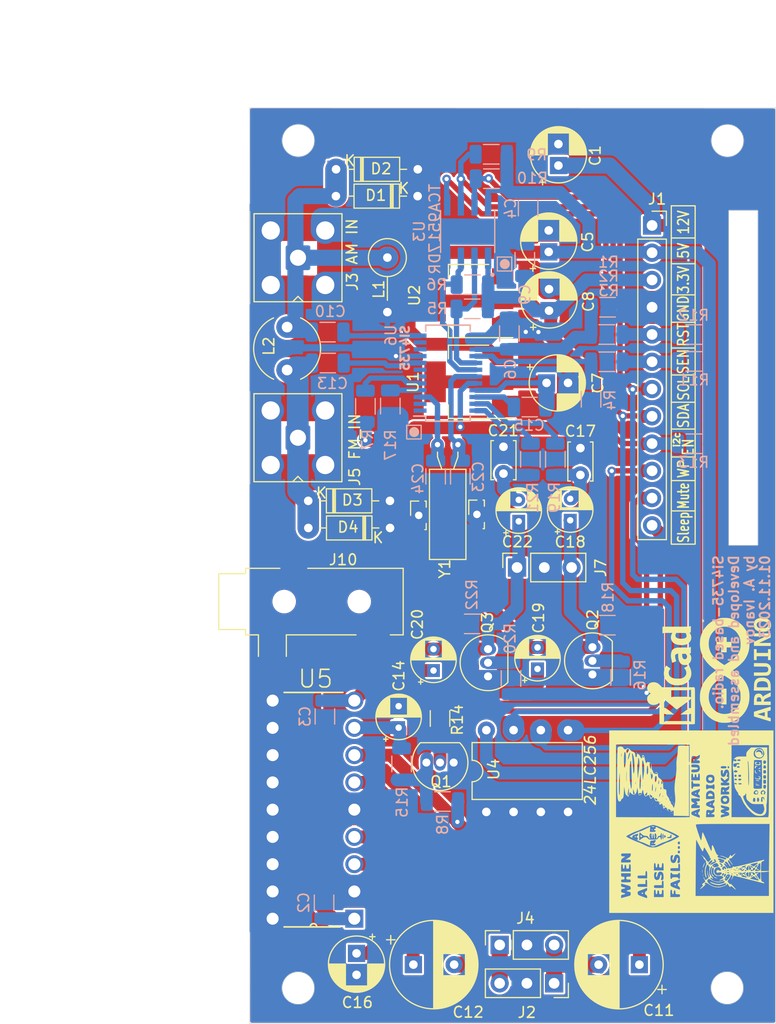
<source format=kicad_pcb>
(kicad_pcb (version 20221018) (generator pcbnew)
  (layers (0 "F.Cu" signal) (31 "B.Cu" signal) (34 "B.Paste" user) (35 "F.Paste" user) (36 "B.SilkS" user "B.Silkscreen") (37 "F.SilkS" user "F.Silkscreen") (38 "B.Mask" user) (39 "F.Mask" user) (44 "Edge.Cuts" user))
  (net 0 "")
  (net 1 "Net-(D1-A)")
  (net 2 "Net-(U6-AMI)")
  (net 3 "Net-(U5-OUT2)")
  (net 4 "GND")
  (net 5 "Net-(J2-Pin_1)")
  (net 6 "Net-(U5-OUT1)")
  (net 7 "Net-(J2-Pin_3)")
  (net 8 "Net-(D3-K)")
  (net 9 "Net-(U6-FMI)")
  (net 10 "Net-(U5-M{slash}SS)")
  (net 11 "Net-(U6-DBYP)")
  (net 12 "3.3V")
  (net 13 "Net-(U5-SVRR)")
  (net 14 "Net-(U5--INV2)")
  (net 15 "Net-(U5--INV1)")
  (net 16 "Net-(U6-RCLK)")
  (net 17 "Net-(U6-GPO3{slash}[DCLK])")
  (net 18 "Net-(Q1-B)")
  (net 19 "Net-(Q1-C)")
  (net 20 "+5V")
  (net 21 "Net-(C17-Pad2)")
  (net 22 "Net-(Q2-B)")
  (net 23 "Net-(Q3-B)")
  (net 24 "Right_Pre")
  (net 25 "Net-(U6-GPO1)")
  (net 26 "Left_Pre")
  (net 27 "Net-(U6-GPO2{slash}[~{INT}])")
  (net 28 "Net-(U6-ROUT{slash}[DOUT])")
  (net 29 "Net-(U6-LOUT{slash}[DFS])")
  (net 30 "Net-(C21-Pad2)")
  (net 35 "S_RST")
  (net 36 "S_SCLK(SCL)")
  (net 37 "S_SEN")
  (net 38 "S_SDIO(SDA)")
  (net 39 "A_SEN")
  (net 40 "A_SDA")
  (net 41 "A_RST")
  (net 42 "A_SCL")
  (net 43 "D28")
  (net 44 "Sleep")
  (net 45 "12V")
  (net 46 "Mute")
  (net 47 "5VA")
  (net 50 "Wp")
  (footprint "Inductor_THT:L_Axial_L7.0mm_D3.3mm_P5.08mm_Vertical_Fastron_MICC" (layer "F.Cu") (at 137.825 92.325 -90)
    (fp_text reference "L1")
    (fp_text value "L" hide)
  )
  (footprint "Capacitor_THT:CP_Radial_D5.0mm_P2.00mm" (layer "F.Cu") (at 152.669888 104)
    (fp_text reference "C7")
    (fp_text value "20uF")
  )
  (footprint "Package_TO_SOT_THT:TO-92_Inline" (layer "F.Cu") (at 147.2125 131.34 90)
    (fp_text reference "Q3")
    (fp_text value "PN2222A")
  )
  (footprint "Connector_PinSocket_2.54mm:PinSocket_1x03_P2.54mm_Vertical" (layer "F.Cu") (at 148.298 156.3621 90)
    (fp_text reference "J4")
    (fp_text value "Audio")
  )
  (footprint "Diode_THT:D_DO-35_SOD27_P7.62mm_Horizontal" (layer "F.Cu") (at 138.075 117.515 180)
    (fp_text reference "D4")
    (fp_text value "BAW75" hide)
  )
  (footprint "Package_TO_SOT_THT:TO-92_Inline" (layer "F.Cu") (at 156.95 131.1626 90)
    (fp_text reference "Q2")
    (fp_text value "PN2222A")
  )
  (footprint "Connector_Coaxial:SMA_Amphenol_901-143_Horizontal" (layer "F.Cu") (at 129.49 92.34 90)
    (fp_text reference "J3")
    (fp_text value "AM_IN" hide)
    (fp_line (start 4.3 -4.5) (end -4.3 -4.5) (stroke (width 0.1)) (layer "Edge.Cuts"))
  )
  (footprint "Connector_PinSocket_2.54mm:PinSocket_1x03_P2.54mm_Vertical" (layer "F.Cu") (at 153.373 159.9371 -90)
    (fp_text reference "J2")
    (fp_text value "Speaker")
  )
  (footprint "Package_DIP:DIP-8_W7.62mm" (layer "F.Cu") (at 147.0548 143.971 90)
    (fp_text reference "U4")
    (fp_text value "24LC256")
  )
  (footprint "Capacitor_THT:C_Disc_D3.4mm_W2.1mm_P2.50mm" (layer "F.Cu") (at 148.65 109.95 -90)
    (fp_text reference "C21")
    (fp_text value "0.01uF")
  )
  (footprint "Connector_PinSocket_2.54mm:PinSocket_1x12_P2.54mm_Vertical" (layer "F.Cu") (at 162.5092 89.3318)
    (fp_text reference "J1")
    (fp_text value "Control Bus")
  )
  (footprint "Capacitor_THT:CP_Radial_D5.0mm_P2.00mm" (layer "F.Cu") (at 134.95 157.15 -90)
    (fp_text reference "C16")
    (fp_text value "100uF" hide)
  )
  (footprint "Connector_Audio:Jack_3.5mm_CUI_SJ-3523-SMT_Horizontal" (layer "F.Cu") (at 130.7 124.375 90)
    (fp_text reference "J10")
    (fp_text value "AudioJack3")
  )
  (footprint "Capacitor_THT:CP_Radial_D5.0mm_P2.00mm" (layer "F.Cu") (at 153.775 83.75 90)
    (fp_text reference "C1")
    (fp_text value "20uF" hide)
  )
  (footprint "Capacitor_THT:CP_Radial_D4.0mm_P2.00mm" (layer "F.Cu") (at 142.125 130.8 90)
    (fp_text reference "C20")
    (fp_text value "0.2uF" hide)
  )
  (footprint "Capacitor_THT:CP_Radial_D4.0mm_P2.00mm" (layer "F.Cu") (at 154.875 116.8 90)
    (fp_text reference "C18")
    (fp_text value "2.2uF")
  )
  (footprint "Capacitor_THT:CP_Radial_D8.0mm_P3.80mm" (layer "F.Cu") (at 161.325 158.2 180)
    (fp_text reference "C11")
    (fp_text value "1000uF" hide)
  )
  (footprint "Capacitor_THT:CP_Radial_D8.0mm_P3.80mm" (layer "F.Cu") (at 140.25 158.197)
    (fp_text reference "C12")
    (fp_text value "1000uF" hide)
  )
  (footprint "Capacitor_THT:CP_Radial_D4.0mm_P2.00mm" (layer "F.Cu") (at 151.825 130.6476 90)
    (fp_text reference "C19")
    (fp_text value "0.2uF" hide)
  )
  (footprint "Capacitor_THT:CP_Radial_D4.0mm_P2.00mm" (layer "F.Cu") (at 138.875 136.1212 90)
    (fp_text reference "C14")
    (fp_text value "0.2uF")
  )
  (footprint "Capacitor_THT:CP_Radial_D5.0mm_P2.00mm" (layer "F.Cu") (at 152.9 97.27 90)
    (fp_text reference "C8")
    (fp_text value "20uF" hide)
  )
  (footprint "Connector_PinSocket_2.54mm:PinSocket_1x03_P2.54mm_Vertical" (layer "F.Cu") (at 149.92 121.2 90)
    (fp_text reference "J7")
    (fp_text value "Jack 3.5")
  )
  (footprint "Package_TO_SOT_SMD:SOT-223-3_TabPin2" (layer "F.Cu") (at 145.425 103.9 180)
    (fp_text reference "U1")
    (fp_text value "AMS1117-5.0" hide)
  )
  (footprint "Diode_THT:D_DO-35_SOD27_P7.62mm_Horizontal" (layer "F.Cu") (at 130.445 114.99)
    (fp_text reference "D3")
    (fp_text value "BAW75" hide)
  )
  (footprint "Package_TO_SOT_THT:TO-92_Inline" (layer "F.Cu") (at 144.0058 139.3724 180)
    (fp_text reference "Q1")
    (fp_text value "PN2222A")
  )
  (footprint "Inductor_THT:L_Radial_D6.0mm_P4.00mm" (layer "F.Cu") (at 128.475 102.8 90)
    (fp_text reference "L2")
    (fp_text value "L")
  )
  (footprint "Capacitor_THT:C_Disc_D3.4mm_W2.1mm_P2.50mm" (layer "F.Cu") (at 155.825 110.075 -90)
    (fp_text reference "C17")
    (fp_text value "0.01uF")
  )
  (footprint "Capacitor_THT:CP_Radial_D5.0mm_P2.00mm" (layer "F.Cu") (at 152.87 91.795113 90)
    (fp_text reference "C5")
    (fp_text value "20uF")
  )
  (footprint "Crystal:Crystal_C38-LF_D3.0mm_L8.0mm_Horizontal" (layer "F.Cu") (at 142.5 109.75)
    (fp_text reference "Y1")
    (fp_text value "32.768kHz" hide)
  )
  (footprint "Logo:Logo" (layer "F.Cu") (at 166.17 144.88 90)
    (fp_text reference "G***" hide)
    (fp_text value "LOGO" hide)
  )
  (footprint "Diode_THT:D_DO-35_SOD27_P7.62mm_Horizontal" (layer "F.Cu") (at 140.645 86.6 180)
    (fp_text reference "D1")
    (fp_text value "BAW75" hide)
  )
  (footprint "Connector_PinSocket_1.27mm:PinSocket_1x01_P1.27mm_Vertical" (layer "F.Cu") (at 140.75 116.34 90)
    (fp_text reference "J8" hide)
    (fp_text value "Conn_01x01_Pin" hide)
  )
  (footprint "Connector_PinSocket_1.27mm:PinSocket_1x01_P1.27mm_Vertical" (layer "F.Cu") (at 146.175 116.25 90)
    (fp_text reference "J9" hide)
    (fp_text value "Conn_01x01_Pin" hide)
  )
  (footprint "Resistor_SMD:R_1206_3216Metric" (layer "F.Cu") (at 142.7358 135.2683 -90)
    (fp_text reference "R14")
    (fp_text value "4.7k")
  )
  (footprint "Diode_THT:D_DO-35_SOD27_P7.62mm_Horizontal" (layer "F.Cu") (at 133.04 84.1)
    (fp_text reference "D2")
    (fp_text value "BAW75" hide)
  )
  (footprint "Connector_Coaxial:SMA_Amphenol_901-143_Horizontal" (layer "F.Cu") (at 129.485 109.11 90)
    (fp_text reference "J5")
    (fp_text value "FM_IN")
    (fp_line (start 4.3 -4.5) (end -4.3 -4.5) (stroke (width 0.1)) (layer "Edge.Cuts"))
  )
  (footprint "TDA1517P:DIP254P762X470-18" (layer "F.Cu") (at 127.125 133.6 180)
    (fp_text reference "U5")
    (fp_text value "TDA1517P" hide)
  )
  (footprint "Package_TO_SOT_SMD:SOT-223-3_TabPin2" (layer "F.Cu") (at 145.425 96.375 180)
    (fp_text reference "U2")
    (fp_text value "AMS1117-3.3" hide)
  )
  (footprint "Capacitor_THT:CP_Radial_D4.0mm_P2.00mm" (layer "F.Cu") (at 150.075 116.8976 90)
    (fp_text reference "C22")
    (fp_text value "2.2uF")
  )
  (footprint "Resistor_SMD:R_1206_3216Metric" (layer "B.Cu") (at 166.3927 109.6716 180)
    (fp_text reference "R13")
    (fp_text value "10k")
  )
  (footprint "Capacitor_SMD:C_1206_3216Metric" (layer "B.Cu") (at 131.92 152.425 90)
    (fp_text reference "C2")
    (fp_text value "0.01uF")
  )
  (footprint "Resistor_SMD:R_1206_3216Metric" (layer "B.Cu") (at 145.75 94.85 180)
    (fp_text reference "R6")
    (fp_text value "2k" hide)
  )
  (footprint "Capacitor_SMD:C_1206_3216Metric" (layer "B.Cu") (at 149.2 99.4 90)
    (fp_text reference "C6")
    (fp_text value "10n")
  )
  (footprint "Resistor_SMD:R_1206_3216Metric" (layer "B.Cu") (at 153.4875 111.1226 90)
    (fp_text reference "R19")
    (fp_text value "0.2k" hide)
  )
  (footprint "Resistor_SMD:R_1206_3216Metric" (layer "B.Cu") (at 156.8196 105.5263 -90)
    (fp_text reference "R4")
    (fp_text value "3k")
  )
  (footprint "Capacitor_SMD:C_1206_3216Metric" (layer "B.Cu") (at 150.64 92.565 -90)
    (fp_text reference "C9")
    (fp_text value "100nF" hide)
  )
  (footprint "Resistor_SMD:R_1206_3216Metric" (layer "B.Cu") (at 138.1 106.1625 -90)
    (fp_text reference "R17")
    (fp_text value "4.7k" hide)
  )
  (footprint "Capacitor_SMD:C_1206_3216Metric" (layer "B.Cu") (at 132.251951 99.268201)
    (fp_text reference "C10")
    (fp_text value "470nF" hide)
  )
  (footprint "Resistor_SMD:R_1206_3216Metric" (layer "B.Cu") (at 166.3927 101.9966 180)
    (fp_text reference "R11")
    (fp_text value "2k")
  )
  (footprint "Resistor_SMD:R_1206_3216Metric" (layer "B.Cu") (at 151.1625 111.1226 90)
    (fp_text reference "R21")
    (fp_text value "0.2k" hide)
  )
  (footprint "Resistor_SMD:R_1206_3216Metric" (layer "B.Cu") (at 142.9625 143 180)
    (fp_text reference "R8")
    (fp_text value "1k")
  )
  (footprint "Resistor_SMD:R_1206_3216Metric" (layer "B.Cu") (at 158.3625 96.95)
    (fp_text reference "R1")
    (fp_text value "3k" hide)
  )
  (footprint "Resistor_SMD:R_1206_3216Metric" (layer "B.Cu") (at 149.3525 131.5375 90)
    (fp_text reference "R20")
    (fp_text value "4.7k")
  )
  (footprint "Capacitor_SMD:C_1206_3216Metric" (layer "B.Cu") (at 142.325 112.715 -90)
    (fp_text reference "C24")
    (fp_text value "22pF" hide)
  )
  (footprint "Capacitor_SMD:C_1206_3216Metric" (layer "B.Cu") (at 132.275 102.15)
    (fp_text reference "C13")
    (fp_text value "33nF" hide)
  )
  (footprint "Resistor_SMD:R_1206_3216Metric" (layer "B.Cu") (at 158.2821 102.0318 180)
    (fp_text reference "R3")
    (fp_text value "2k")
  )
  (footprint "Resistor_SMD:R_1206_3216Metric" (layer "B.Cu") (at 145.7375 126.45 180)
    (fp_text reference "R22")
    (fp_text value "100k")
  )
  (footprint "Resistor_SMD:R_1206_3216Metric" (layer "B.Cu") (at 145.7375 97.1 180)
    (fp_text reference "R5")
    (fp_text value "2k" hide)
  )
  (footprint "Resistor_SMD:R_1206_3216Metric" (layer "B.Cu") (at 147.525 84.975 180)
    (fp_text reference "R10")
    (fp_text value "10k" hide)
  )
  (footprint "Package_SO:SSOP-24_3.9x8.7mm_P0.635mm" (layer "B.Cu") (at 143.475 103.0925)
    (fp_text reference "U6")
    (fp_text value "Si4735-D60-GU" hide)
  )
  (footprint "Resistor_SMD:R_1206_3216Metric" (layer "B.Cu") (at 158.2781 99.4918 180)
    (fp_text reference "R2")
    (fp_text value "2k" hide)
  )
  (footprint "Resistor_SMD:R_1206_3216Metric" (layer "B.Cu") (at 147.5125 82.7 180)
    (fp_text reference "R9")
    (fp_text value "10k" hide)
  )
  (footprint "Resistor_SMD:R_1206_3216Metric" (layer "B.Cu") (at 166.3927 99.4966 180)
    (fp_text reference "R12")
    (fp_text value "2k")
  )
  (footprint "Capacitor_SMD:C_1206_3216Metric" (layer "B.Cu") (at 151.1 106.25 180)
    (fp_text reference "C15")
    (fp_text value "100nF" hide)
  )
  (footprint "Capacitor_SMD:C_1206_3216Metric" (layer "B.Cu") (at 144.625 112.715 -90)
    (fp_text reference "C23")
    (fp_text value "22pF" hide)
  )
  (footprint "Capacitor_SMD:C_1206_3216Metric" (layer "B.Cu") (at 132 135.075 -90)
    (fp_text reference "C3")
    (fp_text value "0.01uF")
  )
  (footprint "Resistor_SMD:R_1206_3216Metric" (layer "B.Cu") (at 159.575 131.4375 90)
    (fp_text reference "R16")
    (fp_text value "4.7k")
  )
  (footprint "Resistor_SMD:R_1206_3216Metric" (layer "B.Cu") (at 135.775 106.1875 -90)
    (fp_text reference "R7")
    (fp_text value "4.7k")
  )
  (footprint "Resistor_SMD:R_1206_3216Metric" (layer "B.Cu") (at 158.3375 126.5726)
    (fp_text reference "R18")
    (fp_text value "100k")
  )
  (footprint "TCA9517DR:SOIC127P599X175-8N" (layer "B.Cu") (at 145.3125 89.895 90)
    (fp_text reference "U3")
    (fp_text value "TCA9517DR")
  )
  (footprint "Capacitor_SMD:C_1206_3216Metric" (layer "B.Cu") (at 150.95 87.725 90)
    (fp_text reference "C4")
    (fp_text value "100nF" hide)
  )
  (footprint "Resistor_SMD:R_1206_3216Metric" (layer "B.Cu") (at 139.15 139.5 90)
    (fp_text reference "R15")
    (fp_text value "1k")
  )
  (gr_circle (center 148.775 92.925) (end 148.368029 92.925) (stroke (width 0.12)) (fill solid) (layer "B.SilkS"))
  (gr_rect (start 148.075 92.2746) (end 149.425 93.575) (stroke (width 0.12)) (fill none) (layer "B.SilkS"))
  (gr_circle (center 140.325 108.575) (end 139.918029 108.575) (stroke (width 0.12)) (fill solid) (layer "B.SilkS"))
  (gr_rect (start 139.625 107.95) (end 140.975 109.225) (stroke (width 0.12)) (fill none) (layer "B.SilkS"))
  (gr_poly (pts (xy 172.77839 134.402329) (xy 173.32837 134.235289) (xy 173.497924 134.184643) (xy 173.545113 134.17107) (xy 173.562967 134.166674) (xy 173.563488 134.166899) (xy 173.563992 134.167568) (xy 173.564949 134.170193) (xy 173.56665 134.180278) (xy 173.568053 134.196216) (xy 173.569141 134.217297) (xy 173.569899 134.24281) (xy 173.57031 134.272044) (xy 173.570357 134.304287) (xy 173.570023 134.338829) (xy 173.56579 134.512396) (xy 173.420445 134.554729) (xy 173.276512 134.595652) (xy 173.279335 134.870818) (xy 173.283567 135.147396) (xy 173.427501 135.189729) (xy 173.572845 135.232063) (xy 173.572845 135.391518) (xy 173.572808 135.417259) (xy 173.57268 135.440086) (xy 173.572436 135.460159) (xy 173.572263 135.469213) (xy 173.572051 135.47764) (xy 173.571799 135.485459) (xy 173.571502 135.49269) (xy 173.571157 135.499354) (xy 173.570762 135.505471) (xy 173.570313 135.511061) (xy 173.569807 135.516143) (xy 173.569241 135.520739) (xy 173.568612 135.524868) (xy 173.567917 135.528551) (xy 173.567153 135.531807) (xy 173.566316 135.534658) (xy 173.565404 135.537122) (xy 173.564919 135.538215) (xy 173.564413 135.53922) (xy 173.563888 135.540138) (xy 173.563341 135.540973) (xy 173.562773 135.541726) (xy 173.562184 135.5424) (xy 173.561573 135.542997) (xy 173.560939 135.543521) (xy 173.560283 135.543974) (xy 173.559603 135.544358) (xy 173.5589 135.544675) (xy 173.558173 135.544929) (xy 173.557422 135.545122) (xy 173.556646 135.545255) (xy 173.555845 135.545333) (xy 173.555019 135.545357) (xy 173.553288 135.545254) (xy 173.551451 135.544966) (xy 173.549505 135.544514) (xy 173.547445 135.543918) (xy 173.015456 135.380984) (xy 173.015456 135.065551) (xy 173.01969 134.875052) (xy 173.020089 134.836759) (xy 173.020241 134.800748) (xy 173.020161 134.767846) (xy 173.019866 134.738879) (xy 173.019373 134.714675) (xy 173.018698 134.696061) (xy 173.017857 134.683862) (xy 173.01738 134.680428) (xy 173.016867 134.678907) (xy 173.014383 134.678618) (xy 173.00863 134.679309) (xy 172.988006 134.683449) (xy 172.915091 134.701485) (xy 172.809103 134.730104) (xy 172.681023 134.766396) (xy 172.552965 134.80368) (xy 172.447131 134.835011) (xy 172.374636 134.857082) (xy 172.354362 134.863611) (xy 172.34659 134.866585) (xy 172.346523 134.866738) (xy 172.346586 134.86693) (xy 172.347091 134.867431) (xy 172.348084 134.868076) (xy 172.349544 134.868856) (xy 172.353783 134.870777) (xy 172.359643 134.873111) (xy 172.366957 134.875776) (xy 172.375562 134.87869) (xy 172.385291 134.881768) (xy 172.395979 134.884929) (xy 172.733234 134.982296) (xy 173.015456 135.065551) (xy 173.015456 135.380984) (xy 172.782623 135.309674) (xy 172.023445 135.07684) (xy 172.021162 135.075406) (xy 172.019071 135.072643) (xy 172.017167 135.068478) (xy 172.015442 135.06284) (xy 172.01389 135.055655) (xy 172.012506 135.046852) (xy 172.010216 135.0241) (xy 172.008521 134.994007) (xy 172.007372 134.955992) (xy 172.006719 134.909478) (xy 172.006512 134.853885) (xy 172.006512 134.637985)) (fill solid) (layer "F.SilkS"))
  (gr_poly (pts (xy 168.944401 128.127118) (xy 168.944401 127.689674) (xy 169.466512 127.689674) (xy 169.466512 128.127118) (xy 169.918067 128.127118) (xy 169.918067 128.649229) (xy 169.466512 128.649229) (xy 169.466512 129.100785) (xy 168.944401 129.100785) (xy 168.944401 128.649229) (xy 168.506956 128.649229) (xy 168.506956 128.127118)) (fill solid) (layer "F.SilkS"))
  (gr_line (start 164.325 90.5) (end 166.5 90.5) (stroke (width 0.12)) (layer "F.SilkS"))
  (gr_poly (pts (xy 172.009335 128.316207) (xy 172.013567 128.124296) (xy 172.48629 127.902751) (xy 172.840479 127.737298) (xy 172.964524 127.679708) (xy 173.029568 127.650163) (xy 173.100123 127.620529) (xy 172.552612 127.619118) (xy 172.006512 127.619118) (xy 172.006512 127.336896) (xy 173.574256 127.336896) (xy 173.570023 127.528807) (xy 173.56579 127.722129) (xy 173.114234 127.932385) (xy 172.768512 128.092898) (xy 172.570956 128.183563) (xy 172.479234 128.224484) (xy 173.025334 128.225896) (xy 173.572845 128.225896) (xy 173.572845 128.508118) (xy 172.005101 128.508118)) (fill solid) (layer "F.SilkS"))
  (gr_poly (pts (xy 169.452401 132.487452) (xy 169.452401 133.955007) (xy 168.972623 133.955007) (xy 168.972623 132.487452)) (fill solid) (layer "F.SilkS"))
  (gr_line (start 164.3 98.35) (end 166.5 98.35) (stroke (width 0.12)) (layer "F.SilkS"))
  (gr_poly (pts (xy 172.006887 133.690977) (xy 172.008053 133.620455) (xy 172.010075 133.555445) (xy 172.013017 133.495624) (xy 172.016942 133.440674) (xy 172.021916 133.390273) (xy 172.028002 133.344102) (xy 172.035264 133.301839) (xy 172.043766 133.263165) (xy 172.053572 133.227758) (xy 172.058984 133.211181) (xy 172.064747 133.1953) (xy 172.070868 133.180076) (xy 172.077354 133.165468) (xy 172.084215 133.151438) (xy 172.091458 133.137944) (xy 172.099091 133.124946) (xy 172.107123 133.112406) (xy 172.11556 133.100281) (xy 172.124412 133.088533) (xy 172.14339 133.066007) (xy 172.158456 133.049777) (xy 172.173566 133.034927) (xy 172.188829 133.021411) (xy 172.204354 133.009188) (xy 172.220251 132.998213) (xy 172.236631 132.988443) (xy 172.253601 132.979834) (xy 172.271272 132.972345) (xy 172.289753 132.965929) (xy 172.309154 132.960546) (xy 172.329584 132.95615) (xy 172.351154 132.952699) (xy 172.373972 132.950149) (xy 172.398148 132.948458) (xy 172.423791 132.94758) (xy 172.451012 132.947474) (xy 172.484432 132.947788) (xy 172.499065 132.948236) (xy 172.512528 132.948929) (xy 172.524982 132.949902) (xy 172.536588 132.951194) (xy 172.547508 132.952842) (xy 172.557904 132.954882) (xy 172.567935 132.957352) (xy 172.577764 132.960289) (xy 172.587551 132.963731) (xy 172.597459 132.967714) (xy 172.607647 132.972276) (xy 172.618278 132.977454) (xy 172.629513 132.983285) (xy 172.641512 132.989807) (xy 172.656842 132.998651) (xy 172.672074 133.0087) (xy 172.687112 133.019836) (xy 172.701859 133.031942) (xy 172.716217 133.044899) (xy 172.73009 133.05859) (xy 172.743379 133.072898) (xy 172.755988 133.087703) (xy 172.767821 133.102889) (xy 172.778778 133.118337) (xy 172.788765 133.13393) (xy 172.797682 133.149549) (xy 172.805434 133.165078) (xy 172.811923 133.180398) (xy 172.817052 133.195391) (xy 172.820723 133.20994) (xy 172.821533 133.213872) (xy 172.822371 133.217715) (xy 172.823235 133.221447) (xy 172.824119 133.225044) (xy 172.825019 133.228484) (xy 172.825932 133.231744) (xy 172.826853 133.234801) (xy 172.827779 133.237633) (xy 172.828704 133.240218) (xy 172.829625 133.242531) (xy 172.830538 133.244551) (xy 172.831439 133.246254) (xy 172.831883 133.246981) (xy 172.832323 133.247619) (xy 172.832757 133.248167) (xy 172.833186 133.248622) (xy 172.833609 133.248981) (xy 172.834025 133.24924) (xy 172.834433 133.249398) (xy 172.834834 133.249451) (xy 172.835558 133.249224) (xy 172.836653 133.248559) (xy 172.838096 133.24748) (xy 172.839861 133.246012) (xy 172.84426 133.24201) (xy 172.849651 133.236751) (xy 172.855836 133.230435) (xy 172.862616 133.223258) (xy 172.869792 133.215419) (xy 172.877168 133.207118) (xy 172.894958 133.187363) (xy 172.905088 133.177799) (xy 172.916568 133.168136) (xy 172.929793 133.158143) (xy 172.945157 133.147587) (xy 172.983883 133.123863) (xy 173.035904 133.095111) (xy 173.104378 133.059481) (xy 173.303323 132.960174) (xy 173.572845 132.827529) (xy 173.572845 133.201474) (xy 173.342834 133.304485) (xy 173.249414 133.347127) (xy 173.1638 133.387388) (xy 173.126855 133.405219) (xy 173.095383 133.420769) (xy 173.070559 133.433475) (xy 173.053557 133.442774) (xy 173.041095 133.450402) (xy 173.029138 133.458955) (xy 173.017726 133.468363) (xy 173.006902 133.478559) (xy 172.996706 133.489474) (xy 172.987179 133.50104) (xy 172.978364 133.513189) (xy 172.970301 133.525853) (xy 172.963032 133.538963) (xy 172.956598 133.552452) (xy 172.95104 133.56625) (xy 172.9464 133.580291) (xy 172.942719 133.594505) (xy 172.940039 133.608825) (xy 172.938401 133.623181) (xy 172.937845 133.637507) (xy 172.937845 133.686896) (xy 173.572845 133.686896) (xy 173.572845 134.011452) (xy 172.274623 134.011452) (xy 172.274623 133.686896) (xy 172.70219 133.686896) (xy 172.693724 133.571185) (xy 172.68982 133.533845) (xy 172.687322 133.516142) (xy 172.684458 133.499083) (xy 172.681228 133.482668) (xy 172.677631 133.466897) (xy 172.673668 133.451769) (xy 172.669338 133.437284) (xy 172.664639 133.423442) (xy 172.659572 133.410242) (xy 172.654136 133.397685) (xy 172.648331 133.38577) (xy 172.642155 133.374497) (xy 172.635609 133.363865) (xy 172.628692 133.353874) (xy 172.621404 133.344525) (xy 172.613743 133.335817) (xy 172.60571 133.327749) (xy 172.597304 133.320321) (xy 172.588524 133.313533) (xy 172.57937 133.307385) (xy 172.569841 133.301877) (xy 172.559937 133.297007) (xy 172.549658 133.292777) (xy 172.539002 133.289186) (xy 172.52797 133.286232) (xy 172.51656 133.283918) (xy 172.504772 133.282241) (xy 172.492607 133.281201) (xy 172.480062 133.2808) (xy 172.467138 133.281035) (xy 172.453835 133.281907) (xy 172.438788 133.283708) (xy 172.43149 133.284964) (xy 172.424344 133.286455) (xy 172.417352 133.288179) (xy 172.410513 133.290136) (xy 172.403829 133.292323) (xy 172.397302 133.294739) (xy 172.390931 133.297383) (xy 172.384719 133.300252) (xy 172.378666 133.303346) (xy 172.372773 133.306662) (xy 172.367041 133.3102) (xy 172.361471 133.313957) (xy 172.356065 133.317932) (xy 172.350823 133.322124) (xy 172.345747 133.32653) (xy 172.340837 133.331151) (xy 172.336094 133.335983) (xy 172.33152 133.341025) (xy 172.327115 133.346276) (xy 172.322881 133.351734) (xy 172.318818 133.357398) (xy 172.314928 133.363266) (xy 172.30767 133.375609) (xy 172.301115 133.388749) (xy 172.295271 133.402675) (xy 172.290146 133.417374) (xy 172.287048 133.430424) (xy 172.284148 133.446897) (xy 172.281514 133.466115) (xy 172.279209 133.4874) (xy 172.277302 133.510074) (xy 172.275858 133.53346) (xy 172.274943 133.556878) (xy 172.274623 133.579652) (xy 172.274623 133.686896) (xy 172.274623 134.011452) (xy 172.006512 134.011452) (xy 172.006512 133.767329)) (fill solid) (layer "F.SilkS"))
  (gr_line (start 164.3 110.9) (end 166.5 110.9) (stroke (width 0.12)) (layer "F.SilkS"))
  (gr_line (start 164.325 115.925) (end 166.525 115.925) (stroke (width 0.12)) (layer "F.SilkS"))
  (gr_poly (pts (xy 166.972373 128.181269) (xy 166.977769 128.070169) (xy 166.985911 127.965436) (xy 166.996632 127.872178) (xy 167.002908 127.83145) (xy 167.009767 127.795507) (xy 167.026031 127.723439) (xy 167.043631 127.653213) (xy 167.062617 127.58472) (xy 167.083035 127.517849) (xy 167.104933 127.452491) (xy 167.128359 127.388536) (xy 167.153359 127.325876) (xy 167.179983 127.2644) (xy 167.208276 127.203999) (xy 167.238288 127.144563) (xy 167.270064 127.085983) (xy 167.303654 127.028149) (xy 167.339103 126.970952) (xy 167.376461 126.914282) (xy 167.415774 126.858029) (xy 167.45709 126.802084) (xy 167.523208 126.718681) (xy 167.592399 126.638892) (xy 167.664597 126.562756) (xy 167.739731 126.490317) (xy 167.817734 126.421615) (xy 167.898539 126.356692) (xy 167.982076 126.295588) (xy 168.068277 126.238346) (xy 168.157075 126.185006) (xy 168.248401 126.13561) (xy 168.342186 126.0902) (xy 168.438363 126.048816) (xy 168.536864 126.0115) (xy 168.637619 125.978293) (xy 168.740562 125.949237) (xy 168.845623 125.924373) (xy 168.889974 125.915281) (xy 168.931613 125.907991) (xy 168.973119 125.902322) (xy 169.017073 125.898091) (xy 169.066054 125.895118) (xy 169.122642 125.893219) (xy 169.189416 125.892213) (xy 169.268956 125.891918) (xy 169.380828 125.892932) (xy 169.478661 125.896327) (xy 169.523464 125.899083) (xy 169.566141 125.902633) (xy 169.607152 125.907043) (xy 169.646958 125.912379) (xy 169.686019 125.918707) (xy 169.724798 125.926093) (xy 169.763754 125.934604) (xy 169.803348 125.944305) (xy 169.844043 125.955264) (xy 169.886298 125.967545) (xy 169.977334 125.99634) (xy 170.125056 126.051038) (xy 170.267464 126.114901) (xy 170.404269 126.187603) (xy 170.535186 126.268817) (xy 170.659926 126.358216) (xy 170.778203 126.455475) (xy 170.889729 126.560266) (xy 170.994216 126.672263) (xy 171.091378 126.791138) (xy 171.180926 126.916567) (xy 171.262575 127.048221) (xy 171.336036 127.185775) (xy 171.401021 127.328901) (xy 171.457245 127.477274) (xy 171.504419 127.630566) (xy 171.542256 127.788451) (xy 171.553899 127.849789) (xy 171.563958 127.914423) (xy 171.572437 127.981881) (xy 171.579342 128.05169) (xy 171.584676 128.123375) (xy 171.588443 128.196464) (xy 171.591293 128.344958) (xy 171.587925 128.493387) (xy 171.583919 128.566393) (xy 171.578372 128.637962) (xy 171.571287 128.707622) (xy 171.562668 128.774898) (xy 171.55252 128.839317) (xy 171.540845 128.900407) (xy 171.528177 128.956497) (xy 171.513516 129.013505) (xy 171.496953 129.071224) (xy 171.47858 129.129448) (xy 171.458487 129.187969) (xy 171.436765 129.246581) (xy 171.413505 129.305077) (xy 171.388798 129.363251) (xy 171.362735 129.420896) (xy 171.335407 129.477805) (xy 171.306905 129.533771) (xy 171.27732 129.588588) (xy 171.246743 129.642049) (xy 171.215264 129.693948) (xy 171.182976 129.744077) (xy 171.149967 129.792229) (xy 171.111399 129.844495) (xy 171.067905 129.898939) (xy 171.019851 129.955227) (xy 170.967604 130.013024) (xy 170.911527 130.071995) (xy 170.851989 130.131806) (xy 170.789354 130.19212) (xy 170.723988 130.252604) (xy 170.656258 130.312923) (xy 170.586529 130.372742) (xy 170.515167 130.431725) (xy 170.442538 130.489539) (xy 170.369007 130.545847) (xy 170.294941 130.600316) (xy 170.220706 130.652611) (xy 170.146667 130.702396) (xy 170.126501 130.716033) (xy 170.107575 130.729207) (xy 170.090336 130.741587) (xy 170.082488 130.747377) (xy 170.07523 130.752843) (xy 170.068616 130.757946) (xy 170.062704 130.762644) (xy 170.057547 130.766895) (xy 170.053203 130.770659) (xy 170.049728 130.773893) (xy 170.047176 130.776557) (xy 170.046264 130.777662) (xy 170.045604 130.778608) (xy 170.045203 130.779392) (xy 170.045068 130.780007) (xy 170.045604 130.781406) (xy 170.047176 130.783458) (xy 170.049728 130.786122) (xy 170.053203 130.789356) (xy 170.062704 130.797371) (xy 170.07523 130.807171) (xy 170.090336 130.818427) (xy 170.107575 130.830807) (xy 170.126501 130.843981) (xy 170.146667 130.857618) (xy 170.220721 130.90765) (xy 170.294991 130.960153) (xy 170.3691 131.014784) (xy 170.44267 131.071203) (xy 170.515322 131.129069) (xy 170.586678 131.188041) (xy 170.656359 131.247778) (xy 170.723988 131.307939) (xy 170.789186 131.368182) (xy 170.851575 131.428167) (xy 170.910777 131.487553) (xy 170.966413 131.545998) (xy 171.018105 131.603161) (xy 171.065475 131.658702) (xy 171.108144 131.712279) (xy 171.145734 131.763551) (xy 171.195514 131.837288) (xy 171.242216 131.911456) (xy 171.285871 131.986158) (xy 171.326511 132.061494) (xy 171.364165 132.137566) (xy 171.398866 132.214476) (xy 171.430644 132.292324) (xy 171.45953 132.371211) (xy 171.485555 132.45124) (xy 171.508751 132.532511) (xy 171.529147 132.615125) (xy 171.546776 132.699184) (xy 171.561668 132.78479) (xy 171.573855 132.872043) (xy 171.583366 132.961044) (xy 171.590234 133.051896) (xy 171.593324 133.129526) (xy 171.593255 133.218914) (xy 171.590309 133.315942) (xy 171.584766 133.416492) (xy 171.576909 133.516446) (xy 171.567017 133.611688) (xy 171.555373 133.698099) (xy 171.542256 133.771563) (xy 171.498197 133.952414) (xy 171.441993 134.126898) (xy 171.374102 134.29457) (xy 171.294981 134.454981) (xy 171.205087 134.607687) (xy 171.104875 134.752241) (xy 170.994804 134.888195) (xy 170.87533 135.015104) (xy 170.74691 135.132521) (xy 170.61 135.24) (xy 170.465057 135.337094) (xy 170.312539 135.423356) (xy 170.152902 135.498341) (xy 169.986603 135.561601) (xy 169.814098 135.612691) (xy 169.725662 135.633532) (xy 169.635845 135.651163) (xy 169.608216 135.655192) (xy 169.573558 135.658791) (xy 169.532782 135.661928) (xy 169.486797 135.664568) (xy 169.436512 135.666679) (xy 169.382837 135.668228) (xy 169.326682 135.669182) (xy 169.268956 135.669507) (xy 169.241575 135.669051) (xy 169.241575 134.84256) (xy 169.328752 134.841361) (xy 169.415864 134.836524) (xy 169.458335 134.832788) (xy 169.499519 134.828198) (xy 169.538991 134.822773) (xy 169.576328 134.816532) (xy 169.611106 134.809492) (xy 169.642901 134.801674) (xy 169.669504 134.794043) (xy 169.696845 134.785471) (xy 169.724803 134.77601) (xy 169.753254 134.765712) (xy 169.811151 134.742812) (xy 169.869561 134.717183) (xy 169.927507 134.68924) (xy 169.984015 134.659394) (xy 170.011424 134.643887) (xy 170.038108 134.62806) (xy 170.063945 134.611964) (xy 170.088812 134.595652) (xy 170.138754 134.560521) (xy 170.187918 134.521971) (xy 170.236118 134.480254) (xy 170.28317 134.435623) (xy 170.328892 134.388329) (xy 170.373098 134.338625) (xy 170.415606 134.286764) (xy 170.45623 134.232996) (xy 170.494787 134.177575) (xy 170.531093 134.120752) (xy 170.564964 134.06278) (xy 170.596217 134.003911) (xy 170.624666 133.944397) (xy 170.650128 133.88449) (xy 170.67242 133.824443) (xy 170.691356 133.764507) (xy 170.711624 133.693533) (xy 170.727295 133.631951) (xy 170.733583 133.603194) (xy 170.738932 133.574999) (xy 170.743412 133.546772) (xy 170.747095 133.517915) (xy 170.75005 133.487836) (xy 170.752348 133.455937) (xy 170.755253 133.384301) (xy 170.756372 133.298245) (xy 170.756267 133.193007) (xy 170.756077 133.098264) (xy 170.755275 133.022968) (xy 170.754536 132.991331) (xy 170.753514 132.963018) (xy 170.752166 132.937516) (xy 170.750447 132.914313) (xy 170.748315 132.892895) (xy 170.745726 132.872751) (xy 170.742637 132.853368) (xy 170.739004 132.834232) (xy 170.734784 132.814832) (xy 170.729933 132.794655) (xy 170.718168 132.749918) (xy 170.691506 132.661456) (xy 170.659458 132.575221) (xy 170.621696 132.490864) (xy 170.577894 132.408032) (xy 170.527726 132.326375) (xy 170.470865 132.24554) (xy 170.406984 132.165176) (xy 170.335756 132.084932) (xy 170.256856 132.004457) (xy 170.169956 131.923398) (xy 170.07473 131.841406) (xy 169.970852 131.758128) (xy 169.857994 131.673212) (xy 169.73583 131.586308) (xy 169.604034 131.497064) (xy 169.462279 131.405129) (xy 169.319756 131.316582) (xy 169.273763 131.288448) (xy 169.259977 131.280268) (xy 169.253434 131.276718) (xy 169.251434 131.276823) (xy 169.247619 131.278157) (xy 169.246379 131.278755) (xy 169.246379 130.286118) (xy 169.253006 130.283444) (xy 169.267055 130.275772) (xy 169.314156 130.247533) (xy 169.461573 130.154179) (xy 169.636507 130.039659) (xy 169.718004 129.984962) (xy 169.786834 129.937574) (xy 169.885644 129.86659) (xy 169.978431 129.796407) (xy 170.065322 129.72687) (xy 170.146447 129.657821) (xy 170.221932 129.589102) (xy 170.291907 129.520557) (xy 170.356499 129.452029) (xy 170.415837 129.38336) (xy 170.470048 129.314393) (xy 170.519261 129.244972) (xy 170.563604 129.174938) (xy 170.603206 129.104136) (xy 170.638193 129.032408) (xy 170.668696 128.959596) (xy 170.69484 128.885545) (xy 170.716756 128.810096) (xy 170.726912 128.769014) (xy 170.735299 128.730147) (xy 170.742132 128.69148) (xy 170.747624 128.650993) (xy 170.751993 128.60667) (xy 170.755452 128.556493) (xy 170.758216 128.498444) (xy 170.760501 128.430507) (xy 170.761815 128.348548) (xy 170.760956 128.269739) (xy 170.757868 128.193858) (xy 170.752497 128.12068) (xy 170.744786 128.049982) (xy 170.734679 127.981542) (xy 170.722121 127.915136) (xy 170.707055 127.85054) (xy 170.689426 127.787532) (xy 170.669178 127.725888) (xy 170.646255 127.665386) (xy 170.620602 127.605801) (xy 170.592163 127.54691) (xy 170.560881 127.488491) (xy 170.526701 127.43032) (xy 170.489568 127.372174) (xy 170.446733 127.311046) (xy 170.401357 127.252574) (xy 170.353508 127.196801) (xy 170.303257 127.143772) (xy 170.250674 127.093529) (xy 170.19583 127.046116) (xy 170.138795 127.001576) (xy 170.07964 126.959953) (xy 170.018433 126.92129) (xy 169.955247 126.88563) (xy 169.89015 126.853017) (xy 169.823214 126.823494) (xy 169.754509 126.797105) (xy 169.684104 126.773893) (xy 169.612071 126.753902) (xy 169.538479 126.737174) (xy 169.504061 126.730871) (xy 169.467193 126.725708) (xy 169.428237 126.721671) (xy 169.387556 126.718741) (xy 169.34551 126.716903) (xy 169.302462 126.716139) (xy 169.258773 126.716434) (xy 169.214805 126.717771) (xy 169.17092 126.720133) (xy 169.127479 126.723503) (xy 169.084844 126.727866) (xy 169.043377 126.733205) (xy 169.00344 126.739502) (xy 168.965394 126.746742) (xy 168.929601 126.754909) (xy 168.896423 126.763984) (xy 168.846699 126.779554) (xy 168.798536 126.796137) (xy 168.75184 126.813786) (xy 168.706518 126.832556) (xy 168.662479 126.852499) (xy 168.619628 126.873671) (xy 168.577872 126.896124) (xy 168.537119 126.919912) (xy 168.497275 126.94509) (xy 168.458248 126.97171) (xy 168.419945 126.999827) (xy 168.382271 127.029494) (xy 168.345136 127.060765) (xy 168.308444 127.093694) (xy 168.272104 127.128335) (xy 168.236023 127.16474) (xy 168.195738 127.207986) (xy 168.157428 127.252012) (xy 168.121081 127.296835) (xy 168.086688 127.342474) (xy 168.054237 127.388949) (xy 168.02372 127.436277) (xy 167.995124 127.484478) (xy 167.968441 127.53357) (xy 167.94366 127.583571) (xy 167.920769 127.6345) (xy 167.89976 127.686376) (xy 167.880622 127.739217) (xy 167.863343 127.793042) (xy 167.847915 127.84787) (xy 167.834327 127.903719) (xy 167.822568 127.960607) (xy 167.813324 128.018658) (xy 167.805767 128.08344) (xy 167.799995 128.152818) (xy 167.796109 128.224661) (xy 167.794207 128.296834) (xy 167.794389 128.367205) (xy 167.796754 128.433641) (xy 167.801401 128.494007) (xy 167.817371 128.612603) (xy 167.840066 128.727342) (xy 167.869759 128.8386) (xy 167.906727 128.946753) (xy 167.951244 129.052178) (xy 168.003584 129.15525) (xy 168.064023 129.256347) (xy 168.132836 129.355843) (xy 168.210297 129.454116) (xy 168.296682 129.551541) (xy 168.392265 129.648495) (xy 168.497321 129.745354) (xy 168.612126 129.842494) (xy 168.736954 129.940291) (xy 168.87208 130.039122) (xy 169.017778 130.139363) (xy 169.104099 130.196226) (xy 169.175999 130.242903) (xy 169.204186 130.260892) (xy 169.22594 130.274498) (xy 169.240318 130.283111) (xy 169.244447 130.285354) (xy 169.246379 130.286118) (xy 169.246379 131.278755) (xy 169.234957 131.284259) (xy 169.216277 131.294528) (xy 169.192404 131.308468) (xy 169.164165 131.325583) (xy 169.132387 131.345377) (xy 169.097898 131.367354) (xy 169.061523 131.391018) (xy 168.920766 131.486294) (xy 168.78987 131.579746) (xy 168.668545 131.67173) (xy 168.556499 131.762603) (xy 168.453441 131.852725) (xy 168.359079 131.942451) (xy 168.273121 132.03214) (xy 168.195277 132.12215) (xy 168.125255 132.212838) (xy 168.062762 132.304561) (xy 168.007509 132.397677) (xy 167.959203 132.492545) (xy 167.917553 132.58952) (xy 167.882267 132.688962) (xy 167.853054 132.791227) (xy 167.829623 132.896674) (xy 167.823772 132.928813) (xy 167.8184 132.96309) (xy 167.809162 133.036682) (xy 167.80204 133.114707) (xy 167.797167 133.194418) (xy 167.794676 133.273071) (xy 167.794698 133.347921) (xy 167.797366 133.416222) (xy 167.799733 133.447059) (xy 167.802812 133.475229) (xy 167.812867 133.546686) (xy 167.825569 133.616605) (xy 167.840921 133.685003) (xy 167.858926 133.751895) (xy 167.879584 133.8173) (xy 167.902899 133.881232) (xy 167.928872 133.94371) (xy 167.957505 134.004749) (xy 167.988801 134.064365) (xy 168.022761 134.122577) (xy 168.059387 134.179399) (xy 168.098682 134.234848) (xy 168.140648 134.288942) (xy 168.185286 134.341696) (xy 168.2326 134.393127) (xy 168.28259 134.443252) (xy 168.322688 134.480582) (xy 168.363136 134.515877) (xy 168.404018 134.549183) (xy 168.445419 134.580548) (xy 168.487423 134.61002) (xy 168.530116 134.637646) (xy 168.573581 134.663473) (xy 168.617905 134.68755) (xy 168.663171 134.709924) (xy 168.709465 134.730641) (xy 168.75687 134.749751) (xy 168.805473 134.7673) (xy 168.855357 134.783336) (xy 168.906607 134.797906) (xy 168.959308 134.811059) (xy 169.013545 134.82284) (xy 169.045588 134.828664) (xy 169.080581 134.833449) (xy 169.1181 134.837212) (xy 169.157721 134.839972) (xy 169.199021 134.841749) (xy 169.241575 134.84256) (xy 169.241575 135.669051) (xy 169.161748 135.667721) (xy 169.064014 135.663157) (xy 169.017983 135.659709) (xy 168.973458 135.655418) (xy 168.930153 135.650234) (xy 168.88778 135.644107) (xy 168.846052 135.636988) (xy 168.804681 135.628827) (xy 168.763381 135.619575) (xy 168.721864 135.609182) (xy 168.679843 135.597598) (xy 168.637029 135.584774) (xy 168.593137 135.57066) (xy 168.547879 135.555207) (xy 168.415414 135.504354) (xy 168.286542 135.445182) (xy 168.161614 135.378068) (xy 168.040981 135.30339) (xy 167.924995 135.221527) (xy 167.814007 135.132858) (xy 167.708369 135.03776) (xy 167.608431 134.936611) (xy 167.514546 134.829791) (xy 167.427065 134.717677) (xy 167.346339 134.600647) (xy 167.272719 134.479081) (xy 167.206557 134.353355) (xy 167.148205 134.223849) (xy 167.098013 134.09094) (xy 167.056334 133.955007) (xy 167.044433 133.909524) (xy 167.032301 133.859162) (xy 167.020367 133.806055) (xy 167.009062 133.752336) (xy 166.998815 133.700139) (xy 166.990056 133.651596) (xy 166.983215 133.608841) (xy 166.978723 133.574007) (xy 166.974738 133.519894) (xy 166.972241 133.44564) (xy 166.971133 133.357958) (xy 166.971315 133.263563) (xy 166.972687 133.169167) (xy 166.975151 133.081485) (xy 166.978607 133.007231) (xy 166.982956 132.953118) (xy 167.006546 132.798308) (xy 167.038194 132.647092) (xy 167.077952 132.499394) (xy 167.125876 132.355138) (xy 167.182017 132.214247) (xy 167.246432 132.076644) (xy 167.319172 131.942254) (xy 167.400293 131.811) (xy 167.489846 131.682805) (xy 167.587888 131.557593) (xy 167.69447 131.435287) (xy 167.809647 131.31581) (xy 167.933473 131.199087) (xy 168.066001 131.085041) (xy 168.207285 130.973596) (xy 168.357379 130.864674) (xy 168.379003 130.849055) (xy 168.399139 130.83418) (xy 168.417356 130.820397) (xy 168.433226 130.808053) (xy 168.446317 130.797494) (xy 168.451687 130.792993) (xy 168.456201 130.789069) (xy 168.459805 130.785765) (xy 168.462446 130.783124) (xy 168.46407 130.781191) (xy 168.464484 130.780502) (xy 168.464623 130.780007) (xy 168.46407 130.778824) (xy 168.462446 130.77689) (xy 168.456201 130.770945) (xy 168.446317 130.76252) (xy 168.433226 130.751961) (xy 168.417356 130.739617) (xy 168.399139 130.725834) (xy 168.379003 130.710959) (xy 168.357379 130.69534) (xy 168.205827 130.585406) (xy 168.063336 130.473024) (xy 167.929836 130.358096) (xy 167.805259 130.240521) (xy 167.689538 130.120202) (xy 167.582604 129.997039) (xy 167.484389 129.870932) (xy 167.394824 129.741782) (xy 167.313842 129.60949) (xy 167.241374 129.473957) (xy 167.177352 129.335084) (xy 167.121708 129.192771) (xy 167.074374 129.04692) (xy 167.03528 128.89743) (xy 167.00436 128.744203) (xy 166.981545 128.58714) (xy 166.97749 128.546484) (xy 166.974308 128.501671) (xy 166.970477 128.40213) (xy 166.969887 128.293626)) (fill solid) (layer "F.SilkS"))
  (gr_poly (pts (xy 172.52439 130.977563) (xy 172.733058 130.97635) (xy 172.916326 130.973153) (xy 172.992316 130.971017) (xy 173.054615 130.968633) (xy 173.100773 130.966084) (xy 173.128345 130.963451) (xy 173.154629 130.958432) (xy 173.179005 130.952336) (xy 173.201516 130.945111) (xy 173.212086 130.94106) (xy 173.222206 130.936706) (xy 173.231882 130.932045) (xy 173.241119 130.927069) (xy 173.249922 130.921773) (xy 173.258297 130.916149) (xy 173.266249 130.910191) (xy 173.273784 130.903893) (xy 173.280908 130.897248) (xy 173.287624 130.89025) (xy 173.29394 130.882892) (xy 173.29986 130.875168) (xy 173.30539 130.867072) (xy 173.310536 130.858597) (xy 173.315302 130.849736) (xy 173.319694 130.840483) (xy 173.323717 130.830831) (xy 173.327378 130.820775) (xy 173.330681 130.810307) (xy 173.333632 130.799422) (xy 173.338499 130.776372) (xy 173.342022 130.751573) (xy 173.344245 130.724974) (xy 173.345319 130.70071) (xy 173.345467 130.68903) (xy 173.345356 130.677646) (xy 173.344983 130.666556) (xy 173.344348 130.655756) (xy 173.343448 130.645244) (xy 173.342283 130.635015) (xy 173.340851 130.625068) (xy 173.339152 130.615399) (xy 173.337183 130.606005) (xy 173.334944 130.596882) (xy 173.332432 130.588029) (xy 173.329648 130.57944) (xy 173.326589 130.571115) (xy 173.323255 130.563049) (xy 173.319644 130.555239) (xy 173.315754 130.547682) (xy 173.311585 130.540376) (xy 173.307135 130.533316) (xy 173.302402 130.526501) (xy 173.297387 130.519926) (xy 173.292086 130.513589) (xy 173.2865 130.507486) (xy 173.280626 130.501615) (xy 173.274464 130.495973) (xy 173.268011 130.490555) (xy 173.261268 130.48536) (xy 173.254232 130.480384) (xy 173.246902 130.475624) (xy 173.239277 130.471077) (xy 173.231356 130.46674) (xy 173.210016 130.456019) (xy 173.186576 130.447911) (xy 173.153643 130.441985) (xy 173.103827 130.437813) (xy 173.029736 130.434963) (xy 172.923977 130.433006) (xy 172.58789 130.430051) (xy 172.006512 130.425818) (xy 172.006512 130.101263) (xy 172.580834 130.105495) (xy 172.766302 130.107014) (xy 172.908344 130.108649) (xy 172.965303 130.109628) (xy 173.014073 130.110779) (xy 173.055542 130.11215) (xy 173.090598 130.113786) (xy 173.120132 130.115737) (xy 173.145031 130.11805) (xy 173.166184 130.120772) (xy 173.175634 130.122301) (xy 173.184481 130.123951) (xy 173.20081 130.127634) (xy 173.21606 130.131869) (xy 173.23112 130.136703) (xy 173.246878 130.142185) (xy 173.291319 130.159841) (xy 173.332592 130.179516) (xy 173.370741 130.201279) (xy 173.405805 130.225198) (xy 173.437826 130.251341) (xy 173.466846 130.279777) (xy 173.492907 130.310573) (xy 173.516048 130.343797) (xy 173.536312 130.379519) (xy 173.55374 130.417806) (xy 173.568373 130.458727) (xy 173.580253 130.502349) (xy 173.589422 130.548741) (xy 173.595919 130.597971) (xy 173.599787 130.650107) (xy 173.601067 130.705218) (xy 173.600516 130.747252) (xy 173.59884 130.787159) (xy 173.596007 130.825028) (xy 173.591983 130.860947) (xy 173.586736 130.895007) (xy 173.580232 130.927294) (xy 173.572437 130.9579) (xy 173.56332 130.986911) (xy 173.552847 131.014418) (xy 173.540985 131.040509) (xy 173.527701 131.065272) (xy 173.512961 131.088798) (xy 173.496734 131.111174) (xy 173.478985 131.13249) (xy 173.459681 131.152834) (xy 173.43879 131.172296) (xy 173.397435 131.207706) (xy 173.378071 131.222054) (xy 173.357982 131.234385) (xy 173.335966 131.244863) (xy 173.310822 131.253655) (xy 173.281351 131.260926) (xy 173.24635 131.26684) (xy 173.204618 131.271564) (xy 173.154955 131.275263) (xy 173.027032 131.280246) (xy 172.852972 131.283112) (xy 172.623168 131.285185) (xy 172.006512 131.289418) (xy 172.006512 130.977563)) (fill solid) (layer "F.SilkS"))
  (gr_rect (start 164.3 87.5) (end 166.525 119.025) (stroke (width 0.12)) (fill none) (layer "F.SilkS"))
  (gr_line (start 164.325 113.1) (end 166.525 113.1) (stroke (width 0.12)) (layer "F.SilkS"))
  (gr_poly (pts (xy 163.603757 131.023411) (xy 163.604901 130.988323) (xy 163.607078 130.953891) (xy 163.610331 130.919948) (xy 163.614699 130.886325) (xy 163.620225 130.852855) (xy 163.62695 130.819369) (xy 163.634915 130.7857) (xy 163.644162 130.751679) (xy 163.654731 130.717139) (xy 163.666665 130.681911) (xy 163.680004 130.645829) (xy 163.694791 130.608723) (xy 163.711065 130.570426) (xy 163.72887 130.53077) (xy 163.748245 130.489587) (xy 163.82762 130.329073) (xy 164.025175 130.46842) (xy 164.166507 130.56808) (xy 164.191866 130.586173) (xy 164.211458 130.600381) (xy 164.224395 130.610124) (xy 164.228089 130.61314) (xy 164.229786 130.614823) (xy 164.230205 130.615391) (xy 164.230473 130.616099) (xy 164.230592 130.616944) (xy 164.230565 130.61792) (xy 164.230089 130.620253) (xy 164.22907 130.623064) (xy 164.227534 130.626319) (xy 164.225508 130.629985) (xy 164.223016 130.634028) (xy 164.220085 130.638415) (xy 164.216741 130.643112) (xy 164.213009 130.648085) (xy 164.208915 130.653302) (xy 164.204486 130.658727) (xy 164.194722 130.670072) (xy 164.183925 130.681851) (xy 164.163922 130.70571) (xy 164.145609 130.731505) (xy 164.129022 130.759021) (xy 164.114197 130.788042) (xy 164.10117 130.818356) (xy 164.089978 130.849748) (xy 164.080656 130.882002) (xy 164.073241 130.914905) (xy 164.06777 130.948242) (xy 164.064277 130.981798) (xy 164.0628 131.01536) (xy 164.063375 131.048712) (xy 164.066037 131.081641) (xy 164.070823 131.113931) (xy 164.077769 131.145369) (xy 164.086911 131.17574) (xy 164.098461 131.205373) (xy 164.111344 131.233466) (xy 164.125653 131.260091) (xy 164.141482 131.285321) (xy 164.158923 131.309229) (xy 164.178069 131.331885) (xy 164.199013 131.353364) (xy 164.221849 131.373736) (xy 164.246669 131.393075) (xy 164.273567 131.411453) (xy 164.302635 131.428942) (xy 164.333966 131.445615) (xy 164.367654 131.461543) (xy 164.403791 131.4768) (xy 164.442471 131.491457) (xy 164.483786 131.505587) (xy 164.524714 131.518627) (xy 164.562169 131.528876) (xy 164.580525 131.533064) (xy 164.599128 131.536686) (xy 164.618352 131.539786) (xy 164.638568 131.542408) (xy 164.683464 131.546394) (xy 164.736794 131.548995) (xy 164.801535 131.550563) (xy 164.880661 131.551448) (xy 164.930985 131.551501) (xy 164.977655 131.550966) (xy 165.020986 131.549789) (xy 165.061295 131.54792) (xy 165.098895 131.545307) (xy 165.134103 131.541898) (xy 165.167234 131.537642) (xy 165.198602 131.532486) (xy 165.228524 131.52638) (xy 165.257314 131.519271) (xy 165.285287 131.511108) (xy 165.312759 131.501839) (xy 165.340045 131.491412) (xy 165.36746 131.479776) (xy 165.39532 131.466879) (xy 165.423939 131.45267) (xy 165.441924 131.442977) (xy 165.460081 131.431841) (xy 165.478296 131.419393) (xy 165.496451 131.405762) (xy 165.514431 131.391076) (xy 165.532118 131.375466) (xy 165.549398 131.359059) (xy 165.566153 131.341986) (xy 165.582267 131.324376) (xy 165.597624 131.306357) (xy 165.612107 131.288059) (xy 165.625601 131.269612) (xy 165.637989 131.251143) (xy 165.649155 131.232783) (xy 165.658983 131.214661) (xy 165.667356 131.196906) (xy 165.673791 131.180995) (xy 165.679539 131.164699) (xy 165.688998 131.131071) (xy 165.69578 131.096254) (xy 165.699933 131.060481) (xy 165.701501 131.023984) (xy 165.700532 130.986997) (xy 165.697072 130.949751) (xy 165.691168 130.912479) (xy 165.682867 130.875414) (xy 165.672213 130.838788) (xy 165.659256 130.802835) (xy 165.644039 130.767785) (xy 165.626612 130.733872) (xy 165.607018 130.701329) (xy 165.585307 130.670388) (xy 165.561523 130.641281) (xy 165.492731 130.56367) (xy 165.713217 130.429615) (xy 165.933703 130.295559) (xy 166.004259 130.429615) (xy 166.037993 130.495031) (xy 166.052969 130.525997) (xy 166.066766 130.556064) (xy 166.079448 130.585428) (xy 166.091075 130.614286) (xy 166.10171 130.642834) (xy 166.111415 130.671268) (xy 166.120251 130.699785) (xy 166.128282 130.72858) (xy 166.135568 130.757852) (xy 166.142172 130.787795) (xy 166.148157 130.818606) (xy 166.153583 130.850481) (xy 166.158513 130.883618) (xy 166.163008 130.918212) (xy 166.167885 130.963868) (xy 166.170951 131.009201) (xy 166.172225 131.054179) (xy 166.171728 131.098769) (xy 166.169477 131.142938) (xy 166.165493 131.186653) (xy 166.159793 131.229881) (xy 166.152398 131.272588) (xy 166.143325 131.314743) (xy 166.132595 131.356312) (xy 166.120226 131.397262) (xy 166.106237 131.43756) (xy 166.090647 131.477174) (xy 166.073476 131.51607) (xy 166.054742 131.554215) (xy 166.034465 131.591577) (xy 166.012663 131.628122) (xy 165.989356 131.663818) (xy 165.964563 131.698631) (xy 165.938302 131.732529) (xy 165.910593 131.765479) (xy 165.881455 131.797448) (xy 165.850907 131.828402) (xy 165.818968 131.85831) (xy 165.785656 131.887137) (xy 165.750992 131.914851) (xy 165.714994 131.94142) (xy 165.677681 131.966809) (xy 165.639072 131.990987) (xy 165.599187 132.01392) (xy 165.558043 132.035576) (xy 165.515661 132.05592) (xy 165.479075 132.072323) (xy 165.443811 132.087181) (xy 165.409497 132.100561) (xy 165.375763 132.11253) (xy 165.342235 132.123156) (xy 165.308542 132.132505) (xy 165.274312 132.140645) (xy 165.239172 132.147643) (xy 165.20275 132.153566) (xy 165.164675 132.158481) (xy 165.124574 132.162456) (xy 165.082076 132.165557) (xy 164.988396 132.169409) (xy 164.880661 132.170573) (xy 164.768172 132.169443) (xy 164.718547 132.167876) (xy 164.672633 132.165502) (xy 164.629902 132.162219) (xy 164.589826 132.157923) (xy 164.55188 132.152511) (xy 164.515536 132.145879) (xy 164.480267 132.137924) (xy 164.445546 132.128543) (xy 164.410845 132.117632) (xy 164.375638 132.105089) (xy 164.339397 132.090809) (xy 164.301596 132.074689) (xy 164.261707 132.056627) (xy 164.219203 132.036518) (xy 164.167686 132.009191) (xy 164.117121 131.978309) (xy 164.06772 131.94412) (xy 164.019691 131.906872) (xy 163.973243 131.866812) (xy 163.928585 131.824189) (xy 163.885928 131.779251) (xy 163.845479 131.732247) (xy 163.807449 131.683423) (xy 163.772047 131.633028) (xy 163.739482 131.58131) (xy 163.709963 131.528517) (xy 163.6837 131.474898) (xy 163.660901 131.4207) (xy 163.641777 131.366171) (xy 163.626536 131.311559) (xy 163.622006 131.289579) (xy 163.617745 131.262721) (xy 163.613855 131.23206) (xy 163.610441 131.19867) (xy 163.607606 131.163627) (xy 163.605452 131.128004) (xy 163.604085 131.092878) (xy 163.603606 131.059323)) (fill solid) (layer "F.SilkS"))
  (gr_poly (pts (xy 164.691925 126.711338) (xy 165.09484 126.711076) (xy 165.405336 126.709905) (xy 165.530274 126.708797) (xy 165.637325 126.707245) (xy 165.728227 126.705176) (xy 165.804719 126.702518) (xy 165.868539 126.699199) (xy 165.921428 126.695146) (xy 165.944316 126.692822) (xy 165.965124 126.690287) (xy 165.984067 126.687532) (xy 166.001365 126.684549) (xy 166.017233 126.681328) (xy 166.03189 126.67786) (xy 166.045553 126.674137) (xy 166.05844 126.670148) (xy 166.082751 126.661341) (xy 166.106564 126.651366) (xy 166.110639 126.650295) (xy 166.114274 126.650573) (xy 166.117486 126.652474) (xy 166.120289 126.656271) (xy 166.1227 126.662239) (xy 166.124734 126.670651) (xy 166.126405 126.681781) (xy 166.127731 126.695904) (xy 166.129405 126.73422) (xy 166.129881 126.787791) (xy 166.129281 126.858809) (xy 166.127731 126.949463) (xy 166.122439 127.258143) (xy 165.998967 127.258143) (xy 166.03248 127.305768) (xy 166.059143 127.346384) (xy 166.0829 127.388103) (xy 166.103736 127.430788) (xy 166.12164 127.474302) (xy 166.136598 127.518509) (xy 166.148598 127.563272) (xy 166.157626 127.608453) (xy 166.16367 127.653915) (xy 166.166717 127.699523) (xy 166.166753 127.745138) (xy 166.163767 127.790624) (xy 166.157745 127.835844) (xy 166.148673 127.880661) (xy 166.13654 127.924938) (xy 166.121332 127.968538) (xy 166.103036 128.011324) (xy 166.075334 128.063148) (xy 166.042651 128.112055) (xy 166.005213 128.157939) (xy 165.963248 128.200694) (xy 165.916984 128.240214) (xy 165.866648 128.276393) (xy 165.812467 128.309125) (xy 165.754668 128.338305) (xy 165.69348 128.363825) (xy 165.629129 128.385582) (xy 165.561843 128.403467) (xy 165.491849 128.417376) (xy 165.419374 128.427203) (xy 165.344647 128.432841) (xy 165.267894 128.434185) (xy 165.254054 128.433647) (xy 165.254054 127.836065) (xy 165.29255 127.835383) (xy 165.330095 127.833519) (xy 165.366358 127.830442) (xy 165.401008 127.826116) (xy 165.428406 127.821739) (xy 165.45499 127.81657) (xy 165.48069 127.81064) (xy 165.505436 127.803985) (xy 165.52916 127.796637) (xy 165.55179 127.78863) (xy 165.573258 127.779998) (xy 165.593493 127.770774) (xy 165.612426 127.760992) (xy 165.629987 127.750685) (xy 165.646106 127.739888) (xy 165.653603 127.734316) (xy 165.660714 127.728633) (xy 165.667429 127.722845) (xy 165.67374 127.716955) (xy 165.679638 127.710967) (xy 165.685115 127.704886) (xy 165.690162 127.698716) (xy 165.69477 127.692461) (xy 165.69893 127.686125) (xy 165.702634 127.679713) (xy 165.708383 127.666908) (xy 165.713076 127.652438) (xy 165.71673 127.636494) (xy 165.719363 127.619272) (xy 165.720994 127.600964) (xy 165.72164 127.581765) (xy 165.72132 127.561868) (xy 165.720052 127.541468) (xy 165.717854 127.520757) (xy 165.714743 127.49993) (xy 165.710739 127.479181) (xy 165.705858 127.458703) (xy 165.70012 127.43869) (xy 165.693542 127.419336) (xy 165.686142 127.400834) (xy 165.677939 127.383379) (xy 165.637369 127.302241) (xy 165.201689 127.29695) (xy 164.767772 127.293421) (xy 164.730731 127.363977) (xy 164.722839 127.380114) (xy 164.7157 127.396108) (xy 164.70931 127.411949) (xy 164.703666 127.427628) (xy 164.698767 127.443138) (xy 164.694609 127.458467) (xy 164.69119 127.473608) (xy 164.688508 127.488551) (xy 164.686559 127.503288) (xy 164.685342 127.517809) (xy 164.684853 127.532105) (xy 164.68509 127.546167) (xy 164.686051 127.559986) (xy 164.687733 127.573554) (xy 164.690133 127.58686) (xy 164.693248 127.599897) (xy 164.697077 127.612654) (xy 164.701616 127.625123) (xy 164.706864 127.637296) (xy 164.712816 127.649162) (xy 164.719472 127.660712) (xy 164.726828 127.671939) (xy 164.734881 127.682832) (xy 164.743629 127.693383) (xy 164.75307 127.703582) (xy 164.763201 127.713421) (xy 164.774019 127.722891) (xy 164.785522 127.731982) (xy 164.797706 127.740685) (xy 164.810571 127.748992) (xy 164.824112 127.756893) (xy 164.838328 127.76438) (xy 164.862437 127.775247) (xy 164.889563 127.785336) (xy 164.919377 127.794614) (xy 164.951548 127.803047) (xy 164.985744 127.810602) (xy 165.021635 127.817244) (xy 165.05889 127.822941) (xy 165.097179 127.827659) (xy 165.13617 127.831364) (xy 165.175534 127.834022) (xy 165.214939 127.835601) (xy 165.254054 127.836065) (xy 165.254054 128.433647) (xy 165.189342 128.431129) (xy 165.125815 128.426477) (xy 165.064853 128.420449) (xy 165.006419 128.413037) (xy 164.950473 128.40423) (xy 164.896976 128.394017) (xy 164.84589 128.382388) (xy 164.797176 128.369333) (xy 164.750795 128.354841) (xy 164.706709 128.338902) (xy 164.664878 128.321506) (xy 164.625264 128.302643) (xy 164.587828 128.282301) (xy 164.552532 128.260471) (xy 164.519336 128.237143) (xy 164.488202 128.212305) (xy 164.459092 128.185949) (xy 164.422244 128.146572) (xy 164.389119 128.104676) (xy 164.359761 128.060511) (xy 164.334214 128.014328) (xy 164.312522 127.966378) (xy 164.29473 127.916911) (xy 164.28088 127.866178) (xy 164.271017 127.81443) (xy 164.265185 127.761916) (xy 164.263428 127.708889) (xy 164.265789 127.655598) (xy 164.272313 127.602295) (xy 164.283043 127.549229) (xy 164.298023 127.496651) (xy 164.317298 127.444812) (xy 164.340911 127.393963) (xy 164.393828 127.293421) (xy 163.993425 127.293421) (xy 163.883516 127.29369) (xy 163.793141 127.294579) (xy 163.754613 127.295294) (xy 163.720171 127.296212) (xy 163.689547 127.297346) (xy 163.662476 127.298713) (xy 163.638691 127.300328) (xy 163.617927 127.302206) (xy 163.599917 127.304364) (xy 163.584396 127.306816) (xy 163.571097 127.309578) (xy 163.559753 127.312666) (xy 163.5501 127.316094) (xy 163.54187 127.31988) (xy 163.531993 127.325068) (xy 163.522384 127.329967) (xy 163.513313 127.334452) (xy 163.505049 127.3384) (xy 163.497859 127.341687) (xy 163.492012 127.344188) (xy 163.489677 127.345105) (xy 163.487778 127.34578) (xy 163.48635 127.346196) (xy 163.485425 127.346338) (xy 163.484765 127.344691) (xy 163.484109 127.339858) (xy 163.482835 127.321285) (xy 163.480575 127.253072) (xy 163.478976 127.152117) (xy 163.47837 127.028838) (xy 163.47837 126.711338)) (fill solid) (layer "F.SilkS"))
  (gr_line (start 164.325 108.3) (end 166.525 108.3) (stroke (width 0.12)) (layer "F.SilkS"))
  (gr_poly (pts (xy 167.152348 126.080922) (xy 167.152626 126.075877) (xy 167.153276 126.071474) (xy 167.154451 126.067667) (xy 167.155283 126.065974) (xy 167.156303 126.064415) (xy 167.157532 126.062983) (xy 167.158987 126.061673) (xy 167.160688 126.06048) (xy 167.162655 126.059398) (xy 167.167459 126.057547) (xy 167.173554 126.056076) (xy 167.181091 126.054943) (xy 167.190224 126.054103) (xy 167.201105 126.053512) (xy 167.228727 126.052909) (xy 167.265179 126.052785) (xy 167.281329 126.052837) (xy 167.295958 126.053) (xy 167.309133 126.053287) (xy 167.315195 126.053481) (xy 167.320918 126.053711) (xy 167.32631 126.053978) (xy 167.33138 126.054284) (xy 167.336135 126.05463) (xy 167.340585 126.055017) (xy 167.344737 126.055449) (xy 167.3486 126.055925) (xy 167.352181 126.056447) (xy 167.35549 126.057018) (xy 167.358534 126.057639) (xy 167.361322 126.05831) (xy 167.363861 126.059034) (xy 167.366161 126.059813) (xy 167.36823 126.060647) (xy 167.370075 126.061539) (xy 167.371705 126.062489) (xy 167.373129 126.0635) (xy 167.374354 126.064573) (xy 167.374894 126.065134) (xy 167.375389 126.06571) (xy 167.375837 126.066303) (xy 167.376242 126.066912) (xy 167.376603 126.067538) (xy 167.376921 126.06818) (xy 167.377435 126.069517) (xy 167.377792 126.070923) (xy 167.378 126.072401) (xy 167.378068 126.073951) (xy 167.377865 126.076747) (xy 167.377241 126.07932) (xy 167.37617 126.081678) (xy 167.374628 126.083829) (xy 167.37259 126.085782) (xy 167.370031 126.087544) (xy 167.366926 126.089125) (xy 167.363251 126.090532) (xy 167.35898 126.091773) (xy 167.35409 126.092858) (xy 167.348554 126.093794) (xy 167.342349 126.094589) (xy 167.335449 126.095252) (xy 167.32783 126.09579) (xy 167.319466 126.096213) (xy 167.310334 126.096529) (xy 167.244012 126.097941) (xy 167.310334 126.120518) (xy 167.318536 126.12318) (xy 167.326209 126.125873) (xy 167.333353 126.128595) (xy 167.339967 126.131344) (xy 167.346053 126.134118) (xy 167.348897 126.135513) (xy 167.351609 126.136914) (xy 167.354189 126.13832) (xy 167.356636 126.139731) (xy 167.358951 126.141147) (xy 167.361134 126.142567) (xy 167.363185 126.143991) (xy 167.365103 126.145419) (xy 167.366889 126.146851) (xy 167.368543 126.148286) (xy 167.370064 126.149724) (xy 167.371453 126.151165) (xy 167.37271 126.152608) (xy 167.373834 126.154054) (xy 167.374826 126.155502) (xy 167.375686 126.156952) (xy 167.376414 126.158403) (xy 167.377009 126.159856) (xy 167.377472 126.161309) (xy 167.377803 126.162764) (xy 167.378001 126.164219) (xy 167.378068 126.165674) (xy 167.377803 126.168584) (xy 167.377009 126.171492) (xy 167.375686 126.174396) (xy 167.373834 126.177293) (xy 167.371453 126.180183) (xy 167.368543 126.183062) (xy 167.365103 126.185928) (xy 167.361134 126.188781) (xy 167.356636 126.191616) (xy 167.351609 126.194433) (xy 167.346053 126.19723) (xy 167.339967 126.200004) (xy 167.333353 126.202752) (xy 167.326209 126.205474) (xy 167.318536 126.208167) (xy 167.310334 126.210829) (xy 167.244012 126.233407) (xy 167.310334 126.234817) (xy 167.319466 126.235133) (xy 167.32783 126.235556) (xy 167.331731 126.235811) (xy 167.335449 126.236095) (xy 167.338987 126.236411) (xy 167.342349 126.236758) (xy 167.345537 126.237138) (xy 167.348554 126.237553) (xy 167.351404 126.238003) (xy 167.35409 126.238489) (xy 167.356614 126.239012) (xy 167.35898 126.239573) (xy 167.361191 126.240174) (xy 167.363251 126.240815) (xy 167.365161 126.241497) (xy 167.366926 126.242222) (xy 167.368548 126.24299) (xy 167.370031 126.243803) (xy 167.371377 126.244661) (xy 167.37259 126.245565) (xy 167.373672 126.246517) (xy 167.374628 126.247518) (xy 167.375459 126.248568) (xy 167.37617 126.249669) (xy 167.376763 126.250822) (xy 167.377241 126.252027) (xy 167.377607 126.253286) (xy 167.377865 126.2546) (xy 167.378017 126.25597) (xy 167.378068 126.257396) (xy 167.377792 126.260424) (xy 167.376921 126.263167) (xy 167.375389 126.265638) (xy 167.373129 126.267847) (xy 167.370075 126.269809) (xy 167.366161 126.271535) (xy 167.361322 126.273038) (xy 167.35549 126.274329) (xy 167.3486 126.275423) (xy 167.340585 126.27633) (xy 167.33138 126.277064) (xy 167.320918 126.277637) (xy 167.295958 126.278348) (xy 167.265179 126.278563) (xy 167.228727 126.278494) (xy 167.213889 126.27833) (xy 167.201105 126.278011) (xy 167.195436 126.277778) (xy 167.190224 126.277486) (xy 167.185448 126.27713) (xy 167.181091 126.276702) (xy 167.177132 126.276197) (xy 167.173554 126.275608) (xy 167.170336 126.274929) (xy 167.167459 126.274153) (xy 167.164905 126.273273) (xy 167.162655 126.272284) (xy 167.160688 126.271178) (xy 167.158987 126.26995) (xy 167.157532 126.268592) (xy 167.156303 126.267099) (xy 167.155283 126.265464) (xy 167.154451 126.26368) (xy 167.153788 126.261741) (xy 167.153276 126.25964) (xy 167.152895 126.257372) (xy 167.152626 126.254929) (xy 167.15245 126.252306) (xy 167.152348 126.249495) (xy 167.15229 126.243285) (xy 167.152415 126.238202) (xy 167.152824 126.233515) (xy 167.153573 126.229186) (xy 167.154715 126.225183) (xy 167.15545 126.223292) (xy 167.156303 126.221469) (xy 167.157282 126.219709) (xy 167.158392 126.218009) (xy 167.15964 126.216363) (xy 167.161034 126.214768) (xy 167.16258 126.213219) (xy 167.164284 126.211711) (xy 167.168196 126.208803) (xy 167.172822 126.206009) (xy 167.178218 126.203293) (xy 167.184436 126.200621) (xy 167.191531 126.197957) (xy 167.199556 126.195266) (xy 167.208565 126.192513) (xy 167.218612 126.189663) (xy 167.230995 126.185883) (xy 167.241677 126.182445) (xy 167.250644 126.179291) (xy 167.25788 126.176367) (xy 167.263372 126.173617) (xy 167.265459 126.17229) (xy 167.267105 126.170985) (xy 167.268307 126.169695) (xy 167.269064 126.168414) (xy 167.269374 126.167135) (xy 167.269235 126.16585) (xy 167.268646 126.164553) (xy 167.267604 126.163236) (xy 167.266108 126.161893) (xy 167.264156 126.160517) (xy 167.261746 126.1591) (xy 167.258876 126.157636) (xy 167.251751 126.154539) (xy 167.242765 126.151168) (xy 167.231904 126.147469) (xy 167.204501 126.138862) (xy 167.197171 126.136245) (xy 167.190508 126.133667) (xy 167.184486 126.131102) (xy 167.179079 126.128522) (xy 167.176597 126.127218) (xy 167.174258 126.1259) (xy 167.172059 126.124566) (xy 167.169997 126.123211) (xy 167.168069 126.121832) (xy 167.16627 126.120426) (xy 167.164598 126.11899) (xy 167.163049 126.117519) (xy 167.161621 126.116012) (xy 167.160308 126.114464) (xy 167.159109 126.112872) (xy 167.15802 126.111233) (xy 167.157037 126.109543) (xy 167.156157 126.107799) (xy 167.155377 126.105998) (xy 167.154693 126.104136) (xy 167.154102 126.10221) (xy 167.153601 126.100216) (xy 167.153187 126.098152) (xy 167.152855 126.096013) (xy 167.152603 126.093797) (xy 167.152427 126.091501) (xy 167.15229 126.086651)) (fill solid) (layer "F.SilkS"))
  (gr_poly (pts (xy 164.264458 129.350914) (xy 164.267518 129.30442) (xy 164.272278 129.258196) (xy 164.278682 129.212547) (xy 164.286672 129.167773) (xy 164.296192 129.124177) (xy 164.307184 129.082062) (xy 164.319592 129.04173) (xy 164.33336 129.003483) (xy 164.34843 128.967624) (xy 164.364745 128.934454) (xy 164.382248 128.904276) (xy 164.400884 128.877392) (xy 164.41608 128.858797) (xy 164.433157 128.840744) (xy 164.452012 128.82328) (xy 164.472542 128.806451) (xy 164.494642 128.790305) (xy 164.51821 128.774888) (xy 164.543142 128.760245) (xy 164.569335 128.746424) (xy 164.596686 128.733471) (xy 164.62509 128.721433) (xy 164.654446 128.710357) (xy 164.684649 128.700287) (xy 164.715596 128.691273) (xy 164.747185 128.683358) (xy 164.77931 128.676591) (xy 164.81187 128.671018) (xy 164.849414 128.667146) (xy 164.90486 128.663521) (xy 165.059696 128.657348) (xy 165.256866 128.653158) (xy 165.476856 128.651615) (xy 165.639857 128.651405) (xy 165.707656 128.651092) (xy 165.767181 128.650595) (xy 165.819078 128.649882) (xy 165.863995 128.648917) (xy 165.902576 128.647669) (xy 165.935467 128.646103) (xy 165.963314 128.644185) (xy 165.986764 128.641883) (xy 165.997042 128.640576) (xy 166.006462 128.639161) (xy 166.015106 128.637633) (xy 166.023055 128.635988) (xy 166.030388 128.634221) (xy 166.037188 128.632329) (xy 166.043533 128.630307) (xy 166.049506 128.628151) (xy 166.060657 128.623419) (xy 166.071286 128.618101) (xy 166.133023 128.586351) (xy 166.127731 128.891504) (xy 166.122439 129.198421) (xy 166.062467 129.198421) (xy 166.056348 129.198472) (xy 166.05056 129.198628) (xy 166.045102 129.198887) (xy 166.039974 129.199251) (xy 166.035175 129.199719) (xy 166.030705 129.200293) (xy 166.026564 129.200971) (xy 166.022752 129.201755) (xy 166.019268 129.202646) (xy 166.016111 129.203642) (xy 166.013282 129.204745) (xy 166.01078 129.205955) (xy 166.008605 129.207272) (xy 166.006757 129.208697) (xy 166.005234 129.21023) (xy 166.004038 129.21187) (xy 166.003167 129.21362) (xy 166.002622 129.215478) (xy 166.002401 129.217445) (xy 166.002505 129.219522) (xy 166.002933 129.221709) (xy 166.003685 129.224005) (xy 166.004761 129.226413) (xy 166.00616 129.22893) (xy 166.007882 129.23156) (xy 166.009927 129.2343) (xy 166.012294 129.237152) (xy 166.014983 129.240117) (xy 166.017994 129.243193) (xy 166.021326 129.246383) (xy 166.024979 129.249685) (xy 166.028953 129.253101) (xy 166.038054 129.261584) (xy 166.047436 129.272345) (xy 166.057009 129.285184) (xy 166.066684 129.299899) (xy 166.076368 129.316288) (xy 166.085973 129.33415) (xy 166.095407 129.353284) (xy 166.10458 129.373486) (xy 166.113401 129.394558) (xy 166.121781 129.416295) (xy 166.129628 129.438498) (xy 166.136853 129.460964) (xy 166.143365 129.483493) (xy 166.149073 129.505882) (xy 166.153887 129.527929) (xy 166.157717 129.549435) (xy 166.161476 129.576389) (xy 166.164166 129.60332) (xy 166.165801 129.630196) (xy 166.166398 129.656983) (xy 166.165972 129.683649) (xy 166.164538 129.710161) (xy 166.162112 129.736485) (xy 166.158709 129.762589) (xy 166.154345 129.78844) (xy 166.149035 129.814005) (xy 166.142795 129.83925) (xy 166.135641 129.864144) (xy 166.127587 129.888652) (xy 166.11865 129.912743) (xy 166.108844 129.936383) (xy 166.098186 129.959539) (xy 166.08669 129.982178) (xy 166.074373 130.004267) (xy 166.06125 130.025774) (xy 166.047336 130.046665) (xy 166.032647 130.066908) (xy 166.017198 130.086469) (xy 166.001006 130.105315) (xy 165.984084 130.123415) (xy 165.96645 130.140734) (xy 165.948117 130.15724) (xy 165.929103 130.172899) (xy 165.909422 130.18768) (xy 165.88909 130.201548) (xy 165.868122 130.214471) (xy 165.846534 130.226417) (xy 165.824342 130.237351) (xy 165.795031 130.249881) (xy 165.781383 130.255176) (xy 165.768118 130.259868) (xy 165.755018 130.263992) (xy 165.741866 130.267582) (xy 165.728446 130.27067) (xy 165.71454 130.27329) (xy 165.699931 130.275477) (xy 165.684402 130.277262) (xy 165.667736 130.278681) (xy 165.649717 130.279767) (xy 165.608748 130.281073) (xy 165.559759 130.281448) (xy 165.559537 130.281447) (xy 165.559537 129.742072) (xy 165.578669 129.74113) (xy 165.597065 129.738377) (xy 165.614693 129.733904) (xy 165.631519 129.727799) (xy 165.647513 129.720151) (xy 165.662643 129.711051) (xy 165.676876 129.700585) (xy 165.69018 129.688845) (xy 165.702524 129.675919) (xy 165.713875 129.661896) (xy 165.724202 129.646865) (xy 165.733472 129.630916) (xy 165.741654 129.614137) (xy 165.748715 129.596618) (xy 165.754624 129.578448) (xy 165.759349 129.559716) (xy 165.762857 129.540511) (xy 165.765117 129.520923) (xy 165.766097 129.501039) (xy 165.765764 129.480951) (xy 165.764088 129.460746) (xy 165.761035 129.440514) (xy 165.756574 129.420344) (xy 165.750672 129.400325) (xy 165.743299 129.380547) (xy 165.734421 129.361098) (xy 165.724008 129.342067) (xy 165.712026 129.323545) (xy 165.698445 129.305619) (xy 165.683231 129.288379) (xy 165.66481 129.269758) (xy 165.656717 129.262245) (xy 165.648973 129.255829) (xy 165.64128 129.250437) (xy 165.633342 129.245994) (xy 165.624862 129.242423) (xy 165.615542 129.239651) (xy 165.605084 129.237603) (xy 165.593193 129.236203) (xy 165.579571 129.235376) (xy 165.56392 129.235049) (xy 165.545944 129.235145) (xy 165.525345 129.23559) (xy 165.475092 129.237226) (xy 165.321634 129.242518) (xy 165.318106 129.357171) (xy 165.317701 129.376201) (xy 165.317806 129.394916) (xy 165.318412 129.413303) (xy 165.319511 129.431347) (xy 165.321096 129.449033) (xy 165.32316 129.466346) (xy 165.325693 129.483273) (xy 165.328689 129.499798) (xy 165.33214 129.515907) (xy 165.336037 129.531585) (xy 165.340374 129.546818) (xy 165.345143 129.561592) (xy 165.350335 129.575892) (xy 165.355943 129.589703) (xy 165.36196 129.603011) (xy 165.368377 129.615801) (xy 165.375186 129.628059) (xy 165.382381 129.63977) (xy 165.389953 129.650919) (xy 165.397894 129.661493) (xy 165.406197 129.671476) (xy 165.414854 129.680855) (xy 165.423858 129.689614) (xy 165.4332 129.697739) (xy 165.442872 129.705215) (xy 165.452868 129.712029) (xy 165.463178 129.718164) (xy 165.473796 129.723608) (xy 165.484714 129.728345) (xy 165.495924 129.732361) (xy 165.507418 129.735641) (xy 165.519189 129.73817) (xy 165.539699 129.741115) (xy 165.559537 129.742072) (xy 165.559537 130.281447) (xy 165.51181 130.28108) (xy 165.490794 130.280576) (xy 165.471509 130.279822) (xy 165.453775 130.278789) (xy 165.43741 130.277448) (xy 165.422233 130.275772) (xy 165.408064 130.273731) (xy 165.394722 130.271298) (xy 165.382026 130.268443) (xy 165.369795 130.265139) (xy 165.357848 130.261356) (xy 165.346005 130.257068) (xy 165.334084 130.252244) (xy 165.321905 130.246857) (xy 165.309286 130.240879) (xy 165.265633 130.216993) (xy 165.224647 130.18903) (xy 165.186348 130.157047) (xy 165.150757 130.1211) (xy 165.117894 130.081246) (xy 165.08778 130.037542) (xy 165.060437 129.990046) (xy 165.035884 129.938813) (xy 165.014142 129.883901) (xy 164.995232 129.825366) (xy 164.979174 129.763265) (xy 164.96599 129.697656) (xy 164.955699 129.628595) (xy 164.948323 129.556139) (xy 164.943882 129.480344) (xy 164.942398 129.401268) (xy 164.942398 129.221351) (xy 164.857731 129.235462) (xy 164.846437 129.237865) (xy 164.835675 129.240464) (xy 164.825399 129.243291) (xy 164.815563 129.246376) (xy 164.806119 129.249751) (xy 164.797021 129.253445) (xy 164.788223 129.257492) (xy 164.779679 129.26192) (xy 164.771341 129.266762) (xy 164.763163 129.272049) (xy 164.755099 129.277811) (xy 164.747102 129.284079) (xy 164.739126 129.290885) (xy 164.731123 129.298259) (xy 164.723049 129.306233) (xy 164.714856 129.314838) (xy 164.654884 129.380101) (xy 164.665467 129.531795) (xy 164.66854 129.56986) (xy 164.672523 129.606127) (xy 164.677497 129.640781) (xy 164.680382 129.657562) (xy 164.683547 129.674009) (xy 164.687 129.690146) (xy 164.690754 129.705997) (xy 164.694817 129.721584) (xy 164.699201 129.73693) (xy 164.703916 129.75206) (xy 164.708972 129.766996) (xy 164.714379 129.781761) (xy 164.720147 129.796379) (xy 164.737731 129.841992) (xy 164.752338 129.880825) (xy 164.758009 129.896407) (xy 164.762315 129.908744) (xy 164.765051 129.917319) (xy 164.765765 129.920034) (xy 164.766009 129.921615) (xy 164.764946 129.923176) (xy 164.761847 129.925509) (xy 164.750079 129.932267) (xy 164.708021 129.952593) (xy 164.648434 129.979038) (xy 164.579918 130.008045) (xy 164.511072 130.036061) (xy 164.450493 130.059529) (xy 164.406782 130.074894) (xy 164.393938 130.078427) (xy 164.39024 130.078962) (xy 164.388536 130.078601) (xy 164.380926 130.054241) (xy 164.367342 129.999143) (xy 164.330108 129.8332) (xy 164.292542 129.653697) (xy 164.278545 129.581649) (xy 164.270356 129.533559) (xy 164.266047 129.489003) (xy 164.263666 129.443508) (xy 164.263155 129.397378)) (fill solid) (layer "F.SilkS"))
  (gr_poly (pts (xy 172.010745 132.342107) (xy 172.013002 132.261944) (xy 172.015574 132.190545) (xy 172.018509 132.127546) (xy 172.021858 132.072585) (xy 172.02567 132.025296) (xy 172.029994 131.985316) (xy 172.032364 131.967954) (xy 172.03488 131.952282) (xy 172.03755 131.938256) (xy 172.040379 131.925829) (xy 172.057157 131.86778) (xy 172.077368 131.813728) (xy 172.101073 131.763638) (xy 172.114254 131.740066) (xy 172.128331 131.71747) (xy 172.143311 131.695846) (xy 172.159202 131.675188) (xy 172.176011 131.655493) (xy 172.193746 131.636755) (xy 172.212414 131.618971) (xy 172.232024 131.602134) (xy 172.252581 131.586242) (xy 172.274094 131.571288) (xy 172.29657 131.557268) (xy 172.320017 131.544178) (xy 172.369854 131.520769) (xy 172.423663 131.501022) (xy 172.481505 131.484901) (xy 172.54344 131.472369) (xy 172.609528 131.463387) (xy 172.679828 131.45792) (xy 172.754401 131.455929) (xy 172.817099 131.455846) (xy 172.870222 131.456855) (xy 172.893922 131.457862) (xy 172.916103 131.459253) (xy 172.937055 131.461066) (xy 172.957072 131.463337) (xy 172.976443 131.466105) (xy 172.995461 131.469406) (xy 173.014417 131.473278) (xy 173.033602 131.477757) (xy 173.053309 131.482881) (xy 173.073827 131.488688) (xy 173.118467 131.502496) (xy 173.15014 131.513633) (xy 173.181088 131.526372) (xy 173.211246 131.540661) (xy 173.240551 131.556449) (xy 173.268937 131.573684) (xy 173.296342 131.592314) (xy 173.322701 131.612287) (xy 173.347949 131.633553) (xy 173.372024 131.656059) (xy 173.394861 131.679753) (xy 173.416395 131.704584) (xy 173.436563 131.730501) (xy 173.4553 131.757451) (xy 173.472544 131.785382) (xy 173.488228 131.814244) (xy 173.50229 131.843985) (xy 173.512151 131.866968) (xy 173.521122 131.890069) (xy 173.529237 131.913571) (xy 173.536531 131.937758) (xy 173.54304 131.962911) (xy 173.548798 131.989315) (xy 173.553842 132.017253) (xy 173.558205 132.047008) (xy 173.561923 132.078863) (xy 173.565032 132.113102) (xy 173.56956 132.189861) (xy 173.572071 132.279552) (xy 173.572845 132.38444) (xy 173.572845 132.670896) (xy 172.27039 132.670896) (xy 172.27039 132.360452) (xy 173.323078 132.360452) (xy 173.316023 132.227807) (xy 173.312106 132.17772) (xy 173.305594 132.131119) (xy 173.301338 132.109097) (xy 173.296402 132.087915) (xy 173.290776 132.06756) (xy 173.284449 132.048023) (xy 173.277411 132.029291) (xy 173.269652 132.011355) (xy 173.261161 131.994204) (xy 173.251928 131.977825) (xy 173.241942 131.96221) (xy 173.231194 131.947347) (xy 173.219672 131.933224) (xy 173.207367 131.919832) (xy 173.194269 131.907159) (xy 173.180366 131.895195) (xy 173.165649 131.883928) (xy 173.150107 131.873348) (xy 173.13373 131.863444) (xy 173.116508 131.854205) (xy 173.09843 131.84562) (xy 173.079486 131.837679) (xy 173.059665 131.83037) (xy 173.038957 131.823683) (xy 172.994841 131.81213) (xy 172.947053 131.802934) (xy 172.895512 131.796007) (xy 172.874425 131.794216) (xy 172.849849 131.793053) (xy 172.82266 131.792485) (xy 172.793736 131.792479) (xy 172.763951 131.793003) (xy 172.734182 131.794023) (xy 172.705307 131.795506) (xy 172.678201 131.797418) (xy 172.642951 131.801592) (xy 172.609655 131.806728) (xy 172.578247 131.812865) (xy 172.548665 131.82004) (xy 172.534539 131.824028) (xy 172.520844 131.82829) (xy 172.507574 131.832829) (xy 172.49472 131.837651) (xy 172.482275 131.842761) (xy 172.47023 131.848162) (xy 172.458577 131.85386) (xy 172.447308 131.85986) (xy 172.436415 131.866165) (xy 172.425891 131.872781) (xy 172.415726 131.879712) (xy 172.405914 131.886963) (xy 172.396446 131.894539) (xy 172.387314 131.902443) (xy 172.378511 131.910682) (xy 172.370027 131.919259) (xy 172.361856 131.928179) (xy 172.353989 131.937447) (xy 172.346418 131.947067) (xy 172.339135 131.957045) (xy 172.332132 131.967384) (xy 172.325401 131.978089) (xy 172.318934 131.989166) (xy 172.312723 132.000618) (xy 172.308668 132.008885) (xy 172.304957 132.017345) (xy 172.301567 132.02609) (xy 172.29848 132.035212) (xy 172.295674 132.044807) (xy 172.293128 132.054965) (xy 172.290821 132.065781) (xy 172.288734 132.077347) (xy 172.285135 132.103103) (xy 172.282164 132.132976) (xy 172.279656 132.167711) (xy 172.277445 132.208051) (xy 172.27039 132.360452) (xy 172.27039 132.670896) (xy 172.002279 132.670896)) (fill solid) (layer "F.SilkS"))
  (gr_line (start 164.325 95.8) (end 166.525 95.8) (stroke (width 0.12)) (layer "F.SilkS"))
  (gr_poly (pts (xy 171.9954 126.502929) (xy 171.996993 126.468339) (xy 171.999514 126.434171) (xy 172.00295 126.400845) (xy 172.007284 126.368785) (xy 172.012503 126.338412) (xy 172.018592 126.310147) (xy 172.025537 126.284412) (xy 172.033323 126.261629) (xy 172.046235 126.231502) (xy 172.061143 126.202514) (xy 172.078027 126.174679) (xy 172.096867 126.148013) (xy 172.117642 126.122528) (xy 172.140331 126.098241) (xy 172.164913 126.075165) (xy 172.191368 126.053314) (xy 172.219675 126.032704) (xy 172.249813 126.013348) (xy 172.281762 125.995262) (xy 172.315501 125.978459) (xy 172.35101 125.962954) (xy 172.388267 125.948762) (xy 172.427253 125.935897) (xy 172.467945 125.924373) (xy 172.499105 125.91718) (xy 172.533534 125.910946) (xy 172.570767 125.905671) (xy 172.610335 125.901355) (xy 172.651772 125.897998) (xy 172.694611 125.8956) (xy 172.738383 125.894161) (xy 172.782623 125.893682) (xy 172.826863 125.894161) (xy 172.870636 125.8956) (xy 172.913474 125.897998) (xy 172.954911 125.901355) (xy 172.994479 125.905671) (xy 173.031712 125.910946) (xy 173.066141 125.91718) (xy 173.097301 125.924373) (xy 173.12495 125.932079) (xy 173.151805 125.940378) (xy 173.177866 125.949268) (xy 173.203134 125.958747) (xy 173.227608 125.968813) (xy 173.251288 125.979465) (xy 173.274175 125.990699) (xy 173.296268 126.002514) (xy 173.317567 126.014908) (xy 173.338072 126.027878) (xy 173.357783 126.041423) (xy 173.376701 126.055541) (xy 173.394825 126.070229) (xy 173.412155 126.085485) (xy 173.428691 126.101308) (xy 173.444434 126.117696) (xy 173.465246 126.141151) (xy 173.484328 126.164516) (xy 173.501736 126.18793) (xy 173.517525 126.211535) (xy 173.531752 126.23547) (xy 173.544472 126.259876) (xy 173.55574 126.284895) (xy 173.565613 126.310665) (xy 173.574147 126.337329) (xy 173.581397 126.365026) (xy 173.58742 126.393897) (xy 173.59227 126.424083) (xy 173.596004 126.455725) (xy 173.598678 126.488961) (xy 173.600347 126.523935) (xy 173.601067 126.560785) (xy 173.600499 126.598007) (xy 173.598772 126.633531) (xy 173.595849 126.667448) (xy 173.591697 126.699845) (xy 173.586279 126.730812) (xy 173.579562 126.760437) (xy 173.571509 126.78881) (xy 173.562086 126.816019) (xy 173.551257 126.842153) (xy 173.538987 126.867302) (xy 173.525241 126.891553) (xy 173.509985 126.914996) (xy 173.493182 126.937719) (xy 173.474798 126.959812) (xy 173.454798 126.981364) (xy 173.433146 127.002463) (xy 173.417923 127.016175) (xy 173.402382 127.029285) (xy 173.386469 127.041815) (xy 173.370131 127.053792) (xy 173.353312 127.065239) (xy 173.335961 127.076182) (xy 173.318022 127.086646) (xy 173.299443 127.096654) (xy 173.280169 127.106233) (xy 173.260147 127.115407) (xy 173.239322 127.1242) (xy 173.217642 127.132638) (xy 173.195053 127.140745) (xy 173.1715 127.148546) (xy 173.14693 127.156066) (xy 173.12129 127.163329) (xy 173.09409 127.17009) (xy 173.065617 127.17561) (xy 173.034597 127.179973) (xy 172.999758 127.183261) (xy 172.959825 127.185557) (xy 172.913526 127.186943) (xy 172.859587 127.187502) (xy 172.809932 127.187356) (xy 172.809932 126.855348) (xy 172.841679 126.855068) (xy 172.872331 126.854246) (xy 172.901896 126.852876) (xy 172.930384 126.850953) (xy 172.957806 126.848474) (xy 172.984169 126.845432) (xy 173.009485 126.841824) (xy 173.033763 126.837646) (xy 173.057011 126.832891) (xy 173.07924 126.827556) (xy 173.10046 126.821636) (xy 173.120679 126.815127) (xy 173.139908 126.808023) (xy 173.158155 126.800321) (xy 173.175431 126.792015) (xy 173.191745 126.7831) (xy 173.207107 126.773573) (xy 173.221525 126.763428) (xy 173.235011 126.752661) (xy 173.247573 126.741267) (xy 173.25922 126.729242) (xy 173.269963 126.71658) (xy 173.279811 126.703278) (xy 173.288774 126.68933) (xy 173.296861 126.674733) (xy 173.304081 126.65948) (xy 173.310444 126.643568) (xy 173.315961 126.626992) (xy 173.320639 126.609748) (xy 173.32449 126.59183) (xy 173.326181 126.578985) (xy 173.327039 126.565402) (xy 173.327091 126.551203) (xy 173.326364 126.53651) (xy 173.324884 126.521444) (xy 173.322679 126.506129) (xy 173.319775 126.490686) (xy 173.3162 126.475236) (xy 173.311979 126.459903) (xy 173.30714 126.444807) (xy 173.301711 126.43007) (xy 173.295716 126.415815) (xy 173.289185 126.402164) (xy 173.282143 126.389238) (xy 173.274617 126.37716) (xy 173.266634 126.366052) (xy 173.247793 126.344827) (xy 173.224778 126.32511) (xy 173.197848 126.306951) (xy 173.167261 126.290402) (xy 173.133276 126.275516) (xy 173.096152 126.262343) (xy 173.056145 126.250935) (xy 173.013516 126.241344) (xy 172.968522 126.233622) (xy 172.921422 126.22782) (xy 172.872474 126.22399) (xy 172.821936 126.222184) (xy 172.770067 126.222453) (xy 172.717125 126.224849) (xy 172.663369 126.229424) (xy 172.609057 126.236229) (xy 172.57521 126.241849) (xy 172.543005 126.248642) (xy 172.512461 126.256594) (xy 172.497819 126.260998) (xy 172.4836 126.265686) (xy 172.469807 126.270655) (xy 172.456442 126.275903) (xy 172.443509 126.281428) (xy 172.431008 126.287227) (xy 172.418945 126.2933) (xy 172.407319 126.299644) (xy 172.396135 126.306256) (xy 172.385395 126.313135) (xy 172.375102 126.320278) (xy 172.365257 126.327684) (xy 172.355865 126.33535) (xy 172.346926 126.343275) (xy 172.338444 126.351456) (xy 172.330422 126.359891) (xy 172.322862 126.368579) (xy 172.315766 126.377517) (xy 172.309137 126.386702) (xy 172.302978 126.396134) (xy 172.297292 126.40581) (xy 172.29208 126.415727) (xy 172.287346 126.425884) (xy 172.283092 126.436279) (xy 172.279321 126.44691) (xy 172.276034 126.457774) (xy 172.272288 126.472283) (xy 172.269245 126.486697) (xy 172.2669 126.501006) (xy 172.265244 126.515197) (xy 172.264272 126.529259) (xy 172.263976 126.54318) (xy 172.264349 126.556948) (xy 172.265385 126.570553) (xy 172.267076 126.583981) (xy 172.269415 126.597223) (xy 172.272395 126.610265) (xy 172.276009 126.623097) (xy 172.280251 126.635707) (xy 172.285114 126.648083) (xy 172.29059 126.660213) (xy 172.296672 126.672087) (xy 172.303353 126.683691) (xy 172.310628 126.695015) (xy 172.318487 126.706048) (xy 172.326925 126.716776) (xy 172.335935 126.72719) (xy 172.345509 126.737276) (xy 172.355641 126.747024) (xy 172.366323 126.756422) (xy 172.377549 126.765459) (xy 172.389312 126.774122) (xy 172.401605 126.7824) (xy 172.41442 126.790281) (xy 172.42775 126.797754) (xy 172.44159 126.804807) (xy 172.455931 126.811429) (xy 172.470768 126.817607) (xy 172.494393 126.825839) (xy 172.518481 126.832666) (xy 172.544289 126.838269) (xy 172.573073 126.84283) (xy 172.606091 126.846532) (xy 172.644599 126.849555) (xy 172.689854 126.852082) (xy 172.743112 126.854296) (xy 172.809932 126.855348) (xy 172.809932 127.187356) (xy 172.796734 127.187317) (xy 172.724517 127.187127) (xy 172.66667 127.186325) (xy 172.642168 127.185587) (xy 172.6201 127.184564) (xy 172.600078 127.183216) (xy 172.581716 127.181497) (xy 172.564627 127.179365) (xy 172.548425 127.176776) (xy 172.532724 127.173687) (xy 172.517136 127.170054) (xy 172.501275 127.165835) (xy 172.484754 127.160984) (xy 172.448189 127.149219) (xy 172.415059 127.137567) (xy 172.382904 127.12486) (xy 172.351774 127.111137) (xy 172.321719 127.096434) (xy 172.292788 127.080788) (xy 172.265032 127.064237) (xy 172.238499 127.046818) (xy 172.21324 127.028568) (xy 172.189303 127.009524) (xy 172.166739 126.989724) (xy 172.145597 126.969204) (xy 172.125927 126.948003) (xy 172.107779 126.926156) (xy 172.091201 126.903701) (xy 172.076243 126.880677) (xy 172.062956 126.857118) (xy 172.058354 126.848332) (xy 172.053123 126.837098) (xy 172.047429 126.82388) (xy 172.041437 126.80914) (xy 172.035313 126.793342) (xy 172.029222 126.776949) (xy 172.023329 126.760424) (xy 172.017801 126.744229) (xy 172.011448 126.721446) (xy 172.00614 126.695711) (xy 172.001861 126.667446) (xy 171.998597 126.637073) (xy 171.996333 126.605013) (xy 171.995055 126.571688) (xy 171.994749 126.537519)) (fill solid) (layer "F.SilkS"))
  (gr_line (start 164.325 103.2625) (end 166.525 103.2625) (stroke (width 0.12)) (layer "F.SilkS"))
  (gr_line (start 164.325 92.9) (end 166.525 92.9) (stroke (width 0.12)) (layer "F.SilkS"))
  (gr_poly (pts (xy 162.049727 133.425792) (xy 162.050064 133.407159) (xy 162.050655 133.389833) (xy 162.051522 133.373683) (xy 162.052688 133.358577) (xy 162.054178 133.344382) (xy 162.056014 133.330969) (xy 162.058219 133.318203) (xy 162.060817 133.305955) (xy 162.063831 133.294091) (xy 162.067284 133.282481) (xy 162.0712 133.270992) (xy 162.075602 133.259492) (xy 162.080512 133.247851) (xy 162.085955 133.235936) (xy 162.091953 133.223615) (xy 162.102344 133.204873) (xy 162.114226 133.185794) (xy 162.127435 133.166541) (xy 162.141811 133.147271) (xy 162.157188 133.128147) (xy 162.173405 133.109327) (xy 162.1903 133.090972) (xy 162.207708 133.073243) (xy 162.225468 133.056299) (xy 162.243417 133.040301) (xy 162.261391 133.025409) (xy 162.279228 133.011783) (xy 162.296766 132.999583) (xy 162.313841 132.988969) (xy 162.330291 132.980102) (xy 162.345953 132.973142) (xy 162.404162 132.950212) (xy 162.317731 132.900823) (xy 162.283502 132.879908) (xy 162.251595 132.857525) (xy 162.22202 132.833695) (xy 162.194782 132.808439) (xy 162.169891 132.781778) (xy 162.147354 132.753731) (xy 162.127178 132.724321) (xy 162.109372 132.693566) (xy 162.093942 132.661489) (xy 162.080898 132.628109) (xy 162.070246 132.593448) (xy 162.061995 132.557526) (xy 162.056151 132.520364) (xy 162.052724 132.481982) (xy 162.05172 132.442401) (xy 162.053147 132.401642) (xy 162.05553 132.374989) (xy 162.058729 132.349229) (xy 162.062775 132.324306) (xy 162.0677 132.300164) (xy 162.073534 132.276745) (xy 162.080309 132.253993) (xy 162.088055 132.23185) (xy 162.096804 132.210261) (xy 162.106586 132.189167) (xy 162.117433 132.168513) (xy 162.129375 132.148241) (xy 162.142444 132.128295) (xy 162.156671 132.108617) (xy 162.172086 132.089152) (xy 162.188721 132.069841) (xy 162.206606 132.050629) (xy 162.22314 132.033711) (xy 162.239741 132.017983) (xy 162.256518 132.003391) (xy 162.273579 131.989885) (xy 162.291032 131.977412) (xy 162.308987 131.965921) (xy 162.327552 131.95536) (xy 162.346835 131.945677) (xy 162.366945 131.936822) (xy 162.38799 131.928741) (xy 162.410079 131.921384) (xy 162.433321 131.914699) (xy 162.457823 131.908634) (xy 162.483695 131.903137) (xy 162.511045 131.898157) (xy 162.539981 131.893642) (xy 162.579513 131.888523) (xy 162.59747 131.886596) (xy 162.614478 131.885099) (xy 162.630731 131.884035) (xy 162.646424 131.88341) (xy 162.66175 131.88323) (xy 162.676903 131.8835) (xy 162.692076 131.884224) (xy 162.707464 131.885409) (xy 162.72326 131.887058) (xy 162.739659 131.889178) (xy 162.775036 131.894848) (xy 162.815148 131.902462) (xy 162.84908 131.910131) (xy 162.881552 131.918671) (xy 162.912758 131.928208) (xy 162.942892 131.93887) (xy 162.972147 131.950782) (xy 163.000718 131.964071) (xy 163.028797 131.978863) (xy 163.05658 131.995287) (xy 163.084259 132.013467) (xy 163.112029 132.033531) (xy 163.140083 132.055605) (xy 163.168614 132.079815) (xy 163.197818 132.10629) (xy 163.227887 132.135154) (xy 163.259016 132.166535) (xy 163.291398 132.200559) (xy 163.436036 132.355781) (xy 166.439939 132.355781) (xy 166.475217 132.401642) (xy 166.487443 132.420825) (xy 166.496631 132.455551) (xy 166.503215 132.52517) (xy 166.507628 132.649028) (xy 166.51168 133.136853) (xy 166.512258 134.073809) (xy 166.511349 134.707238) (xy 166.508951 135.232023) (xy 166.505561 135.593096) (xy 166.503649 135.695033) (xy 166.501675 135.735392) (xy 166.501123 135.737392) (xy 166.500461 135.739418) (xy 166.498822 135.743537) (xy 166.496792 135.747717) (xy 166.494399 135.751929) (xy 166.491676 135.75614) (xy 166.488653 135.760321) (xy 166.485361 135.76444) (xy 166.481831 135.768465) (xy 166.478095 135.772367) (xy 166.474183 135.776113) (xy 166.470127 135.779674) (xy 166.465956 135.783017) (xy 166.461703 135.786113) (xy 166.457399 135.788929) (xy 166.453074 135.791435) (xy 166.448759 135.793601) (xy 166.416388 135.798486) (xy 166.341272 135.802586) (xy 166.134786 135.806873) (xy 166.134786 135.583698) (xy 166.136103 135.575781) (xy 166.137377 135.553105) (xy 166.139637 135.469927) (xy 166.141235 135.347061) (xy 166.141842 135.197406) (xy 166.141842 134.80935) (xy 166.058939 134.848156) (xy 166.030906 134.859963) (xy 166.002026 134.869185) (xy 165.985867 134.87295) (xy 165.967813 134.876217) (xy 165.923781 134.88145) (xy 165.865445 134.885277) (xy 165.78832 134.888092) (xy 165.559759 134.892254) (xy 165.145245 134.897545) (xy 165.295175 134.788184) (xy 165.5333 134.613559) (xy 165.631196 134.54124) (xy 165.68957 134.498465) (xy 165.744967 134.458337) (xy 165.77367 134.437329) (xy 165.80096 134.417939) (xy 165.826911 134.400131) (xy 165.851599 134.383867) (xy 165.875099 134.369113) (xy 165.897485 134.355831) (xy 165.918832 134.343986) (xy 165.939215 134.333542) (xy 165.95871 134.324461) (xy 165.97739 134.316709) (xy 165.995332 134.310248) (xy 166.012609 134.305044) (xy 166.029298 134.301059) (xy 166.045472 134.298257) (xy 166.061207 134.296602) (xy 166.076578 134.296059) (xy 166.141842 134.296059) (xy 166.141842 133.428226) (xy 166.141842 133.308281) (xy 166.141842 132.937865) (xy 166.141511 132.793667) (xy 166.140519 132.675927) (xy 166.139775 132.6307) (xy 166.138865 132.596552) (xy 166.13779 132.574972) (xy 166.137191 132.56936) (xy 166.13655 132.567448) (xy 166.134452 132.568168) (xy 166.129688 132.570232) (xy 166.113399 132.577811) (xy 166.090166 132.589028) (xy 166.062467 132.602726) (xy 166.037156 132.613864) (xy 166.005168 132.622377) (xy 165.957016 132.628616) (xy 165.883212 132.632932) (xy 165.774267 132.635678) (xy 165.620695 132.637204) (xy 165.141717 132.638004) (xy 164.289759 132.638004) (xy 164.289759 132.964323) (xy 164.29 133.03) (xy 164.290696 133.091213) (xy 164.291805 133.146637) (xy 164.293287 133.194951) (xy 164.295099 133.234832) (xy 164.2972 133.264956) (xy 164.298346 133.275946) (xy 164.29955 133.284) (xy 164.300804 133.288954) (xy 164.30145 133.290217) (xy 164.302106 133.290642) (xy 164.303942 133.29021) (xy 164.306126 133.289578) (xy 164.311449 133.287749) (xy 164.317888 133.285216) (xy 164.325257 133.282044) (xy 164.33337 133.278292) (xy 164.342041 133.274023) (xy 164.351085 133.2693) (xy 164.360314 133.264184) (xy 164.380216 133.257042) (xy 164.415353 133.251368) (xy 164.47054 133.246976) (xy 164.550594 133.243679) (xy 164.804566 133.239627) (xy 165.2158 133.237726) (xy 165.474186 133.237867) (xy 165.580069 133.238109) (xy 165.671903 133.238525) (xy 165.750809 133.239158) (xy 165.817903 133.240051) (xy 165.874306 133.24125) (xy 165.921135 133.242797) (xy 165.94131 133.243715) (xy 165.959511 133.244737) (xy 165.975878 133.245868) (xy 165.990551 133.247114) (xy 166.003669 133.248479) (xy 166.015374 133.249971) (xy 166.025804 133.251594) (xy 166.035099 133.253353) (xy 166.0434 133.255254) (xy 166.050845 133.257303) (xy 166.057576 133.259505) (xy 166.063731 133.261866) (xy 166.069451 133.26439) (xy 166.074876 133.267085) (xy 166.085398 133.273004) (xy 166.141842 133.308281) (xy 166.141842 133.428226) (xy 166.039536 133.521712) (xy 166.013016 133.545321) (xy 165.976863 133.575648) (xy 165.882109 133.651578) (xy 165.768173 133.739745) (xy 165.647953 133.830392) (xy 165.399872 134.011911) (xy 165.205493 134.153432) (xy 165.126361 134.210647) (xy 165.05816 134.259606) (xy 165.000055 134.300892) (xy 164.951217 134.335085) (xy 164.910812 134.362767) (xy 164.878009 134.384519) (xy 164.851975 134.400922) (xy 164.841237 134.4073) (xy 164.831879 134.412558) (xy 164.823797 134.41677) (xy 164.816888 134.420009) (xy 164.811048 134.422346) (xy 164.806171 134.423855) (xy 164.802156 134.424608) (xy 164.798896 134.424678) (xy 164.796289 134.424137) (xy 164.794231 134.423059) (xy 164.686354 134.33935) (xy 164.546046 134.227653) (xy 164.220305 133.963125) (xy 163.921354 133.715133) (xy 163.814532 133.624107) (xy 163.753536 133.569337) (xy 163.729565 133.544939) (xy 163.706959 133.522318) (xy 163.686254 133.50193) (xy 163.667988 133.484229) (xy 163.652698 133.46967) (xy 163.640923 133.458708) (xy 163.633199 133.451797) (xy 163.631024 133.450003) (xy 163.630064 133.449393) (xy 163.629754 133.44988) (xy 163.629485 133.451308) (xy 163.629072 133.456779) (xy 163.628824 133.465392) (xy 163.628741 133.476733) (xy 163.629072 133.505947) (xy 163.630064 133.541115) (xy 163.633371 133.701408) (xy 163.634777 133.82364) (xy 163.635356 133.955628) (xy 163.63712 134.27842) (xy 163.697092 134.27842) (xy 163.711519 134.279335) (xy 163.727181 134.282186) (xy 163.744322 134.287129) (xy 163.763183 134.294323) (xy 163.784007 134.303925) (xy 163.807039 134.316092) (xy 163.832519 134.330983) (xy 163.860693 134.348755) (xy 163.926087 134.393572) (xy 164.005166 134.451805) (xy 164.099872 134.524713) (xy 164.212147 134.613559) (xy 164.305744 134.689379) (xy 164.392064 134.758418) (xy 164.503189 134.846392) (xy 164.563162 134.895781) (xy 164.175106 134.890489) (xy 164.044699 134.888963) (xy 163.990377 134.887912) (xy 163.942465 134.886548) (xy 163.900332 134.884781) (xy 163.863342 134.882521) (xy 163.830864 134.879677) (xy 163.802264 134.876158) (xy 163.78922 134.874117) (xy 163.776909 134.871874) (xy 163.765251 134.869418) (xy 163.754167 134.866736) (xy 163.743577 134.863817) (xy 163.733404 134.860651) (xy 163.723567 134.857226) (xy 163.713987 134.853531) (xy 163.704585 134.849553) (xy 163.695283 134.845283) (xy 163.676659 134.835819) (xy 163.657483 134.825048) (xy 163.63712 134.812878) (xy 163.636149 134.814251) (xy 163.635222 134.819558) (xy 163.633509 134.841183) (xy 163.630726 134.922901) (xy 163.628934 135.045298) (xy 163.6283 135.195642) (xy 163.628631 135.346317) (xy 163.629623 135.469707) (xy 163.630367 135.51719) (xy 163.631277 135.553078) (xy 163.632352 135.575778) (xy 163.632951 135.581685) (xy 163.633592 135.583698) (xy 163.635845 135.582895) (xy 163.641033 135.580584) (xy 163.658727 135.572012) (xy 163.670489 135.566042) (xy 163.683698 135.559141) (xy 163.697981 135.551455) (xy 163.712967 135.543128) (xy 163.78705 135.504323) (xy 165.991911 135.504323) (xy 166.058939 135.543128) (xy 166.072616 135.551455) (xy 166.085673 135.559141) (xy 166.09782 135.566042) (xy 166.108769 135.572012) (xy 166.118229 135.576908) (xy 166.122311 135.578907) (xy 166.125912 135.580584) (xy 166.128996 135.581919) (xy 166.131527 135.582895) (xy 166.13347 135.583494) (xy 166.134786 135.583698) (xy 166.134786 135.806873) (xy 166.051884 135.808594) (xy 164.840092 135.813004) (xy 164.374008 135.812804) (xy 164.008611 135.812066) (xy 163.731478 135.810585) (xy 163.622127 135.809501) (xy 163.530184 135.808153) (xy 163.454095 135.806516) (xy 163.392308 135.804563) (xy 163.343269 135.802269) (xy 163.305426 135.799609) (xy 163.277226 135.796556) (xy 163.257115 135.793084) (xy 163.249609 135.791183) (xy 163.243542 135.789168) (xy 163.238722 135.787035) (xy 163.234953 135.784781) (xy 163.196148 135.758323) (xy 163.196148 133.798643) (xy 163.134412 133.844503) (xy 163.092598 133.873888) (xy 163.048115 133.90049) (xy 163.001354 133.924254) (xy 162.952703 133.945128) (xy 162.902554 133.963056) (xy 162.851297 133.977984) (xy 162.799321 133.989858) (xy 162.747017 133.998623) (xy 162.694775 134.004226) (xy 162.642986 134.006612) (xy 162.592038 134.005727) (xy 162.542323 134.001517) (xy 162.494231 133.993927) (xy 162.448152 133.982903) (xy 162.404475 133.968391) (xy 162.38366 133.95981) (xy 162.363592 133.950337) (xy 162.340681 133.938298) (xy 162.318878 133.925959) (xy 162.298135 133.913269) (xy 162.278402 133.900176) (xy 162.25963 133.886628) (xy 162.24177 133.872574) (xy 162.224773 133.857962) (xy 162.20859 133.84274) (xy 162.193172 133.826856) (xy 162.17847 133.810259) (xy 162.164434 133.792898) (xy 162.151016 133.77472) (xy 162.138166 133.755674) (xy 162.125836 133.735707) (xy 162.113976 133.71477) (xy 162.102537 133.692809) (xy 162.087096 133.660277) (xy 162.080623 133.645583) (xy 162.074921 133.631652) (xy 162.069942 133.618268) (xy 162.06564 133.605218) (xy 162.061968 133.592286) (xy 162.05888 133.579259) (xy 162.05633 133.565922) (xy 162.054271 133.55206) (xy 162.052656 133.537459) (xy 162.051439 133.521905) (xy 162.050573 133.505183) (xy 162.050013 133.487078) (xy 162.04962 133.445865)) (fill solid) (layer "F.SilkS"))
  (gr_line (start 164.325 105.8) (end 166.525 105.8) (stroke (width 0.12)) (layer "F.SilkS"))
  (gr_poly (pts (xy 172.260512 128.804452) (xy 172.260512 129.157229) (xy 173.318846 129.157229) (xy 173.318846 128.804452) (xy 173.572845 128.804452) (xy 173.572845 129.820452) (xy 173.318846 129.820452) (xy 173.318846 129.467674) (xy 172.260512 129.467674) (xy 172.260512 129.820452) (xy 172.006512 129.820452) (xy 172.006512 128.804452)) (fill solid) (layer "F.SilkS"))
  (gr_line (start 164.3 100.75) (end 166.5 100.75) (stroke (width 0.12)) (layer "F.SilkS"))
  (gr_circle (center 169.54 81.43) (end 171.04 81.43) (stroke (width 0.05)) (fill none) (layer "Edge.Cuts"))
  (gr_circle (center 129.52 81.42) (end 131.02 81.42) (stroke (width 0.05)) (fill none) (layer "Edge.Cuts"))
  (gr_circle (center 129.51 160.38) (end 131.01 160.38) (stroke (width 0.05)) (fill none) (layer "Edge.Cuts"))
  (gr_rect (start 169.655 87.93) (end 172.37 119.13) (stroke (width 0.05)) (fill none) (layer "Edge.Cuts"))
  (gr_circle (center 169.51 160.37) (end 171.01 160.37) (stroke (width 0.05)) (fill none) (layer "Edge.Cuts"))
  (gr_rect (start 124.965 78.365) (end 174.04 163.69) (stroke (width 0.05)) (fill none) (layer "Edge.Cuts"))
  (gr_text "SI4735" (at 139.475 100.75 90) (layer "B.SilkS") (effects (font (size 0.8 0.8) (thickness 0.2)) (justify mirror)))
  (gr_text "Si4735-based radio. \nDeveloped and assembled\nby A. Ivanov\n01.11.2023" (at 170.86 119.96 90) (layer "B.SilkS") (effects (font (size 0.9 0.9) (thickness 0.18) bold) (justify left mirror)))
  (gr_text "RST" (at 165.43 99.52 90) (layer "F.SilkS") (effects (font (size 1 0.8))))
  (gr_text "SDA" (at 165.44 107.07 90) (layer "F.SilkS") (effects (font (size 1 0.8))))
  (gr_text "EN" (at 165.88 109.98 90) (layer "F.SilkS") (effects (font (size 1 0.8))))
  (gr_text "5V" (at 165.44 91.68 90) (layer "F.SilkS") (effects (font (size 1 0.8))))
  (gr_text "Sleep" (at 165.44 117.45 90) (layer "F.SilkS") (effects (font (size 1 0.7))))
  (gr_text "AM IN" (at 134.525 90.825 90) (layer "F.SilkS") (effects (font (size 1 1))))
  (gr_text "GND" (at 165.42 97.08 90) (layer "F.SilkS") (effects (font (size 1 0.8))))
  (gr_text "i2c" (at 164.82 109.3 90) (layer "F.SilkS") (effects (font (size 0.6 0.6))))
  (gr_text "SCL" (at 165.45 104.54 90) (layer "F.SilkS") (effects (font (size 1 0.8))))
  (gr_text "12V" (at 165.44 89.04 90) (layer "F.SilkS") (effects (font (size 1 0.8))))
  (gr_text "WP" (at 165.44 112 90) (layer "F.SilkS") (effects (font (size 1 0.8))))
  (gr_text "SEN" (at 165.42 102.01 90) (layer "F.SilkS") (effects (font (size 1 0.8))))
  (gr_text "3.3V" (at 165.44 94.41 90) (layer "F.SilkS") (effects (font (size 1 0.8))))
  (gr_text "Mute" (at 165.44 114.52 90) (layer "F.SilkS") (effects (font (size 1 0.7))))
  (segment (start 133.04 85.025) (end 133.04 86.435) (width 2) (layer "F.Cu") (net 1))
  (segment (start 133.04 84.1) (end 133.04 85.025) (width 2) (layer "F.Cu") (net 1))
  (segment (start 129.25 87) (end 129.65 86.6) (width 1.5) (layer "B.Cu") (net 1))
  (segment (start 129.25 92.1) (end 129.25 87) (width 1.5) (layer "B.Cu") (net 1))
  (segment (start 130.7 99.225) (end 129.025 99.225) (width 1.2) (layer "B.Cu") (net 1))
  (segment (start 137.815 92.315) (end 137.825 92.325) (width 0.5) (layer "B.Cu") (net 1))
  (segment (start 129.49 92.34) (end 129.25 92.58) (width 1.5) (layer "B.Cu") (net 1))
  (segment (start 133.04 86.585) (end 133.025 86.6) (width 2) (layer "B.Cu") (net 1))
  (segment (start 133.04 84.1) (end 133.04 86.585) (width 2) (layer "B.Cu") (net 1))
  (segment (start 129.65 86.6) (end 133.025 86.6) (width 1.5) (layer "B.Cu") (net 1))
  (segment (start 137.825 92.325) (end 137.8 92.35) (width 2) (layer "B.Cu") (net 1))
  (segment (start 129.49 92.34) (end 129.25 92.1) (width 1.5) (layer "B.Cu") (net 1))
  (segment (start 137.81 92.34) (end 137.825 92.325) (width 0.9) (layer "B.Cu") (net 1))
  (segment (start 128.475 98.8) (end 129.375 98.8) (width 2) (layer "B.Cu") (net 1))
  (segment (start 129.25 92.58) (end 129.25 98.445) (width 1.5) (layer "B.Cu") (net 1))
  (segment (start 129.49 92.34) (end 137.81 92.34) (width 1.5) (layer "B.Cu") (net 1))
  (segment (start 139.4 99.6) (end 139.065 99.6) (width 0.5) (layer "B.Cu") (net 2))
  (segment (start 139.4 99.6) (end 135.69 99.6) (width 0.5) (layer "B.Cu") (net 2))
  (segment (start 133.525 98.7) (end 133.525 98.842909) (width 0.5) (layer "B.Cu") (net 2))
  (segment (start 135.69 99.6) (end 135.675 99.615) (width 0.5) (layer "B.Cu") (net 2))
  (segment (start 140.875 99.6) (end 139.4 99.6) (width 0.5) (layer "B.Cu") (net 2))
  (segment (start 133.525 98.842909) (end 134.297091 99.615) (width 0.5) (layer "B.Cu") (net 2))
  (segment (start 134.297091 99.615) (end 135.675 99.615) (width 0.5) (layer "B.Cu") (net 2))
  (segment (start 139.065 99.6) (end 139.05 99.615) (width 0.5) (layer "B.Cu") (net 2))
  (segment (start 139.05 99.615) (end 139.775 99.615) (width 0.5) (layer "B.Cu") (net 2))
  (segment (start 135.675 99.615) (end 139.05 99.615) (width 0.5) (layer "B.Cu") (net 2))
  (segment (start 158.7202 153.25) (end 148.475 153.25) (width 1.2) (layer "F.Cu") (net 3))
  (segment (start 136.445 141.22) (end 134.745 141.22) (width 1.2) (layer "F.Cu") (net 3))
  (segment (start 161.325 158.2) (end 161.325 155.8548) (width 1.2) (layer "F.Cu") (net 3))
  (segment (start 161.325 158.3542) (end 161.325 155.8548) (width 0.5) (layer "F.Cu") (net 3))
  (segment (start 161.325 155.8548) (end 158.7202 153.25) (width 1.2) (layer "F.Cu") (net 3))
  (segment (start 148.475 153.25) (end 136.445 141.22) (width 1.2) (layer "F.Cu") (net 3))
  (segment (start 160.52 96.69) (end 161.18 96.03) (width 1.2) (layer "F.Cu") (net 4))
  (segment (start 126.88 111.585) (end 126.945 111.65) (width 1.2) (layer "F.Cu") (net 4))
  (segment (start 133.25 90.15) (end 133.25 94.705) (width 2) (layer "F.Cu") (net 4))
  (segment (start 154.669888 103.219166) (end 154.94 103.489278) (width 1.2) (layer "F.Cu") (net 4))
  (segment (start 138.065 116.475) (end 138.065 117.505) (width 1.2) (layer "F.Cu") (net 4))
  (segment (start 151.9882 95.03) (end 154.5 95.03) (width 1.2) (layer "F.Cu") (net 4))
  (segment (start 148.525 131.425) (end 145.925 131.425) (width 1.2) (layer "F.Cu") (net 4))
  (segment (start 154.6748 143.971) (end 154.6208 144.025) (width 2) (layer "F.Cu") (net 4))
  (segment (start 131.94 89.775) (end 131.99 89.825) (width 2) (layer "F.Cu") (net 4))
  (segment (start 134.475 98.6) (end 133.4 98.6) (width 2) (layer "F.Cu") (net 4))
  (segment (start 145.775 131.325) (end 145.775 130.375) (width 1.2) (layer "F.Cu") (net 4))
  (segment (start 126.175 134.025) (end 127.775 132.425) (width 1.2) (layer "F.Cu") (net 4))
  (segment (start 138.075 117.515) (end 140.215 117.515) (width 2) (layer "F.Cu") (net 4))
  (segment (start 133.29 149.925) (end 133.9075 150.5425) (width 1.2) (layer "F.Cu") (net 4))
  (segment (start 134.375 112.85) (end 128.165 112.85) (width 2) (layer "F.Cu") (net 4))
  (segment (start 153.775 80.925) (end 153.34 80.49) (width 1.2) (layer "F.Cu") (net 4))
  (segment (start 155.7 109.95) (end 155.825 110.075) (width 1.2) (layer "F.Cu") (net 4))
  (segment (start 147.125 142.8) (end 154.85 142.8) (width 1.2) (layer "F.Cu") (net 4))
  (segment (start 155.325 145) (end 155.325 143.275) (width 1.2) (layer "F.Cu") (net 4))
  (segment (start 133.5 90.75) (end 133.25 91) (width 2) (layer "F.Cu") (net 4))
  (segment (start 146.35 142.75) (end 146.8 142.3) (width 1.2) (layer "F.Cu") (net 4))
  (segment (start 133.4 98.6) (end 133.325 98.675) (width 2) (layer "F.Cu") (net 4))
  (segment (start 152.5 118.85) (end 151.55 118.85) (width 1.2) (layer "F.Cu") (net 4))
  (segment (start 128.8 126.6) (end 128.925 126.6) (width 1.2) (layer "F.Cu") (net 4))
  (segment (start 151.025 106.2) (end 151.075 106.25) (width 2) (layer "F.Cu") (net 4))
  (segment (start 128.925 126.6) (end 128.825 126.5) (width 1.2) (layer "F.Cu") (net 4))
  (segment (start 128.75 155.6) (end 126.325 155.6) (width 1.2) (layer "F.Cu") (net 4))
  (segment (start 164.3809 96.7191) (end 164.0009 96.3391) (width 1.2) (layer "F.Cu") (net 4))
  (segment (start 133.75 151.65) (end 134.02 151.38) (width 1.2) (layer "F.Cu") (net 4))
  (segment (start 154.6208 144.025) (end 146.665 144.025) (width 2) (layer "F.Cu") (net 4))
  (segment (start 133.2 90.15) (end 133.25 90.15) (width 2) (layer "F.Cu") (net 4))
  (segment (start 127.825 126.525) (end 127.825 127.35) (width 1.2) (layer "F.Cu") (net 4))
  (segment (start 141.375 113.4) (end 140.825 112.85) (width 2) (layer "F.Cu") (net 4))
  (segment (start 161.18 96.03) (end 163.6918 96.03) (width 1.2) (layer "F.Cu") (net 4))
  (segment (start 154.94 103.489278) (end 154.94 105.901888) (width 1.2) (layer "F.Cu") (net 4))
  (segment (start 137.825 95.75) (end 137.825 98.075) (width 2) (layer "F.Cu") (net 4))
  (segment (start 146.925 115.5875) (end 146.925 114.85) (width 1.2) (layer "F.Cu") (net 4))
  (segment (start 149.68 106.2) (end 154.46 106.2) (width 1.2) (layer "F.Cu") (net 4))
  (segment (start 149.68 106.2) (end 150.355 106.875) (width 1.2) (layer "F.Cu") (net 4))
  (segment (start 133.25 90.15) (end 132.4 90.15) (width 2) (layer "F.Cu") (net 4))
  (segment (start 139.72 134.59) (end 137.74 134.59) (width 1.2) (layer "F.Cu") (net 4))
  (segment (start 144.05 138.075) (end 144.125 138) (width 1.2) (layer "F.Cu") (net 4))
  (segment (start 126.945 106.57) (end 126.88 106.635) (width 1.2) (layer "F.Cu") (net 4))
  (segment (start 152.5 121.16) (end 152.5 118.85) (width 1.2) (layer "F.Cu") (net 4))
  (segment (start 133.5 88.7) (end 133.5 90.75) (width 2) (layer "F.Cu") (net 4))
  (segment (start 162.64 97.8918) (end 162.6382 97.89) (width 1.2) (layer "F.Cu") (net 4))
  (segment (start 162.5092 96.9518) (end 162.64 97.0826) (width 1.2) (layer "F.Cu") (net 4))
  (segment (start 136.1 159.15) (end 135.8 158.85) (width 1.2) (layer "F.Cu") (net 4))
  (segment (start 147.0548 143.971) (end 147.0548 142.8702) (width 1.2) (layer "F.Cu") (net 4))
  (segment (start 151.75 122.5) (end 153.275 122.5) (width 1.2) (layer "F.Cu") (net 4))
  (segment (start 136.93 94.855) (end 137 94.925) (width 2) (layer "F.Cu") (net 4))
  (segment (start 152.3025 81.34) (end 154.7575 81.34) (width 1.2) (layer "F.Cu") (net 4))
  (segment (start 126.91 89.825) (end 126.96 89.775) (width 2) (layer "F.Cu") (net 4))
  (segment (start 131.75 88.7) (end 133.5 88.7) (width 2) (layer "F.Cu") (net 4))
  (segment (start 137.0875 118.3875) (end 137.025 118.45) (width 2) (layer "F.Cu") (net 4))
  (segment (start 151.4382 90.24) (end 153.95 90.24) (width 1.2) (layer "F.Cu") (net 4))
  (segment (start 157.975 131.225) (end 157.025 131.225) (width 1.2) (layer "F.Cu") (net 4))
  (segment (start 136.015 144.6) (end 134.39 144.6) (width 1.2) (layer "F.Cu") (net 4))
  (segment (start 127.1 128.075) (end 127.1 134.675) (width 2) (layer "F.Cu") (net 4))
  (segment (start 144.05 140.25) (end 144.05 138.075) (width 1.2) (layer "F.Cu") (net 4))
  (segment (start 125.825 129.4) (end 125.825 126.7) (width 1.2) (layer "F.Cu") (net 4))
  (segment (start 131.405 95) (end 127.425 95) (width 2) (layer "F.Cu") (net 4))
  (segment (start 133.25 94.705) (end 133.4 94.855) (width 2) (layer "F.Cu") (net 4))
  (segment (start 127.125 129.925) (end 126.35 129.925) (width 1.2) (layer "F.Cu") (net 4))
  (segment (start 147.0548 142.8702) (end 147.125 142.8) (width 1.2) (layer "F.Cu") (net 4))
  (segment (start 128.75 155.6) (end 129.975 155.6) (width 1.2) (layer "F.Cu") (net 4))
  (segment (start 158.275 130.475) (end 158.275 131.35) (width 1.2) (layer "F.Cu") (net 4))
  (segment (start 154.669888 103.219166) (end 153.995361 102.544639) (width 1.2) (layer "F.Cu") (net 4))
  (segment (start 148.65 131.3) (end 148.65 130.35) (width 1.2) (layer "F.Cu") (net 4))
  (segment (start 132.05 111.625) (end 132.05 106.595) (width 1.2) (layer "F.Cu") (net 4))
  (segment (start 141.375 117.75) (end 141.375 113.4) (width 2) (layer "F.Cu") (net 4))
  (segment (start 146.925 114.85) (end 146.525 115.25) (width 1.2) (layer "F.Cu") (net 4))
  (segment (start 145.625 117.4) (end 145.625 112.275) (width 1.2) (layer "F.Cu") (net 4))
  (segment (start 135.5925 150.5425) (end 133.9075 150.5425) (width 1.2) (layer "F.Cu") (net 4))
  (segment (start 132.025 111.65) (end 132.05 111.625) (width 1.2) (layer "F.Cu") (net 4))
  (segment (start 146.55 110.3) (end 147.075 110.825) (width 1.2) (layer "F.Cu") (net 4))
  (segment (start 127.825 127.35) (end 127.1 128.075) (width 1.2) (layer "F.Cu") (net 4))
  (segment (start 154.204776 106.875) (end 154.669888 106.409888) (width 1.2) (layer "F.Cu") (net 4))
  (segment (start 141.62 83.75) (end 141.62 87.18) (width 1.2) (layer "F.Cu") (net 4))
  (segment (start 128.35 129.3) (end 128.35 127.05) (width 1.2) (layer "F.Cu") (net 4))
  (segment (start 140.375 115.59) (end 139.25 114.465) (width 2) (layer "F.Cu") (net 4))
  (segment (start 137.825 95.75) (end 137.825 97.405) (width 2) (layer "F.Cu") (net 4))
  (segment (start 133.325 95.925) (end 133.325 94.93) (width 2) (layer "F.Cu") (net 4))
  (segment (start 127.1 134.675) (end 127.125 134.7) (width 2) (layer "F.Cu") (net 4))
  (segment (start 132.025 106.57) (end 126.945 106.57) (width 2) (layer "F.Cu") (net 4))
  (segment (start 151.625 122.375) (end 151.75 122.5) (width 1.2) (layer "F.Cu") (net 4))
  (segment (start 160.7818 96.9518) (end 162.5092 96.9518) (width 1.2) (layer "F.Cu") (net 4))
  (segment (start 134.475 98.6) (end 137.3 98.6) (width 2) (layer "F.Cu") (net 4))
  (segment (start 138.875 134.1212) (end 139.5388 134.1212) (width 1.2) (layer "F.Cu") (net 4))
  (segment (start 126.31 88.15) (end 125.985 88.475) (width 2) (layer "F.Cu") (net 4))
  (segment (start 151.94 80.49) (end 151.94 82.91) (width 1.2) (layer "F.Cu") (net 4))
  (segment (start 137.6 97.405) (end 135.05 94.855) (width 2) (layer "F.Cu") (net 4))
  (segment (start 134.02 151.38) (end 134.745 151.38) (width 1.2) (layer "F.Cu") (net 4))
  (segment (start 139.275 112.85) (end 139.275 115.365) (width 2) (layer "F.Cu") (net 4))
  (segment (start 158.05 132.2) (end 158.05 131.25) (width 1.2) (layer "F.Cu") (net 4))
  (segment (start 135.55 142.95) (end 133.45 142.95) (width 1.2) (layer "F.Cu") (net 4))
  (segment (start 132.075 105.275) (end 130.625 105.275) (width 2) (layer "F.Cu") (net 4))
  (segment (start 151.8 155.45) (end 151.8 161.575) (width 1.2) (layer "F.Cu") (net 4))
  (segment (start 133.935 142.95) (end 133.45 142.95) (width 1.2) (layer "F.Cu") (net 4))
  (segment (start 158.475 130.275) (end 158.275 130.475) (width 1.2) (layer "F.Cu") (net 4))
  (segment (start 152.88 80.48) (end 155.3 80.48) (width 1.2) (layer "F.Cu") (net 4))
  (segment (start 160.52 96.69) (end 160.7818 96.9518) (width 1.2) (layer "F.Cu") (net 4))
  (segment (start 153.995361 102.544639) (end 154.24 102.789278) (width 1.2) (layer "F.Cu") (net 4))
  (segment (start 125.985 96.35) (end 125.985 105.125) (width 2) (layer "F.Cu") (net 4))
  (segment (start 132.025 94.855) (end 132.025 106.57) (width 2) (layer "F.Cu") (net 4))
  (segment (start 132.275 89.86) (end 132.275 94.94) (width 2) (layer "F.Cu") (net 4))
  (segment (start 133.325 98.675) (end 133.325 97.175) (width 2) (layer "F.Cu") (net 4))
  (segment (start 126.325 155.6) (end 125.565 154.84) (width 1.2) (layer "F.Cu") (net 4))
  (segment (start 132.775 151.175) (end 133.9 152.3) (width 1.2) (layer "F.Cu") (net 4))
  (segment (start 132.05 106.595) (end 132.025 106.57) (width 1.2) (layer "F.Cu") (net 4))
  (segment (start 152.15 80.62) (end 152.05 80.72) (width 1.2) (layer "F.Cu") (net 4))
  (segment (start 155.975 132.2) (end 155.975 131.25) (width 1.2) (layer "F.Cu") (net 4))
  (segment (start 146.8625 116.1) (end 147.4375 116.1) (width 1.2) (layer "F.Cu") (net 4))
  (segment (start 153.775 81.75) (end 153.775 80.925) (width 1.2) (layer "F.Cu") (net 4))
  (segment (start 163.6918 96.03) (end 164.0009 96.3391) (width 1.2) (layer "F.Cu") (net 4))
  (segment (start 157.55 117.05) (end 157.55 110.725) (width 1.2) (layer "F.Cu") (net 4))
  (segment (start 147.65 118.85) (end 147.075 118.85) (width 1.2) (layer "F.Cu") (net 4))
  (segment (start 153.275 118.875) (end 153.3 118.85) (width 1.2) (layer "F.Cu") (net 4))
  (segment (start 137.825 98.4875) (end 137.9 98.5625) (width 2) (layer "F.Cu") (net 4))
  (segment (start 133.525 159.15) (end 134.95 159.15) (width 1.2) (layer "F.Cu") (net 4))
  (segment (start 160.52 97.7736) (end 160.52 96.69) (width 1.2) (layer "F.Cu") (net 4))
  (segment (start 125.985 112.66) (end 126.325 113) (width 2) (layer "F.Cu") (net 4))
  (segment (start 128.45 88.15) (end 131.2 88.15) (width 2) (layer "F.Cu") (net 4))
  (segment (start 132.4 90.15) (end 133.25 91) (width 2) (layer "F.Cu") (net 4))
  (segment (start 133.325 108.85) (end 133.325 99.825) (width 2) (layer "F.Cu") (net 4))
  (segment (start 126.175 154.175) (end 126.175 134.025) (width 1.2) (layer "F.Cu") (net 4))
  (segment (start 151.7 155.35) (end 151.8 155.45) (width 1.2) (layer "F.Cu") (net 4))
  (segment (start 155.325 143.275) (end 154.85 142.8) (width 1.2) (layer "F.Cu") (net 4))
  (segment (start 127.125 134.7) (end 127.125 153.92) (width 1.2) (layer "F.Cu") (net 4))
  (segment (start 133.325 97.175) (end 133.325 95.925) (width 2) (layer "F.Cu") (net 4))
  (segment (start 153.34 80.49) (end 142.29 80.49) (width 1.2) (layer "F.Cu") (net 4))
  (segment (start 138.065 114.99) (end 138.065 116.475) (width 1.2) (layer "F.Cu") (net 4))
  (segment (start 148.9375 131.35) (end 146.1625 131.35) (width 1.2) (layer "F.Cu") (net 4))
  (segment (start 138.065 114.99) (end 137.0875 114.0125) (width 2) (layer "F.Cu") (net 4))
  (segment (start 148.575 98.675) (end 150.5 98.675) (width 2) (layer "F.Cu") (net 4))
  (segment (start 151.9782 94.4) (end 154.49 94.4) (width 1.2) (layer "F.Cu") (net 4))
  (segment (start 127.125 153.92) (end 127.15 153.945) (width 1.2) (layer "F.Cu") (net 4))
  (segment (start 156.775 109.95) (end 157.55 110.725) (width 1.2) (layer "F.Cu") (net 4))
  (segment (start 129.05 128.6) (end 127.725 129.925) (width 1.2) (layer "F.Cu") (net 4))
  (segment (start 138.075 117.515) (end 139.065 116.525) (width 2) (layer "F.Cu") (net 4))
  (segment (start 133.4075 150.5425) (end 132.775 151.175) (width 1.2) (layer "F.Cu") (net 4))
  (segment (start 132.025 89.775) (end 132.025 89.45) (width 2) (layer "F.Cu") (net 4))
  (segment (start 154.706561 106.446561) (end 154.46 106.2) (width 1.2) (layer "F.Cu") (net 4))
  (segment (start 125.825 126.7) (end 125.85 126.675) (width 1.2) (layer "F.Cu") (net 4))
  (segment (start 126.88 106.635) (end 126.88 111.585) (width 1.2) (layer "F.Cu") (net 4))
  (segment (start 133.85 144.15) (end 132.775 145.225) (width 1.2) (layer "F.Cu") (net 4))
  (segment (start 127.15 153.945) (end 127.15 155.15) (width 1.2) (layer "F.Cu") (net 4))
  (segment (start 162.6382 97.89) (end 160.64 97.89) (width 1.2) (layer "F.Cu") (net 4))
  (segment (start 133.325 106.725) (end 133.375 106.675) (width 2) (layer "F.Cu") (net 4))
  (segment (start 125.985 88.475) (end 125.985 96.35) (width 2) (layer "F.Cu") (net 4))
  (segment (start 136.025 144.7) (end 136.025 143.425) (width 1.2) (layer "F.Cu") (net 4))
  (segment (start 133.9075 150.5425) (end 134.745 151.38) (width 1.2) (layer "F.Cu") (net 4))
  (segment (start 146.9 109.95) (end 146.55 110.3) (width 1.2) (layer "F.Cu") (net 4))
  (segment (start 133.375 106.675) (end 132.075 105.375) (width 2) (layer "F.Cu") (net 4))
  (segment (start 127.95 132.6) (end 127.95 155.475) (width 1.2) (layer "F.Cu") (net 4))
  (segment (start 140.66 86.675) (end 140.66 84.1) (width 2) (layer "F.Cu") (net 4))
  (segment (start 140.4 118.725) (end 141.375 117.75) (width 2) (layer "F.Cu") (net 4))
  (segment (start 126.96 89.775) (end 131.94 89.775) (width 2) (layer "F.Cu") (net 4))
  (segment (start 132.075 105.375) (end 132.075 105.275) (width 2) (layer "F.Cu") (net 4))
  (segment (start 126.35 129.925) (end 125.825 129.4) (width 1.2) (layer "F.Cu") (net 4))
  (segment (start 151.456631 89.711637) (end 153.968431 89.711637) (width 1.2) (layer "F.Cu") (net 4))
  (segment (start 148.65 109.95) (end 146.9 109.95) (width 1.2) (layer "F.Cu") (net 4))
  (segment (start 138.115 116.525) (end 138.065 116.475) (width 1.2) (layer "F.Cu") (net 4))
  (segment (start 146.8625 116.1) (end 146.5125 115.75) (width 1.2) (layer "F.Cu") (net 4))
  (segment (start 155.4 80.55) (end 155.4 82.97) (width 1.2) (layer "F.Cu") (net 4))
  (segment (start 133.9 151.8) (end 133.75 151.65) (width 1.2) (layer "F.Cu") (net 4))
  (segment (start 139.065 116.525) (end 140.5 116.525) (width 2) (layer "F.Cu") (net 4))
  (segment (start 126.945 112.38) (end 126.945 111.65) (width 2) (layer "F.Cu") (net 4))
  (segment (start 151.55 118.85) (end 147.65 118.85) (width 1.2) (layer "F.Cu") (net 4))
  (segment (start 151.5182 89.24) (end 154.03 89.24) (width 1.2) (layer "F.Cu") (net 4))
  (segment (start 135.05 94.855) (end 136.93 94.855) (width 2) (layer "F.Cu") (net 4))
  (segment (start 140.17 87.97) (end 139.52 87.32) (width 1.2) (layer "F.Cu") (net 4))
  (segment (start 146.35 145) (end 146.35 142.75) (width 1.2) (layer "F.Cu") (net 4))
  (segment (start 137.825 97.405) (end 137.6 97.405) (width 2) (layer "F.Cu") (net 4))
  (segment (start 137.0875 114.0125) (end 137.0875 118.3875) (width 2) (layer "F.Cu") (net 4))
  (segment (start 133.9 152.3) (end 133.9 151.8) (width 1.2) (layer "F.Cu") (net 4))
  (segment (start 129.975 155.6) (end 133.525 159.15) (width 1.2) (layer "F.Cu") (net 4))
  (segment (start 126.945 111.65) (end 132.025 111.65) (width 2) (layer "F.Cu") (net 4))
  (segment (start 132.775 149.925) (end 132.775 151.175) (width 1.2) (layer "F.Cu") (net 4))
  (segment (start 133.325 99.825) (end 133.325 98.675) (width 2) (layer "F.Cu") (net 4))
  (segment (start 146.5375 116.65) (end 146.5375 115.55) (width 1.2) (layer "F.Cu") (net 4))
  (segment (start 132.775 149.925) (end 133.29 149.925) (width 1.2) (layer "F.Cu") (net 4))
  (segment (start 145.325 140.825) (end 145.4375 140.9375) (width 1.2) (layer "F.Cu") (net 4))
  (segment (start 140.66 82.12) (end 140.66 84.1) (width 1.2) (layer "F.Cu") (net 4))
  (segment (start 155.525 130.125) (end 155.525 131.075) (width 1.2) (layer "F.Cu") (net 4))
  (segment (start 127.775 132.425) (end 126.115 132.425) (width 1.2) (layer "F.Cu") (net 4))
  (segment (start 133.25 91) (end 133.25 94.705) (width 2) (layer "F.Cu") (net 4))
  (segment (start 128.35 127.05) (end 127.825 126.525) (width 1.2) (layer "F.Cu") (net 4))
  (segment (start 149.68 106.2) (end 153.64 106.2) (width 1.2) (layer "F.Cu") (net 4))
  (segment (start 127.775 132.425) (end 127.95 132.6) (width 1.2) (layer "F.Cu") (net 4))
  (segment (start 147.6 117.125) (end 147.6 118.8) (width 1.2) (layer "F.Cu") (net 4))
  (segment (start 128.825 126.5) (end 125.775 126.5) (width 1.2) (layer "F.Cu") (net 4))
  (segment (start 133.325 108.85) (end 133.325 106.725) (width 2) (layer "F.Cu") (net 4))
  (segment (start 145.875 114.85) (end 145.8 114.775) (width 1.2) (layer "F.Cu") (net 4))
  (segment (start 140.19 116.615) (end 140.375 116.8) (width 2) (layer "F.Cu") (net 4))
  (segment (start 163.2082 97.8918) (end 160.6382 97.8918) (width 1.2) (layer "F.Cu") (net 4))
  (segment (start 133.85 144.15) (end 133.45 144.15) (width 1.2) (layer "F.Cu") (net 4))
  (segment (start 127.125 133.6) (end 127.125 129.925) (width 1.2) (layer "F.Cu") (net 4))
  (segment (start 150.025 155.575) (end 150.025 161.4) (width 1.2) (layer "F.Cu") (net 4))
  (segment (start 147.075 110.825) (end 157.05 110.825) (width 1.2) (layer "F.Cu") (net 4))
  (segment (start 163.2082 97.8918) (end 164.3809 96.7191) (width 1.2) (layer "F.Cu") (net 4))
  (segment (start 148.65 131.3) (end 148.525 131.425) (width 1.2) (layer "F.Cu") (net 4))
  (segment (start 132.975 113) (end 133.325 112.65) (width 2) (layer "F.Cu") (net 4))
  (segment (start 148.575 106.2) (end 149.1 106.2) (width 2) (layer "F.Cu") (net 4))
  (segment (start 141.24 113.4) (end 139.275 115.365) (width 2) (layer "F.Cu") (net 4))
  (segment (start 155.75 118.85) (end 157.55 117.05) (width 1.2) (layer "F.Cu") (net 4))
  (segment (start 152.46 121.2) (end 152.5 121.16) (width 1.2) (layer "F.Cu") (net 4))
  (segment (start 132.025 94.855) (end 133.4 94.855) (width 2) (layer "F.Cu") (net 4))
  (segment (start 150.875 155.45) (end 150.875 161.4) (width 1.2) (layer "F.Cu") (net 4))
  (segment (start 156.975 132.175) (end 156.975 131.225) (width 1.2) (layer "F.Cu") (net 4))
  (segment (start 140.825 112.85) (end 139.275 112.85) (width 2) (layer "F.Cu") (net 4))
  (segment (start 126.47 88.5925) (end 126.47 96.4675) (width 2) (layer "F.Cu") (net 4))
  (segment (start 127.95 155.475) (end 127.825 155.6) (width 1.2) (layer "F.Cu") (net 4))
  (segment (start 137.65 95.925) (end 137.825 95.75) (width 2) (layer "F.Cu") (net 4))
  (segment (start 147.225 109.6) (end 154.275 109.6) (width 1.2) (layer "F.Cu") (net 4))
  (segment (start 154.669888 104.14) (end 154.669888 106.409888) (width 1.2) (layer "F.Cu") (net 4))
  (segment (start 140.5 116.525) (end 138.115 116.525) (width 1.2) (layer "F.Cu") (net 4))
  (segment (start 134.25 98.9) (end 133.325 99.825) (width 2) (layer "F.Cu") (net 4))
  (segment (start 163.3882 96.9518) (end 164.0009 96.3391) (width 1.2) (layer "F.Cu") (net 4))
  (segment (start 140.83 87.97) (end 140.17 87.97) (width 1.2) (layer "F.Cu") (net 4))
  (segment (start 145.9875 116.725) (end 147.5625 116.725) (width 1.2) (layer "F.Cu") (net 4))
  (segment (start 141.14 83.27) (end 141.62 83.75) (width 1.2) (layer "F.Cu") (net 4))
  (segment (start 153.64 106.2) (end 154.24 105.6) (width 1.2) (layer "F.Cu") (net 4))
  (segment (start 158.05 132.2) (end 158 132.25) (width 1.2) (layer "F.Cu") (net 4))
  (segment (start 127.15 155.15) (end 126.175 154.175) (width 1.2) (layer "F.Cu") (net 4))
  (segment (start 133.45 142.95) (end 133.45 144.15) (width 1.2) (layer "F.Cu") (net 4))
  (segment (start 149.9 109.6) (end 156.95 109.6) (width 1.2) (layer "F.Cu") (net 4))
  (segment (start 132.775 145.225) (end 132.775 149.925) (width 1.2) (layer "F.Cu") (net 4))
  (segment (start 136.93 94.855) (end 137.825 95.75) (width 2) (layer "F.Cu") (net 4))
  (segment (start 128.45 88.15) (end 126.31 88.15) (width 2) (layer "F.Cu") (net 4))
  (segment (start 134.3 159.925) (end 133.525 159.15) (width 1.2) (layer "F.Cu") (net 4))
  (segment (start 162.64 97.8918) (end 163.2082 97.8918) (width 1.2) (layer "F.Cu") (net 4))
  (segment (start 137.825 97.405) (end 133.555 97.405) (width 2) (layer "F.Cu") (net 4))
  (segment (start 147.075 118.85) (end 146.55 118.325) (width 1.2) (layer "F.Cu") (net 4))
  (segment (start 137.9 94.5875) (end 137.825 94.6625) (width 2) (layer "F.Cu") (net 4))
  (segment (start 136.875 159.925) (end 134.3 159.925) (width 1.2) (layer "F.Cu") (net 4))
  (segment (start 150.025 109.625) (end 150.35 109.95) (width 1.2) (layer "F.Cu") (net 4))
  (segment (start 129.05 126.475) (end 129.05 128.6) (width 1.2) (layer "F.Cu") (net 4))
  (segment (start 137.3 118.725) (end 140.4 118.725) (width 2) (layer "F.Cu") (net 4))
  (segment (start 136.875 159.925) (end 136.1 159.15) (width 1.2) (layer "F.Cu") (net 4))
  (segment (start 139.275 112.85) (end 134.375 112.85) (width 2) (layer "F.Cu") (net 4))
  (segment (start 153.3 118.85) (end 155.75 118.85) (width 1.2) (layer "F.Cu") (net 4))
  (segment (start 143.075 140.825) (end 145.325 140.825) (width 1.2) (layer "F.Cu") (net 4))
  (segment (start 144.8 138.675) (end 144.125 138) (width 1.2) (layer "F.Cu") (net 4))
  (segment (start 126.325 113) (end 126.945 112.38) (width 2) (layer "F.Cu") (net 4))
  (segment (start 125.565 132.975) (end 126.5 132.975) (width 1.2) (layer "F.Cu") (net 4))
  (segment (start 136.025 143.425) (end 135.55 142.95) (width 1.2) (layer "F.Cu") (net 4))
  (segment (start 146.925 114.85) (end 145.875 114.85) (width 1.2) (layer "F.Cu") (net 4))
  (segment (start 127.725 129.925) (end 128.35 129.3) (width 1.2) (layer "F.Cu") (net 4))
  (segment (start 150.355 106.875) (end 154.204776 106.875) (width 1.2) (layer "F.Cu") (net 4))
  (segment (start 149.1 106.2) (end 149.68 106.2) (width 2) (layer "F.Cu") (net 4))
  (segment (start 146.55 118.325) (end 146.55 115.05) (width 1.2) (layer "F.Cu") (net 4))
  (segment (start 152.5 118.85) (end 153.3 118.85) (width 1.2) (layer "F.Cu") (net 4))
  (segment (start 155.325 145) (end 146.35 145) (width 1.2) (layer "F.Cu") (net 4))
  (segment (start 147.075 118.85) (end 145.625 117.4) (width 1.2) (layer "F.Cu") (net 4))
  (segment (start 137.825 98.075) (end 137.3 98.6) (width 2) (layer "F.Cu") (net 4))
  (segment (start 138.05 94.8625) (end 138.05 98.6875) (width 2) (layer "F.Cu") (net 4))
  (segment (start 148.65 109.95) (end 155.7 109.95) (width 1.2) (layer "F.Cu") (net 4))
  (segment (start 139.52 87.32) (end 139.52 83.29) (width 1.2) (layer "F.Cu") (net 4))
  (segment (start 160.6382 97.8918) (end 160.52 97.7736) (width 1.2) (layer "F.Cu") (net 4))
  (segment (start 130.825 96.35) (end 130.85 96.325) (width 2) (layer "F.Cu") (net 4))
  (segment (start 154.24 102.789278) (end 154.24 105.016832) (width 1.2) (layer "F.Cu") (net 4))
  (segment (start 141.375 113.4) (end 141.24 113.4) (width 2) (layer "F.Cu") (net 4))
  (segment (start 134.745 143.76) (end 135.085 143.76) (width 1.2) (layer "F.Cu") (net 4))
  (segment (start 150.175 155.425) (end 150.025 155.575) (width 1.2) (layer "F.Cu") (net 4))
  (segment (start 125.565 154.84) (end 125.565 132.975) (width 1.2) (layer "F.Cu") (net 4))
  (segment (start 133.325 95.925) (end 137.65 95.925) (width 2) (layer "F.Cu") (net 4))
  (segment (start 138.065 117.505) (end 138.075 117.515) (width 1.2) (layer "F.Cu") (net 4))
  (segment (start 137.825 94.6625) (end 137.825 98.4875) (width 2) (layer "F.Cu") (net 4))
  (segment (start 133.325 94.93) (end 133.4 94.855) (width 2) (layer "F.Cu") (net 4))
  (segment (start 151.9882 95.03) (end 152.5482 95.59) (width 1.2) (layer "F.Cu") (net 4))
  (segment (start 154.669888 106.409888) (end 154.706561 106.446561) (width 1.2) (layer "F.Cu") (net 4))
  (segment (start 142.29 80.49) (end 140.66 82.12) (width 1.2) (layer "F.Cu") (net 4))
  (segment (start 152.5482 95.59) (end 154.45 95.59) (width 1.2) (layer "F.Cu") (net 4))
  (segment (start 128.165 112.85) (end 128.015 113) (width 2) (layer "F.Cu") (net 4))
  (segment (start 147.5625 116.225) (end 146.925 115.5875) (width 1.2) (layer "F.Cu") (net 4))
  (segment (start 151.55 118.85) (end 151.625 118.925) (width 1.2) (layer "F.Cu") (net 4))
  (segment (start 156.875 131.225) (end 155.925 131.225) (width 1.2) (layer "F.Cu") (net 4))
  (segment (start 130.625 105.275) (end 130.85 105.05) (width 2) (layer "F.Cu") (net 4))
  (segment (start 126.325 113) (end 132.975 113) (width 2) (layer "F.Cu") (net 4))
  (segment (start 139.5388 134.1212) (end 139.77 133.89) (width 1.2) (layer "F.Cu") (net 4))
  (segment (start 146.8 142.3) (end 144.0358 139.5358) (width 1.2) (layer "F.Cu") (net 4))
  (segment (start 148.575 98.675) (end 148.8125 98.4375) (width 0.5) (layer "F.Cu") (net 4))
  (segment (start 139.275 115.365) (end 138.115 116.525) (width 2) (layer "F.Cu") (net 4))
  (segment (start 156.9 110.075) (end 155.825 110.075) (width 1.2) (layer "F.Cu") (net 4))
  (segment (start 133.4 94.855) (end 135.05 94.855) (width 2) (layer "F.Cu") (net 4))
  (segment (start 131.2 88.15) (end 131.75 88.7) (width 2) (layer "F.Cu") (net 4))
  (segment (start 130.075 89.775) (end 128.45 88.15) (width 2) (layer "F.Cu") (net 4))
  (segment (start 132.025 89.775) (end 130.075 89.775) (width 2) (layer "F.Cu") (net 4))
  (segment (start 133.325 112.65) (end 133.325 108.85) (width 2) (layer "F.Cu") (net 4))
  (segment (start 136.05 151) (end 135.5925 150.5425) (width 1.2) (layer "F.Cu") (net 4))
  (segment (start 154.85 80.61) (end 152.23 80.61) (width 1.2) (layer "F.Cu") (net 4))
  (segment (start 126.5 132.975) (end 127.125 133.6) (width 1.2) (layer "F.Cu") (net 4))
  (segment (start 130.625 105.275) (end 126.135 105.275) (width 2) (layer "F.Cu") (net 4))
  (segment (start 128.015 113) (end 126.325 113) (width 2) (layer "F.Cu") (net 4))
  (segment (start 137.025 118.45) (end 137.3 118.725) (width 2) (layer "F.Cu") (net 4))
  (segment (start 134.965 144.6) (end 133.34 144.6) (width 1.2) (layer "F.Cu") (net 4))
  (segment (start 144.8 140.55) (end 144.8 138.675) (width 1.2) (layer "F.Cu") (net 4))
  (segment (start 157.55 110.725) (end 156.9 110.075) (width 1.2) (layer "F.Cu") (net 4))
  (segment (start 127.125 133.6) (end 127.125 134.7) (width 1.2) (layer "F.Cu") (net 4))
  (segment (start 158 132.25) (end 156 132.25) (width 1.2) (layer "F.Cu") (net 4))
  (segment (start 154.669888 104) (end 154.669888 103.219166) (width 1.2) (layer "F.Cu") (net 4))
  (segment (start 126.135 105.275) (end 125.985 105.125) (width 2) (layer "F.Cu") (net 4))
  (segment (start 147.4375 116.1) (end 147.5625 116.225) (width 1.2) (layer "F.Cu") (net 4))
  (segment (start 162.64 97.0826) (end 162.64 97.8918) (width 1.2) (layer "F.Cu") (net 4))
  (segment (start 150.9 155.425) (end 150.875 155.45) (width 1.2) (layer "F.Cu") (net 4))
  (segment (start 130.85 105.05) (end 130.85 96.325) (width 2) (layer "F.Cu") (net 4))
  (segment (start 139.77 133.89) (end 137.79 133.89) (width 1.2) (layer "F.Cu") (net 4))
  (segment (start 133.555 97.405) (end 133.325 97.175) (width 2) (layer "F.Cu") (net 4))
  (segment (start 139.51 83.27) (end 141.14 83.27) (width 1.2) (layer "F.Cu") (net 4))
  (segment (start 127.825 155.6) (end 128.75 155.6) (width 1.2) (layer "F.Cu") (net 4))
  (segment (start 145.8 116.025) (end 146 116.225) (width 1.2) (layer "F.Cu") (net 4))
  (segment (start 145.625 112.275) (end 147.075 110.825) (width 1.2) (layer "F.Cu") (net 4))
  (segment (start 144.0358 139.5358) (end 144.0358 139.3724) (width 1.2) (layer "F.Cu") (net 4))
  (segment (start 145.8 114.775) (end 145.8 116.025) (width 1.2) (layer "F.Cu") (net 4))
  (segment (start 125.985 105.125) (end 125.985 112.66) (width 2) (layer "F.Cu") (net 4))
  (segment (start 153.275 121.55) (end 153.275 121.9) (width 1.2) (layer "F.Cu") (net 4))
  (segment (start 134.745 143.76) (end 133.935 142.95) (width 1.2) (layer "F.Cu") (net 4))
  (segment (start 152.9 119.25) (end 153.3 118.85) (width 1.2) (layer "F.Cu") (net 4))
  (segment (start 128.35 127.05) (end 128.8 126.6) (width 1.2) (layer "F.Cu") (net 4))
  (segment (start 140.4 118.725) (end 140.4 117.7) (width 2) (layer "F.Cu") (net 4))
  (segment (start 133.5 90.75) (end 133.5 111.975) (width 2) (layer "F.Cu") (net 4))
  (segment (start 133.9 152.3) (end 135.825 152.3) (width 1.2) (layer "F.Cu") (net 4))
  (segment (start 147.6 118.8) (end 147.65 118.85) (width 1.2) (layer "F.Cu") (net 4))
  (segment (start 131.2 88.15) (end 133.2 90.15) (width 2) (layer "F.Cu") (net 4))
  (segment (start 126.115 132.425) (end 125.565 132.975) (width 1.2) (layer "F.Cu") (net 4))
  (segment (start 151.625 118.925) (end 151.625 122.375) (width 1.2) (layer "F.Cu") (net 4))
  (segment (start 136.05 152.075) (end 136.05 151) (width 1.2) (layer "F.Cu") (net 4))
  (segment (start 135.8 158.85) (end 133.4 158.85) (width 1.2) (layer "F.Cu") (net 4))
  (segment (start 152.28 82.13) (end 155.125 82.13) (width 1.2) (layer "F.Cu") (net 4))
  (segment (start 153.275 122.5) (end 153.275 118.875) (width 1.2) (layer "F.Cu") (net 4))
  (segment (start 149.68 106.2) (end 151.025 106.2) (width 2) (layer "F.Cu") (net 4))
  (segment (start 135.825 152.3) (end 136.05 152.075) (width 1.2) (layer "F.Cu") (net 4))
  (segment (start 154.46 106.2) (end 149.1 106.2) (width 1.2) (layer "F.Cu") (net 4))
  (segment (start 127.125 129.925) (end 127.725 129.925) (width 1.2) (layer "F.Cu") (net 4))
  (segment (start 162.5092 96.9518) (end 163.3882 96.9518) (width 1.2) (layer "F.Cu") (net 4))
  (segment (start 137.825 97.405) (end 137.825 98.075) (width 2) (layer "F.Cu") (net 4))
  (segment (start 133.9075 150.5425) (end 133.4075 150.5425) (width 1.2) (layer "F.Cu") (net 4))
  (segment (start 154.24 105.6) (end 154.24 105.016832) (width 1.2) (layer "F.Cu") (net 4))
  (segment (start 136.1 159.15) (end 134.7 159.15) (width 1.2) (layer "F.Cu") (net 4))
  (segment (start 125.985 96.35) (end 130.825 96.35) (width 2) (layer "F.Cu") (net 4))
  (segment (start 140.375 116.8) (end 140.375 115.59) (width 2) (layer "F.Cu") (net 4))
  (segment (start 135.085 143.76) (end 136.025 144.7) (width 1.2) (layer "F.Cu") (net 4))
  (segment (start 141.62 87.18) (end 140.83 87.97) (width 1.2) (layer "F.Cu") (net 4))
  (segment (start 146.55 115.05) (end 146.55 110.3) (width 1.2) (layer "F.Cu") (net 4))
  (segment (start 133.5 111.975) (end 134.375 112.85) (width 2) (layer "F.Cu") (net 4))
  (via (at 138.625 101.5) (size 0.8) (drill 0.4) (layers "F.Cu" "B.Cu") (net 4))
  (via (at 150.73 99.25) (size 0.8) (drill 0.4) (layers "F.Cu" "B.Cu") (net 4))
  (via (at 151.91 99.26) (size 0.8) (drill 0.4) (layers "F.Cu" "B.Cu") (net 4))
  (segment (start 136.775 160.325) (end 136.75 160.3) (width 1.2) (layer "B.Cu") (net 4))
  (segment (start 137.475 108.5) (end 137.475 106.85) (width 1.2) (layer "B.Cu") (net 4))
  (segment (start 132.05 108.86) (end 132.05 106.595) (width 1.2) (layer "B.Cu") (net 4))
  (segment (start 138.31 110.87) (end 138.31 113.4) (width 1.2) (layer "B.Cu") (net 4))
  (segment (start 139.175 107.025) (end 138.225 107.025) (width 1.2) (layer "B.Cu") (net 4))
  (segment (start 134.885 96.81) (end 135.48 97.405) (width 2) (layer "B.Cu") (net 4))
  (segment (start 150.73 99.25) (end 150.74 99.26) (width 1.2) (layer "B.Cu") (net 4))
  (segment (start 144.1875 126.5375) (end 143.775 126.5375) (width 2) (layer "B.Cu") (net 4))
  (segment (start 132.025 111.65) (end 133.13 111.65) (width 1.2) (layer "B.Cu") (net 4))
  (segment (start 137.625 108.65) (end 137.475 108.5) (width 1.2) (layer "B.Cu") (net 4))
  (segment (start 159.835 96.96) (end 161.11 96.96) (width 1.2) (layer "B.Cu") (net 4))
  (segment (start 143.775 125.6125) (end 143.775 126.5375) (width 1.2) (layer "B.Cu") (net 4))
  (segment (start 153.6446 89.821) (end 153.8218 89.9982) (width 1.2) (layer "B.Cu") (net 4))
  (segment (start 149.55 131.675) (end 145.05 131.675) (width 1.2) (layer "B.Cu") (net 4))
  (segment (start 161.39 97.81) (end 162.36 97.81) (width 1.2) (layer "B.Cu") (net 4))
  (segment (start 150.95 89.2) (end 150.95 89.36) (width 1.2) (layer "B.Cu") (net 4))
  (segment (start 138.065 114.99) (end 138.065 114.48) (width 0.5) (layer "B.Cu") (net 4))
  (segment (start 125.95 95.225) (end 125.95 100.305) (width 2) (layer "B.Cu") (net 4))
  (segment (start 159.825 96.95) (end 159.835 96.96) (width 1.2) (layer "B.Cu") (net 4))
  (segment (start 134.03 111.65) (end 132.025 111.65) (width 1.2) (layer "B.Cu") (net 4))
  (segment (start 145.41 100.235) (end 146.075 100.235) (width 0.5) (layer "B.Cu") (net 4))
  (segment (start 125.985 123.94) (end 125.975 123.95) (width 2) (layer "B.Cu") (net 4))
  (segment (start 149.5 110.721321) (end 149.271321 110.95) (width 1.2) (layer "B.Cu") (net 4))
  (segment (start 145.54 116.09) (end 145.54 115.35) (width 1.2) (layer "B.Cu") (net 4))
  (segment (start 137.46 113.245) (end 136.78 113.925) (width 1.2) (layer "B.Cu") (net 4))
  (segment (start 161.11 96.96) (end 163.9 96.96) (width 1.2) (layer "B.Cu") (net 4))
  (segment (start 146.45 117) (end 146.45 112.15) (width 1.2) (layer "B.Cu") (net 4))
  (segment (start 136.45 117.55) (end 136.525 117.625) (width 2) (layer "B.Cu") (net 4))
  (segment (start 150.95 91.15) (end 150.95 90.85) (width 0.5) (layer "B.Cu") (net 4))
  (segment (start 132.025 95.525) (end 132.025 94.855) (width 2) (layer "B.Cu") (net 4))
  (segment (start 145.725 114.45) (end 146.875 115.6) (width 1.2) (layer "B.Cu") (net 4))
  (segment (start 161.56 96.07) (end 158.79 96.07) (width 1.2) (layer "B.Cu") (net 4))
  (segment (start 164.23 97.82) (end 164.23 96.07) (width 1.2) (layer "B.Cu") (net 4))
  (segment (start 132.03 95.52) (end 132.03 94.88) (width 2) (layer "B.Cu") (net 4))
  (segment (start 154.469888 104) (end 154.769888 104.3) (width 1.2) (layer "B.Cu") (net 4))
  (segment (start 154.11 93.43) (end 153 93.43) (width 1.2) (layer "B.Cu") (net 4))
  (segment (start 154.69 81.49) (end 154.66 81.52) (width 1.2) (layer "B.Cu") (net 4))
  (segment (start 134.54 114.99) (end 133.5 113.95) (width 2) (layer "B.Cu") (net 4))
  (segment (start 139.125 113.925) (end 139.125 116.3) (width 2) (layer "B.Cu") (net 4))
  (segment (start 146.39 111.81) (end 146.39 110.77) (width 1.2) (layer "B.Cu") (net 4))
  (segment (start 134.54 116.815) (end 135.35 117.625) (width 2) (layer "B.Cu") (net 4))
  (segment (start 155.65 145.125) (end 155.65 144.4) (width 1.2) (layer "B.Cu") (net 4))
  (segment (start 138.49 108.65) (end 138.49 110.69) (width 1.2) (layer "B.Cu") (net 4))
  (segment (start 159.1 127.425) (end 159.1 125.825) (width 2) (layer "B.Cu") (net 4))
  (segment (start 131.658528 106.92) (end 132.05 107.311472) (width 1.2) (layer "B.Cu") (net 4))
  (segment (start 132.03 94.88) (end 132.26 94.65) (width 2) (layer "B.Cu") (net 4))
  (segment (start 164.23 96.07) (end 161.56 96.07) (width 1.2) (layer "B.Cu") (net 4))
  (segment (start 127.125 131.6) (end 127.125 136.14) (width 2) (layer "B.Cu") (net 4))
  (segment (start 126.93 104.9) (end 126.93 111.635) (width 2) (layer "B.Cu") (net 4))
  (segment (start 141.79 83.66) (end 141.39 83.26) (width 1.2) (layer "B.Cu") (net 4))
  (segment (start 135.7416 144.175) (end 135.7416 143.2916) (width 2) (layer "B.Cu") (net 4))
  (segment (start 126.04 154.9) (end 128.5 154.9) (width 2) (layer "B.Cu") (net 4))
  (segment (start 132.465 143.76) (end 131.8 144.425) (width 2) (layer "B.Cu") (net 4))
  (segment (start 137.46 112.64) (end 137.36 112.64) (width 1.2) (layer "B.Cu") (net 4))
  (segment (start 126.945 120.045) (end 132.93 120.045) (width 2) (layer "B.Cu") (net 4))
  (segment (start 154.769888 105.519888) (end 156.2388 106.9888) (width 2) (layer "B.Cu") (net 4))
  (segment (start 156.8196 106.9888) (end 157.8638 106.9888) (width 2) (layer "B.Cu") (net 4))
  (segment (start 126.945 121.43) (end 125.975 122.4) (width 2) (layer "B.Cu") (net 4))
  (segment (start 132.475 143.75) (end 133.805 143.75) (width 2) (layer "B.Cu") (net 4))
  (segment (start 153.903612 88.1378) (end 150.9522 88.1378) (width 1.2) (layer "B.Cu") (net 4))
  (segment (start 133.175 150.9) (end 130.05 150.9) (width 2) (layer "B.Cu") (net 4))
  (segment (start 136.75 159.625) (end 136.675 159.7) (width 1.2) (layer "B.Cu") (net 4))
  (segment (start 162.36 97.81) (end 158.75 97.81) (width 1.2) (layer "B.Cu") (net 4))
  (segment (start 161.425 127.425) (end 160.6524 127.425) (width 2) (layer "B.Cu") (net 4))
  (segment (start 132.095 89.845) (end 138.305 89.845) (width 2) (layer "B.Cu") (net 4))
  (segment (start 138.625 101.5) (end 140.87 101.5) (width 0.5) (layer "B.Cu") (net 4))
  (segment (start 134.54 114.99) (end 134.54 116.815) (width 2) (layer "B.Cu") (net 4))
  (segment (start 136.675 159.7) (end 136.02 159.7) (width 1.2) (layer "B.Cu") (net 4))
  (segment (start 138.31 113.4) (end 134.875 113.4) (width 2) (layer "B.Cu") (net 4))
  (segment (start 140.6 86.6) (end 140.645 86.6) (width 1.2) (layer "B.Cu") (net 4))
  (segment (start 151.8 156.025) (end 151.075 155.3) (width 1.2) (layer "B.Cu") (net 4))
  (segment (start 132.915 107.995) (end 133.45 107.995) (width 1.2) (layer "B.Cu") (net 4))
  (segment (start 148.64 90.1772) (end 143.5328 90.1772) (width 1.2) (layer "B.Cu") (net 4))
  (segment (start 139.225 113.925) (end 139.8 114.5) (width 2) (layer "B.Cu") (net 4))
  (segment (start 133.25 150.825) (end 133.175 150.9) (width 2) (layer "B.Cu") (net 4))
  (segment (start 140.9 113.4) (end 139.8 114.5) (width 2) (layer "B.Cu") (net 4))
  (segment (start 126.895 95.555) (end 126.025 96.425) (width 1.2) (layer "B.Cu") (net 4))
  (segment (start 125.97 104.91) (end 125.97 109.99) (width 2) (layer "B.Cu") (net 4))
  (segment (start 137.02 133.48) (end 142.1 133.48) (width 2) (layer "B.Cu") (net 4))
  (segment (start 138.875 134.1212) (end 139.8462 133.15) (width 2) (layer "B.Cu") (net 4))
  (segment (start 159.175 96.3) (end 159.825 96.95) (width 1.2) (layer "B.Cu") (net 4))
  (segment (start 150.08 90.53) (end 150.08 90.1772) (width 1.2) (layer "B.Cu") (net 4))
  (segment (start 156.7 110.95) (end 156.7 109.9) (width 1.2) (layer "B.Cu") (net 4))
  (segment (start 151.670786 99.26) (end 151.91 99.26) (width 1.2) (layer "B.Cu") (net 4))
  (segment (start 149.2 98.9) (end 149.56 99.26) (width 1.2) (layer "B.Cu") (net 4))
  (segment (start 126.895 96.705) (end 126.895 93.65) (width 2) (layer "B.Cu") (net 4))
  (segment (start 131.98 89.845) (end 131.985 89.85) (width 2) (layer "B.Cu") (net 4))
  (segment (start 131.7 109.95) (end 132.025 109.95) (width 0.5) (layer "B.Cu") (net 4))
  (segment (start 153.620812 95.27) (end 154.875 94.015812) (width 1.2) (layer "B.Cu") (net 4))
  (segment (start 147.93 99.195) (end 147.225 99.9) (width 1.2) (layer "B.Cu") (net 4))
  (segment (start 126.725 90.095) (end 126.725 95.205) (width 2) (layer "B.Cu") (net 4))
  (segment (start 160.6524 127.425) (end 159.1 127.425) (width 2) (layer "B.Cu") (net 4))
  (segment (start 135.48 97.405) (end 138.775 97.405) (width 2) (layer "B.Cu") (net 4))
  (segment (start 149.28 98.82) (end 149.2 98.9) (width 1.2) (layer "B.Cu") (net 4))
  (segment (start 137.965 117.625) (end 138.075 117.515) (width 2) (layer "B.Cu") (net 4))
  (segment (start 138.25 110.93) (end 138.25 113.34) (width 1.2) (layer "B.Cu") (net 4))
  (segment (start 147.93 99.14) (end 147.93 99.195) (width 1.2) (layer "B.Cu") (net 4))
  (segment (start 140.05 118.275) (end 138.835 118.275) (width 2) (layer "B.Cu") (net 4))
  (segment (start 129.95 150.8) (end 130.05 150.9) (width 2) (layer "B.Cu") (net 4))
  (segment (start 151.91 98.88) (end 151.85 98.82) (width 1.2) (layer "B.Cu") (net 4))
  (segment (start 144.9 138.2625) (end 144.9 140.375) (width 1.2) (layer "B.Cu") (net 4))
  (segment (start 126.945 118.15) (end 126.945 121.43) (width 2) (layer "B.Cu") (net 4))
  (segment (start 127.25 96.26875) (end 127.25 96.35) (width 2) (layer "B.Cu") (net 4))
  (segment (start 144.875 137.9) (end 142.45 137.9) (width 1.2) (layer "B.Cu") (net 4))
  (segment (start 150.9522 90.1772) (end 152.04 90.1772) (width 1.2) (layer "B.Cu") (net 4))
  (segment (start 146.9 111.3) (end 147.06 111.14) (width 1.2) (layer "B.Cu") (net 4))
  (segment (start 133.13 111.65) (end 133.85 110.93) (width 1.2) (layer "B.Cu") (net 4))
  (segment (start 127.605 150.9) (end 127.125 151.38) (width 2) (layer "B.Cu") (net 4))
  (segment (start 145.35 131.975) (end 147.25 131.975) (width 2) (layer "B.Cu") (net 4))
  (segment (start 143.5328 90.1772) (end 143.45 90.26) (width 1.2) (layer "B.Cu") (net 4))
  (segment (start 149.5 109.4) (end 149.55 109.35) (width 1.2) (layer "B.Cu") (net 4))
  (segment (start 150.9522 90.1772) (end 154.7428 90.1772) (width 1.2) (layer "B.Cu") (net 4))
  (segment (start 135.5182 151.875) (end 135.675 151.7182) (width 2) (layer "B.Cu") (net 4))
  (segment (start 140.35 90.375) (end 140.35 95.05) (width 2) (layer "B.Cu") (net 4))
  (segment (start 145.675 113.4) (end 146 113.075) (width 1.2) (layer "B.Cu") (net 4))
  (segment (start 144.25 130.525) (end 144.25 132.875) (width 2) (layer "B.Cu") (net 4))
  (segment (start 154.9774 110.9426) (end 154.9774 110.9226) (width 1.2) (layer "B.Cu") (net 4))
  (segment (start 144.025 138.4375) (end 144.025 140.35) (width 1.2) (layer "B.Cu") (net 4))
  (segment (start 132.26 94.65) (end 139.705 94.65) (width 2) (layer "B.Cu") (net 4))
  (segment (start 159.1 125.825) (end 159.125 125.8) (width 2) (layer "B.Cu") (net 4))
  (segment (start 133.45 109.63) (end 133.45 107.995) (width 1.2) (layer "B.Cu") (net 4))
  (segment (start 149.6 131.35) (end 145.1 131.35) (width 1.2) (layer "B.Cu") (net 4))
  (segment (start 154.77 111.15) (end 154.9774 110.9426) (width 1.2) (layer "B.Cu") (net 4))
  (segment (start 151.95 120.5084) (end 151.95 121.9416) (width 2) (layer "B.Cu") (net 4))
  (segment (start 138.065 114.99) (end 138.065 116.525) (width 2) (layer "B.Cu") (net 4))
  (segment (start 127.125 153.92) (end 127.125 133.6) (width 2) (layer "B.Cu") (net 4))
  (segment (start 147.65 110.95) (end 149.271321 110.95) (width 1.2) (layer "B.Cu") (net 4))
  (segment (start 150.95 89.2) (end 153.0236 89.2) (width 1.2) (layer "B.Cu") (net 4))
  (segment (start 133.91 110.09) (end 133.45 109.63) (width 1.2) (layer "B.Cu") (net 4))
  (segment (start 132.05 108.86) (end 132.915 107.995) (width 1.2) (layer "B.Cu") (net 4))
  (segment (start 143.4075 90.3025) (end 143.4075 92.365) (width 0.5) (layer "B.Cu") (net 4))
  (segment (start 145.5875 115.075) (end 140.9625 115.075) (width 1.2) (layer "B.Cu") (net 4))
  (segment (start 132.025 109.95) (end 132.075 109.9) (width 0.5) (layer "B.Cu") (net 4))
  (segment (start 139.77 83.26) (end 139.39 83.64) (width 1.2) (layer "B.Cu") (net 4))
  (segment (start 133.85 110.93) (end 134.33 110.93) (width 1.2) (layer "B.Cu") (net 4))
  (segment (start 145.675 113.4) (end 144.625 113.4) (width 2) (layer "B.Cu") (net 4))
  (segment (start 141.48 87.69) (end 141.55 87.76) (width 1.2) (layer "B.Cu") (net 4))
  (segment (start 150.967893 98.557107) (end 151.670786 99.26) (width 1.2) (layer "B.Cu") (net 4))
  (segment (start 160.475 96.3) (end 160.705 96.07) (width 1.2) (layer "B.Cu") (net 4))
  (segment (start 144.25 130.525) (end 144.25 130.875) (width 1.2) (layer "B.Cu") (net 4))
  (segment (start 144.9 138.2625) (end 144.8625 138.225) (width 1.2) (layer "B.Cu") (net 4))
  (segment (start 144.425 131.975) (end 144.25 131.8) (width 2) (layer "B.Cu") (net 4))
  (segment (start 133.975 152.15) (end 134.25 151.875) (width 1.2) (layer "B.Cu") (net 4))
  (segment (start 132.475 145.25) (end 132.475 143.75) (width 2) (layer "B.Cu") (net 4))
  (segment (start 144.625 113.4) (end 142.325 113.4) (width 2) (layer "B.Cu") (net 4))
  (segment (start 126.895 95.005) (end 126.895 95.555) (width 1.2) (layer "B.Cu") (net 4))
  (segment (start 132.475 150.2) (end 132.475 145.25) (width 2) (layer "B.Cu") (net 4))
  (segment (start 129.95 143.75) (end 129.95 150.8) (width 2) (layer "B.Cu") (net 4))
  (segment (start 138.25 110.93) (end 137.46 110.93) (width 1.2) (layer "B.Cu") (net 4))
  (segment (start 161.07 96.56) (end 161.07 96.92) (width 1.2) (layer "B.Cu") (net 4))
  (segment (start 126.945 111.65) (end 126.945 118.15) (width 2) (layer "B.Cu") (net 4))
  (segment (start 149.5 110.3) (end 149.5 110.721321) (width 1.2) (layer "B.Cu") (net 4))
  (segment (start 137.88 159.22) (end 138.06 159.22) (width 1.2) (layer "B.Cu") (net 4))
  (segment (start 141.39 83.26) (end 139.77 83.26) (width 1.2) (layer "B.Cu") (net 4))
  (segment (start 137.475 106.85) (end 137.725 107.1) (width 1.2) (layer "B.Cu") (net 4))
  (segment (start 150.3 155.3) (end 150 155.6) (width 1.2) (layer "B.Cu") (net 4))
  (segment (start 139.525 118.8) (end 134.175 118.8) (width 2) (layer "B.Cu") (net 4))
  (segment (start 130.825 136.0125) (end 130.825 136.9375) (width 1.2) (layer "B.Cu") (net 4))
  (segment (start 134.33 110.93) (end 135.68 112.28) (width 1.2) (layer "B.Cu") (net 4))
  (segment (start 147.0548 143.971) (end 154.6748 143.971) (width 2) (layer "B.Cu") (net 4))
  (segment (start 158.74 97.82) (end 158.56 97.64) (width 1.2) (layer "B.Cu") (net 4))
  (segment (start 154.252906 93.917094) (end 154.252906 93.572906) (width 1.2) (layer "B.Cu") (net 4))
  (segment (start 158.56 96.3) (end 160.475 96.3) (width 1.2) (layer "B.Cu") (net 4))
  (segment (start 131.7175 88.69) (end 137.4425 88.69) (width 2) (layer "B.Cu") (net 4))
  (segment (start 135.6082 143.1582) (end 134.175 143.1582) (width 2) (layer "B.Cu") (net 4))
  (segment (start 146.2 142.65) (end 146.2 145.15) (width 1.2) (layer "B.Cu") (net 4))
  (segment (start 131.76 95.15) (end 132.03 94.88) (width 2) (layer "B.Cu") (net 4))
  (segment (start 150.9522 91.1316) (end 150.9522 90.1772) (width 0.5) (layer "B.Cu") (net 4))
  (segment (start 147.06 110.3) (end 147.06 111.14) (width 1.2) (layer "B.Cu") (net 4))
  (segment (start 135.4 113.925) (end 136.78 113.925) (width 2) (layer "B.Cu") (net 4))
  (segment (start 149.55 109.35) (end 147.81 109.35) (width 1.2) (layer "B.Cu") (net 4))
  (segment (start 133.27 105.19) (end 133.5 105.42) (width 1.2) (layer "B.Cu") (net 4))
  (segment (start 159.975 131.65) (end 155.475 131.65) (width 1.2) (layer "B.Cu") (net 4))
  (segment (start 150.72 99.26) (end 150.73 99.25) (width 1.2) (layer "B.Cu") (net 4))
  (segment (start 139.09 113.4) (end 138.31 113.4) (width 2) (layer "B.Cu") (net 4))
  (segment (start 131.76 96.81) (end 131.76 95.15) (width 2) (layer "B.Cu") (net 4))
  (segment (start 127.135 143.75) (end 127.125 143.76) (width 2) (layer "B.Cu") (net 4))
  (segment (start 138.305 89.845) (end 138.375 89.775) (width 2) (layer "B.Cu") (net 4))
  (segment (start 134.745 151.38) (end 134.25 151.875) (width 2) (layer "B.Cu") (net 4))
  (segment (start 140.155 94.855) (end 140.35 95.05) (width 2) (layer "B.Cu") (net 4))
  (segment (start 140.35 96.475) (end 139.42 97.405) (width 2) (layer "B.Cu") (net 4))
  (segment (start 139.125 113.925) (end 139.225 113.925) (width 2) (layer "B.Cu") (net 4))
  (segment (start 138.75 88.775) (end 140.35 90.375) (width 2) (layer "B.Cu") (net 4))
  (segment (start 150.067893 98.557107) (end 150.967893 98.557107) (width 1.2) (layer "B.Cu") (net 4))
  (segment (start 146.39 110.77) (end 147.81 109.35) (width 1.2) (layer "B.Cu") (net 4))
  (segment (start 144.475 140.8) (end 143.0875 140.8) (width 1.2) (layer "B.Cu") (net 4))
  (segment (start 148.751321 110.43) (end 149.471321 111.15) (width 1.2) (layer "B.Cu") (net 4))
  (segment (start 133.125 111.65) (end 135.4 113.925) (width 2) (layer "B.Cu") (net 4))
  (segment (start 155.65 144.4) (end 155.775 144.275) (width 1.2) (layer "B.Cu") (net 4))
  (segment (start 132.025 89.775) (end 133.025 88.775) (width 2) (layer "B.Cu") (net 4))
  (segment (start 134.875 113.4) (end 135.4 113.925) (width 2) (layer "B.Cu") (net 4))
  (segment (start 143.775 126.5375) (end 144.25 127.0125) (width 2) (layer "B.Cu") (net 4))
  (segment (start 126.895 89.925) (end 126.725 90.095) (width 2) (layer "B.Cu") (net 4))
  (segment (start 154.81 90.11) (end 154.81 89.044188) (width 1.2) (layer "B.Cu") (net 4))
  (segment (start 160.625 125.95) (end 160.4226 125.95) (width 2) (layer "B.Cu") (net 4))
  (segment (start 145.515 114.45) (end 145.725 114.45) (width 1.2) (layer "B.Cu") (net 4))
  (segment (start 139.2 107.125) (end 139.2 108.65) (width 1.2) (layer "B.Cu") (net 4))
  (segment (start 126.945 118.15) (end 126.945 120.045) (width 2) (layer "B.Cu") (net 4))
  (segment (start 136.45 114.99) (end 136.45 117.55) (width 2) (layer "B.Cu") (net 4))
  (segment (start 132.075 113.575) (end 132.075 105.445) (width 2) (layer "B.Cu") (net 4))
  (segment (start 133.5 119.475) (end 132.93 120.045) (width 2) (layer "B.Cu") (net 4))
  (segment (start 144.9 140.375) (end 144.475 140.8) (width 1.2) (layer "B.Cu") (net 4))
  (segment (start 153.6446 89.821) (end 151.3084 89.821) (width 1.2) (layer "B.Cu") (net 4))
  (segment (start 126.945 106.57) (end 126.19 106.57) (width 2) (layer "B.Cu") (net 4))
  (segment (start 152.46 121.2) (end 152.46 118.815) (width 2) (layer "B.Cu") (net 4))
  (segment (start 140.475 115.625) (end 139.325 115.625) (width 2) (layer "B.Cu") (net 4))
  (segment (start 132.05 111.625) (end 132.05 108.86) (width 1.2) (layer "B.Cu") (net 4))
  (segment (start 131.8 149.025) (end 131.8 144.425) (width 2) (layer "B.Cu") (net 4))
  (segment (start 154.7544 93.4044) (end 154.875 93.525) (width 1.2) (layer "B.Cu") (net 4))
  (segment (start 136.45 114.99) (end 134.54 114.99) (width 2) (layer "B.Cu") (net 4))
  (segment (start 146.45 117) (end 146.45 114.175) (width 2) (layer "B.Cu") (net 4))
  (segment (start 137.46 110.93) (end 137.46 112.64) (width 1.2) (layer "B.Cu") (net 4))
  (segment (start 151.3084 89.821) (end 150.9522 90.1772) (width 1.2) (layer "B.Cu") (net 4))
  (segment (start 125.975 87.575) (end 127.225 88.825) (width 2) (layer "B.Cu") (net 4))
  (segment (start 138.49 110.69) (end 138.31 110.87) (width 1.2) (layer "B.Cu") (net 4))
  (segment (start 161.07 96.92) (end 161.11 96.96) (width 1.2) (layer "B.Cu") (net 4))
  (segment (start 140.35 95.05) (end 140.35 96.475) (width 2) (layer "B.Cu") (net 4))
  (segment (start 132.05 106.595) (end 132.025 106.57) (width 1.2) (layer "B.Cu") (net 4))
  (segment (start 158.79 96.07) (end 158.56 96.3) (width 1.2) (layer "B.Cu") (net 4))
  (segment (start 154.5 82.12) (end 152.88 82.12) (width 1.2) (layer "B.Cu") (net 4))
  (segment (start 126.19 106.57) (end 125.985 106.775) (width 2) (layer "B.Cu") (net 4))
  (segment (start 140.05 118.275) (end 139.525 118.8) (width 2) (layer "B.Cu") (net 4))
  (segment (start 154.81 90.11) (end 152.1072 90.11) (width 1.2) (layer "B.Cu") (net 4))
  (segment (start 161.11 97.53) (end 161.39 97.81) (width 1.2) (layer "B.Cu") (net 4))
  (segment (start 147.93 99.195) (end 147.995 99.26) (width 1.2) (layer "B.Cu") (net 4))
  (segment (start 125.975 87.575) (end 125.975 92.655) (width 2) (layer "B.Cu") (net 4))
  (segment (start 155.125 108.975) (end 155.45 108.65) (width 1.2) (layer "B.Cu") (net 4))
  (segment (start 152.66 95.03) (end 152.9 95.27) (width 1.2) (layer "B.Cu") (net 4))
  (segment (start 138.31 108.83) (end 138.49 108.65) (width 1.2) (layer "B.Cu") (net 4))
  (segment (start 147.995 99.26) (end 149.56 99.26) (width 1.2) (layer "B.Cu") (net 4))
  (segment (start 150.7606 90.94) (end 149.37 90.94) (width 1.2) (layer "B.Cu") (net 4))
  (segment (start 146.325 142.525) (end 146.2 142.65) (width 1.2) (layer "B.Cu") (net 4))
  (segment (start 158.56 96.3) (end 159.175 96.3) (width 1.2) (layer "B.Cu") (net 4))
  (segment (start 136.775 160.325) (end 137.88 159.22) (width 1.2) (layer "B.Cu") (net 4))
  (segment (start 127.25 94.78125) (end 127.25 96.26875) (width 2) (layer "B.Cu") (net 4))
  (segment (start 141.79 87.52) (end 141.79 83.66) (width 1.2) (layer "B.Cu") (net 4))
  (segment (start 145.515 116.3) (end 145.875 116.66) (width 1.2) (layer "B.Cu") (net 4))
  (segment (start 131.975 89.925) (end 132.125 89.775) (width 1.2) (layer "B.Cu") (net 4))
  (segment (start 146.9 116.55) (end 146.9 111.3) (width 1.2) (layer "B.Cu") (net 4))
  (segment (start 149.271321 110.95) (end 149.471321 111.15) (width 1.2) (layer "B.Cu") (net 4))
  (segment (start 154.9774 110.9226) (end 155.825 110.075) (width 1.2) (layer "B.Cu") (net 4))
  (segment (start 139.2 113.29) (end 139.09 113.4) (width 1.2) (layer "B.Cu") (net 4))
  (segment (start 133.91 110.09) (end 133.585 110.09) (width 1.2) (layer "B.Cu") (net 4))
  (segment (start 147.52 131.975) (end 148.125 131.37) (width 1.2) (layer "B.Cu") (net 4))
  (segment (start 146.875 115.66) (end 145.875 116.66) (width 1.2) (layer "B.Cu") (net 4))
  (segment (start 146.45 117) (end 145.54 116.09) (width 1.2) (layer "B.Cu") (net 4))
  (segment (start 148.65 109.95) (end 147.41 109.95) (width 1.2) (layer "B.Cu") (net 4))
  (segment (start 137.2 113.925) (end 139.125 113.925) (width 2) (layer "B.Cu") (net 4))
  (segment (start 126.93 111.635) (end 126.945 111.65) (width 2) (layer "B.Cu") (net 4))
  (segment (start 133.815 143.76) (end 135.3266 143.76) (width 2) (layer "B.Cu") (net 4))
  (segment (start 136.525 117.625) (end 137.965 117.625) (width 2) (layer "B.Cu") (net 4))
  (segment (start 138.375 89.775) (end 139.75 89.775) (width 2) (layer "B.Cu") (net 4))
  (segment (start 137.36 112.64) (end 136.34 111.62) (width 1.2) (layer "B.Cu") (net 4))
  (segment (start 146.93 110.43) (end 148.751321 110.43) (width 1.2) (layer "B.Cu") (net 4))
  (segment (start 148.64 89.39) (end 148.64 90.1772) (width 1.2) (layer "B.Cu") (net 4))
  (segment (start 154.81 89.044188) (end 154.654188 89.2) (width 1.2) (layer "B.Cu") (net 4))
  (segment (start 139.8 114.5) (end 140.5 115.2) (width 2) (layer "B.Cu") (net 4))
  (segment (start 125.975 122.4) (end 125.975 123.95) (width 2) (layer "B.Cu") (net 4))
  (segment (start 131.76 96.81) (end 131.825 96.745) (width 1.2) (layer "B.Cu") (net 4))
  (segment (start 150.08 90.1772) (end 149.37 90.1772) (width 1.2) (layer "B.Cu") (net 4))
  (segment (start 132.025 89.775) (end 132.095 89.845) (width 2) (layer "B.Cu") (net 4))
  (segment (start 150.0525 98.5725) (end 150.73 99.25) (width 1.2) (layer "B.Cu") (net 4))
  (segment (start 139.75 89.775) (end 140.35 90.375) (width 2) (layer "B.Cu") (net 4))
  (segment (start 138.225 107.025) (end 138.475 107.275) (width 1.2) (layer "B.Cu") (net 4))
  (segment (start 136.475 158.725) (end 136.65 158.9) (width 1.2) (layer "B.Cu") (net 4))
  (segment (start 150.0525 98.5725) (end 150.067893 98.557107) (width 1.2) (layer "B.Cu") (net 4))
  (segment (start 155.125 110.375) (end 155.125 108.975) (width 1.2) (layer "B.Cu") (net 4))
  (segment (start 149.37 90.94) (end 148.955 90.525) (width 1.2) (layer "B.Cu") (net 4))
  (segment (start 144.25 132.875) (end 144.525 133.15) (width 2) (layer "B.Cu") (net 4))
  (segment (start 131.825 96.745) (end 131.825 94.475) (width 1.2) (layer "B.Cu") (net 4))
  (segment (start 138.075 115) (end 138.065 114.99) (width 0.5) (layer "B.Cu") (net 4))
  (segment (start 154.769888 105.519888) (end 154.769888 104) (width 2) (layer "B.Cu") (net 4))
  (segment (start 150 155.6) (end 150 161.1) (width 1.2) (layer "B.Cu") (net 4))
  (segment (start 153 93.43) (end 152.8 93.63) (width 1.2) (layer "B.Cu") (net 4))
  (segment (start 133.925 89.775) (end 132.025 89.775) (width 2) (layer "B.Cu") (net 4))
  (segment (start 133.9 158.725) (end 136.475 158.725) (width 1.2) (layer "B.Cu") (net 4))
  (segment (start 133.5 113.95) (end 133.5 119.475) (width 2) (layer "B.Cu") (net 4))
  (segment (start 154.69 80.53) (end 154.69 82.15) (width 1.2) (layer "B.Cu") (net 4))
  (segment (start 143.56 90.15) (end 147.16 90.15) (width 0.5) (layer "B.Cu") (net 4))
  (segment (start 133.585 110.09) (end 132.025 111.65) (width 1.2) (layer "B.Cu") (net 4))
  (segment (start 141.25 118) (end 141.25 115.175) (width 2) (layer "B.Cu") (net 4))
  (segment (start 149.405 97.925) (end 150.0525 98.5725) (width 1.2) (layer "B.Cu") (net 4))
  (segment (start 128.5 132.825) (end 127.2 131.525) (width 2) (layer "B.Cu") (net 4))
  (segment (start 134.25 151.875) (end 135.5182 151.875) (width 2) (layer "B.Cu") (net 4))
  (segment (start 138.49 110.69) (end 138.25 110.93) (width 1.2) (layer "B.Cu") (net 4))
  (segment (start 135.3266 143.76) (end 135.7416 144.175) (width 2) (layer "B.Cu") (net 4))
  (segment (start 150.838 159.9321) (end 150.838 156.3621) (width 2) (layer "B.Cu") (net 4))
  (segment (start 146.45 112.625) (end 145.675 113.4) (width 1.2) (layer "B.Cu") (net 4))
  (segment (start 128.5 152.15) (end 128.5 132.825) (width 2) (layer "B.Cu") (net 4))
  (segment (start 132.025 112.475) (end 133.5 113.95) (width 2) (layer "B.Cu") (net 4))
  (segment (start 144.025 140.35) (end 144.475 140.8) (width 1.2) (layer "B.Cu") (net 4))
  (segment (start 128.5 152.15) (end 129.27 151.38) (width 1.2) (layer "B.Cu") (net 4))
  (segment (start 136.02 159.7) (end 133.775 159.7) (width 1.2) (layer "B.Cu") (net 4))
  (segment (start 161.56 96.07) (end 160.705 96.07) (width 1.2) (layer "B.Cu") (net 4))
  (segment (start 149 110.3) (end 149.5 110.3) (width 1.2) (layer "B.Cu") (net 4))
  (segment (start 141.55 87.76) (end 141.79 87.52) (width 1.2) (layer "B.Cu") (net 4))
  (segment (start 155.45 130.075) (end 155.525 130.15) (width 1.2) (layer "B.Cu") (net 4))
  (segment (start 134.745 143.76) (end 132.465 143.76) (width 2) (layer "B.Cu") (net 4))
  (segment (start 164.22 97.81) (end 164.23 97.82) (width 1.2) (layer "B.Cu") (net 4))
  (segment (start 148.955 90.525) (end 143.25 90.525) (width 1.2) (layer "B.Cu") (net 4))
  (segment (start 145.375 99.6) (end 145.325 99.65) (width 0.5) (layer "B.Cu") (net 4))
  (segment (start 152.46 124.035) (end 152.46 121.2) (width 2) (layer "B.Cu") (net 4))
  (segment (start 136.5 159.22) (end 136.02 159.7) (width 1.2) (layer "B.Cu") (net 4))
  (segment (start 159.825 96.95) (end 159.8268 96.9518) (width 1.2) (layer "B.Cu") (net 4))
  (segment (start 140.66 84.1) (end 140.645 84.115) (width 2) (layer "B.Cu") (net 4))
  (segment (start 139.39 87.57) (end 139.51 87.69) (width 1.2) (layer "B.Cu") (net 4))
  (segment (start 131.8 149.525) (end 131.8 149.025) (width 2) (layer "B.Cu") (net 4))
  (segment (start 162.2 128.2) (end 161.425 127.425) (width 2) (layer "B.Cu") (net 4))
  (segment (start 149.8922 88.1378) (end 148.64 89.39) (width 1.2) (layer "B.Cu") (net 4))
  (segment (start 151.275 161.35) (end 150.325 161.35) (width 1.2) (layer "B.Cu") (net 4))
  (segment (start 126.9 96.7) (end 126.895 96.705) (width 2) (layer "B.Cu") (net 4))
  (segment (start 143.45 90.26) (end 149.9972 90.26) (width 1.2) (layer "B.Cu") (net 4))
  (segment (start 151.85 98.82) (end 149.28 98.82) (width 1.2) (layer "B.Cu") (net 4))
  (segment (start 132.05 144.175) (end 131.8 144.425) (width 2) (layer "B.Cu") (net 4))
  (segment (start 125.975 154.815) (end 125.965 154.825) (width 2) (layer "B.Cu") (net 4))
  (segment (start 149.2 97.925) (end 149.2 98.9) (width 1.2) (layer "B.Cu") (net 4))
  (segment (start 139.175 107.025) (end 139 106.85) (width 1.2) (layer "B.Cu") (net 4))
  (segment (start 152.46 118.815) (end 152.475 118.8) (width 2) (layer "B.Cu") (net 4))
  (segment (start 150.9522 88.1378) (end 149.8922 88.1378) (width 1.2) (layer "B.Cu") (net 4))
  (segment (start 126.895 95.005) (end 126.895 89.925) (width 2) (layer "B.Cu") (net 4))
  (segment (start 153.78 93.43) (end 154.11 93.43) (width 1.2) (layer "B.Cu") (net 4))
  (segment (start 149.56 99.26) (end 150.72 99.26) (width 1.2) (layer "B.Cu") (net 4))
  (segment (start 144.25 127.0125) (end 144.25 130.525) (width 2) (layer "B.Cu") (net 4))
  (segment (start 140.495 84.265) (end 140.66 84.1) (width 2) (layer "B.Cu") (net 4))
  (segment (start 136.78 113.925) (end 137.2 113.925) (width 2) (layer "B.Cu") (net 4))
  (segment (start 152.66 93.4044) (end 152.66 95.03) (width 1.2) (layer "B.Cu") (net 4))
  (segment (start 159.8268 96.9518) (end 162.5092 96.9518) (width 1.2) (layer "B.Cu") (net 4))
  (segment (start 147.1825 131.8) (end 147.0075 131.975) (width 2) (layer "B.Cu") (net 4))
  (segment (start 136.34 110.93) (end 134.75 110.93) (width 1.2) (layer "B.Cu") (net 4))
  (segment (start 139 106.85) (end 137.475 106.85) (width 1.2) (layer "B.Cu") (net 4))
  (segment (start 149.471321 111.15) (end 154.77 111.15) (width 1.2) (layer "B.Cu") (net 4))
  (segment (start 146.1 113.825) (end 145.425 114.5) (width 1.2) (layer "B.Cu") (net 4))
  (segment (start 144.6625 125.625) (end 143.7875 125.625) (width 1.2) (layer "B.Cu") (net 4))
  (segment (start 132.125 89.775) (end 133.925 89.775) (width 1.2) (layer "B.Cu") (net 4))
  (segment (start 133.8 160.3) (end 133.8 158.825) (width 1.2) (layer "B.Cu") (net 4))
  (segment (start 160 131.225) (end 155.5 131.225) (width 1.2) (layer "B.Cu") (net 4))
  (segment (start 135.7416 143.2916) (end 135.6082 143.1582) (width 2) (layer "B.Cu") (net 4))
  (segment (start 149.9972 90.26) (end 150.08 90.1772) (width 1.2) (layer "B.Cu") (net 4))
  (segment (start 161.56 96.07) (end 161.07 96.56) (width 1.2) (layer "B.Cu") (net 4))
  (segment (start 152.475 124.05) (end 152.46 124.035) (width 2) (layer "B.Cu") (net 4))
  (segment (start 145.725 129.975) (end 144.775 129.975) (width 1.2) (layer "B.Cu") (net 4))
  (segment (start 139.615 95.74) (end 140.35 96.475) (width 2) (layer "B.Cu") (net 4))
  (segment (start 140.5 117.825) (end 140.05 118.275) (width 2) (layer "B.Cu") (net 4))
  (segment (start 160.475 125.8) (end 160.625 125.95) (width 2) (layer "B.Cu") (net 4))
  (segment (start 138.25 113.34) (end 138.31 113.4) (width 1.2) (layer "B.Cu") (net 4))
  (segment (start 155.75 143.6) (end 154.675 142.525) (width 1.2) (layer "B.Cu") (net 4))
  (segment (start 130.05 150.9) (end 127.605 150.9) (width 2) (layer "B.Cu") (net 4))
  (segment (start 146.45 112.15) (end 147.46 111.14) (width 1.2) (layer "B.Cu") (net 4))
  (segment (start 155.525 130.15) (end 155.525 130.9125) (width 1.2) (layer "B.Cu") (net 4))
  (segment (start 157.15 106.275) (end 157.8638 106.9888) (width 2) (layer "B.Cu") (net 4))
  (segment (start 147.65 110.95) (end 146.45 112.15) (width 1.2) (layer "B.Cu") (net 4))
  (segment (start 146.45 114.175) (end 145.675 113.4) (width 2) (layer "B.Cu") (net 4))
  (segment (start 126.9 94.925) (end 126.9 96.7) (width 2) (layer "B.Cu") (net 4))
  (segment (start 133.75 119.225) (end 135.35 117.625) (width 2) (layer "B.Cu") (net 4))
  (segment (start 129.95 143.75) (end 127.135 143.75) (width 2) (layer "B.Cu") (net 4))
  (segment (start 147.46 111.14) (end 147.65 110.95) (width 1.2) (layer "B.Cu") (net 4))
  (segment (start 145.15 126.0375) (end 145.15 126.9625) (width 1.2) (layer "B.Cu") (net 4))
  (segment (start 154.521 89.821) (end 153.6446 89.821) (width 1.2) (layer "B.Cu") (net 4))
  (segment (start 132.025 111.65) (end 133.125 111.65) (width 2) (layer "B.Cu") (net 4))
  (segment (start 133.025 88.775) (end 138.75 88.775) (width 2) (layer "B.Cu") (net 4))
  (segment (start 149.2 97.925) (end 147.985 99.14) (width 1.2) (layer "B.Cu") (net 4))
  (segment (start 147.06 111.14) (end 146.45 111.75) (width 1.2) (layer "B.Cu") (net 4))
  (segment (start 135.675 150.825) (end 133.25 150.825) (width 2) (layer "B.Cu") (net 4))
  (segment (start 158.56 97.64) (end 158.56 96.3) (width 1.2) (layer "B.Cu") (net 4))
  (segment (start 160.705 96.07) (end 159.825 96.95) (width 1.2) (layer "B.Cu") (net 4))
  (segment (start 133.175 150.9) (end 132.475 150.2) (width 2) (layer "B.Cu") (net 4))
  (segment (start 154.59 80.51) (end 152.97 80.51) (width 1.2) (layer "B.Cu") (net 4))
  (segment (start 132.05 107.311472) (end 132.05 108.86) (width 1.2) (layer "B.Cu") (net 4))
  (segment (start 133.1 136.0375) (end 133.1 136.9625) (width 1.2) (layer "B.Cu") (net 4))
  (segment (start 154.66 81.52) (end 152.85 81.52) (width 1.2) (layer "B.Cu") (net 4))
  (segment (start 137.46 110.93) (end 136.34 110.93) (width 1.2) (layer "B.Cu") (net 4))
  (segment (start 162.2 130.475) (end 162.2 128.2) (width 2) (layer "B.Cu") (net 4))
  (segment (start 147.0075 131.975) (end 145.35 131.975) (width 2) (layer "B.Cu") (net 4))
  (segment (start 145.425 114.5) (end 140.8 114.5) (width 1.2) (layer "B.Cu") (net 4))
  (segment (start 132.93 120.045) (end 133.75 119.225) (width 2) (layer "B.Cu") (net 4))
  (segment (start 147.46 111.14) (end 147.06 111.14) (width 1.2) (layer "B.Cu") (net 4))
  (segment (start 131.68 88.99) (end 131.68 89.815) (width 2) (layer "B.Cu") (net 4))
  (segment (start 133.15 137.2) (end 130.8875 137.2) (width 1.2) (layer "B.Cu") (net 4))
  (segment (start 131.67 105.19) (end 133.27 105.19) (width 1.2) (layer "B.Cu") (net 4))
  (segment (start 138.07 159.21) (end 138.06 159.22) (width 1.2) (layer "B.Cu") (net 4))
  (segment (start 154.81 90.11) (end 154.521 89.821) (width 1.2) (layer "B.Cu") (net 4))
  (segment (start 146.2 145.15) (end 146.25 145.2) (width 1.2) (layer "B.Cu") (net 4))
  (segment (start 132.82 109.63) (end 132.05 108.86) (width 1.2) (layer "B.Cu") (net 4))
  (segment (start 131.985 89.85) (end 137.78 89.85) (width 2) (layer "B.Cu") (net 4))
  (segment (start 128.5 152.15) (end 133.975 152.15) (width 1.2) (layer "B.Cu") (net 4))
  (segment (start 156.6926 110.9426) (end 156.7 110.95) (width 1.2) (layer "B.Cu") (net 4))
  (segment (start 138.065 116.525) (end 138.065 117.505) (width 2) (layer "B.Cu") (net 4))
  (segment (start 131.53 94.88) (end 132.03 94.88) (width 1.2) (layer "B.Cu") (net 4))
  (segment (start 138.835 118.275) (end 138.075 117.515) (width 2) (layer "B.Cu") (net 4))
  (segment (start 129.27 151.38) (end 134.745 151.38) (width 1.2) (layer "B.Cu") (net 4))
  (segment (start 136.45 114.99) (end 138.065 114.99) (width 2) (layer "B.Cu") (net 4))
  (segment (start 134.75 110.93) (end 134.03 111.65) (width 1.2) (layer "B.Cu") (net 4))
  (segment (start 145.625 131.7) (end 145.35 131.975) (width 1.2) (layer "B.Cu") (net 4))
  (segment (start 152.66 93.4044) (end 154.7544 93.4044) (width 1.2) (layer "B.Cu") (net 4))
  (segment (start 131.76 96.81) (end 134.885 96.81) (width 2) (layer "B.Cu") (net 4))
  (segment (start 136.34 110.93) (end 136.34 111.62) (width 1.2) (layer "B.Cu") (net 4))
  (segment (start 132.025 95.525) (end 132.03 95.52) (width 2) (layer "B.Cu") (net 4))
  (segment (start 127.2 131.525) (end 127.125 131.6) (width 2) (layer "B.Cu") (net 4))
  (segment (start 125.965 154.825) (end 126.04 154.9) (width 2) (layer "B.Cu") (net 4))
  (segment (start 132.025 111.65) (end 132.025 112.475) (width 2) (layer "B.Cu") (net 4))
  (segment (start 154.9774 110.9426) (end 156.6926 110.9426) (width 1.2) (layer "B.Cu") (net 4))
  (segment (start 155.575 145.2) (end 155.65 145.125) (width 1.2) (layer "B.Cu") (net 4))
  (segment (start 160.65 127.4226) (end 160.65 125.8125) (width 2) (layer "B.Cu") (net 4))
  (segment (start 156.4029 106.275) (end 157.15 106.275) (width 2) (layer "B.Cu") (net 4))
  (segment (start 139.35 116.525) (end 138.065 116.525) (width 2) (layer "B.Cu") (net 4))
  (segment (start 133.175 150.9) (end 131.8 150.9) (width 2) (layer "B.Cu") (net 4))
  (segment (start 143.02 93.66) (end 143.02 90.69) (width 1.2) (layer "B.Cu") (net 4))
  (segment (start 140.87 101.5) (end 140.875 101.505) (width 0.5) (layer "B.Cu") (net 4))
  (segment (start 154.669888 104) (end 154.469888 104) (width 1.2) (layer "B.Cu") (net 4))
  (segment (start 139.125 116.3) (end 139.35 116.525) (width 2) (layer "B.Cu") (net 4))
  (segment (start 156.7 109.9) (end 155.45 108.65) (width 1.2) (layer "B.Cu") (net 4))
  (segment (start 150.9522 90.1772) (end 148.64 90.1772) (width 1.2) (layer "B.Cu") (net 4))
  (segment (start 147.985 99.14) (end 147.93 99.14) (width 1.2) (layer "B.Cu") (net 4))
  (segment (start 133.025 135.925) (end 131.0625 135.925) (width 1.2) (layer "B.Cu") (net 4))
  (segment (start 149.37 90.1772) (end 149.37 90.94) (width 1.2) (layer "B.Cu") (net 4))
  (segment (start 136.34 111.62) (end 135.68 112.28) (width 1.2) (layer "B.Cu") (net 4))
  (segment (start 125.985 106.775) (end 125.985 123.94) (width 2) (layer "B.Cu") (net 4))
  (segment (start 143.45 90.26) (end 143.56 90.15) (width 0.5) (layer "B.Cu") (net 4))
  (segment (start 140.475 114.3) (end 140.475 116.925) (width 2) (layer "B.Cu") (net 4))
  (segment (start 155.45 108.65) (end 156.75 107.35) (width 2) (layer "B.Cu") (net 4))
  (segment (start 144.675 126.05) (end 144.275 126.45) (width 1.2) (layer "B.Cu") (net 4))
  (segment (start 154.7428 90.1772) (end 154.81 90.11) (width 1.2) (layer "B.Cu") (net 4))
  (segment (start 133.5 107.945) (end 133.5 105.42) (width 1.2) (layer "B.Cu") (net 4))
  (segment (start 134.175 118.8) (end 133.75 119.225) (width 2) (layer "B.Cu") (net 4))
  (segment (start 138.49 108.65) (end 137.625 108.65) (width 1.2) (layer "B.Cu") (net 4))
  (segment (start 138.475 107.275) (end 138.475 107.55) (width 1.2) (layer "B.Cu") (net 4))
  (segment (start 144.25 130.875) (end 145.35 131.975) (width 1.2) (layer "B.Cu") (net 4))
  (segment (start 152.1072 90.11) (end 152.04 90.1772) (width 1.2) (layer "B.Cu") (net 4))
  (segment (start 145.75 129.9875) (end 145.75 130.9125) (width 1.2) (layer "B.Cu") (net 4))
  (segment (start 152.83 80.52) (end 152.83 82.14) (width 1.2) (layer "B.Cu") (net 4))
  (segment (start 154.675 142.525) (end 146.325 142.525) (width 1.2) (layer "B.Cu") (net 4))
  (segment (start 125.975 123.95) (end 125.975 154.815) (width 2) (layer "B.Cu") (net 4))
  (segment (start 147.06 110.3) (end 146.93 110.43) (width 1.2) (layer "B.Cu") (net 4))
  (segment (start 152.9 95.27) (end 154.252906 93.917094) (width 1.2) (layer "B.Cu") (net 4))
  (segment (start 127.225 88.825) (end 127.225 90.15) (width 2) (layer "B.Cu") (net 4))
  (segment (start 136.96 134.21) (end 142.04 134.21) (width 2) (layer "B.Cu") (net 4))
  (segment (start 135.35 117.625) (end 136.525 117.625) (width 2) (layer "B.Cu") (net 4))
  (segment (start 137.725 107.1) (end 137.725 107.55) (width 1.2) (layer "B.Cu") (net 4))
  (segment (start 149.37 90.1772) (end 148.64 90.1772) (width 1.2) (layer "B.Cu") (net 4))
  (segment (start 154.252906 93.572906) (end 154.11 93.43) (width 1.2) (layer "B.Cu") (net 4))
  (segment (start 159.125 125.8) (end 160.475 125.8) (width 2) (layer "B.Cu") (net 4))
  (segment (start 145.35 131.975) (end 144.425 131.975) (width 2) (layer "B.Cu") (net 4))
  (segment (start 144.675 125.6375) (end 144.6625 125.625) (width 1.2) (layer "B.Cu") (net 4))
  (segment (start 147.35 117.35) (end 147.35 115.45) (width 2) (layer "B.Cu") (net 4))
  (segment (start 156.2388 106.9888) (end 156.8196 106.9888) (width 2) (layer "B.Cu") (net 4))
  (segment (start 149.5 110.721321) (end 149.5 109.4) (width 1.2) (layer "B.Cu") (net 4))
  (segment (start 153.1 120.6334) (end 153.1 122.0666) (width 2) (layer "B.Cu") (net 4))
  (segment (start 131.8 144.425) (end 132.475 143.75) (width 2) (layer "B.Cu") (net 4))
  (segment (start 150.95 89.2) (end 150.3472 89.2) (width 1.2) (layer "B.Cu") (net 4))
  (segment (start 160.4226 125.95) (end 159.8 126.5726) (width 2) (layer "B.Cu") (net 4))
  (segment (start 154.875 94.015812) (end 154.875 93.525) (width 1.2) (layer "B.Cu") (net 4))
  (segment (start 139.42 97.405) (end 137.825 97.405) (width 2) (layer "B.Cu") (net 4))
  (segment (start 145.325 99.9) (end 145.325 100.15) (width 0.5) (layer "B.Cu") (net 4))
  (segment (start 139.8462 133.15) (end 144.525 133.15) (width 2) (layer "B.Cu") (net 4))
  (segment (start 125.95 100.46) (end 125.95 105.54) (width 2) (layer "B.Cu") (net 4))
  (segment (start 145.515 114.45) (end 145.515 116.3) (width 1.2) (layer "B.Cu") (net 4))
  (segment (start 133.45 107.995) (end 133.5 107.945) (width 1.2) (layer "B.Cu") (net 4))
  (segment (start 135.675 151.7182) (end 135.675 150.825) (width 2) (layer "B.Cu") (net 4))
  (segment (start 131.8 150.9) (end 131.8 149.025) (width 2) (layer "B.Cu") (net 4))
  (segment (start 150.3472 89.2) (end 149.37 90.1772) (width 1.2) (layer "B.Cu") (net 4))
  (segment (start 132.475 143.75) (end 129.95 143.75) (width 2) (layer "B.Cu") (net 4))
  (segment (start 144.275 126.45) (end 144.1875 126.5375) (width 2) (layer "B.Cu") (net 4))
  (segment (start 133.815 143.76) (end 134.745 143.76) (width 2) (layer "B.Cu") (net 4))
  (segment (start 150.74 99.26) (end 151.91 99.26) (width 1.2) (layer "B.Cu") (net 4))
  (segment (start 126.025 104.855) (end 125.97 104.91) (width 1.2) (layer "B.Cu") (net 4))
  (segment (start 149.2 97.925) (end 149.405 97.925) (width 1.2) (layer "B.Cu") (net 4))
  (segment (start 131.76 96.81) (end 132.83 95.74) (width 2) (layer "B.Cu") (net 4))
  (segment (start 157.8638 106.9888) (end 156.2388 106.9888) (width 2) (layer "B.Cu") (net 4))
  (segment (start 138.06 159.22) (end 136.5 159.22) (width 1.2) (layer "B.Cu") (net 4))
  (segment (start 153.5 93.71) (end 153.78 93.43) (width 1.2) (layer "B.Cu") (net 4))
  (segment (start 132.83 95.74) (end 139.615 95.74) (width 2) (layer "B.Cu") (net 4))
  (segment (start 125.95 89.75) (end 125.95 94.83) (width 2) (layer "B.Cu") (net 4))
  (segment (start 144.675 125.6375) (end 144.675 126.05) (width 1.2) (layer "B.Cu") (net 4))
  (segment (start 154.654188 89.2) (end 153.0236 89.2) (width 1.2) (layer "B.Cu") (net 4))
  (segment (start 133.225 137.125) (end 133.15 137.2) (width 1.2) (layer "B.Cu") (net 4))
  (segment (start 140.9 113.4) (end 139.09 113.4) (width 2) (layer "B.Cu") (net 4))
  (segment (start 140.645 84.115) (end 140.645 86.6) (width 2) (layer "B.Cu") (net 4))
  (segment (start 139.51 87.69) (end 140.6 86.6) (width 1.2) (layer "B.Cu") (net 4))
  (segment (start 153.8218 89.9982) (end 153.9336 90.11) (width 1.2) (layer "B.Cu") (net 4))
  (segment (start 145.325 100.15) (end 145.41 100.235) (width 0.5) (layer "B.Cu") (net 4))
  (segment (start 146.45 117) (end 146.9 116.55) (width 1.2) (layer "B.Cu") (net 4))
  (segment (start 153.0236 89.2) (end 153.8218 89.9982) (width 1.2) (layer "B.Cu") (net 4))
  (segment (start 139.2 108.65) (end 138.49 108.65) (width 1.2) (layer "B.Cu") (net 4))
  (segment (start 133.05 135.95) (end 133.025 135.925) (width 1.2) (layer "B.Cu") (net 4))
  (segment (start 136.75 160.3) (end 133.8 160.3) (width 1.2) (layer "B.Cu") (net 4))
  (segment (start 160.6524 127.425) (end 160.65 127.4226) (width 2) (layer "B.Cu") (net 4))
  (segment (start 146.9 116.55) (end 146.9 115.11) (width 1.2) (layer "B.Cu") (net 4))
  (segment (start 127.25 96.35) (end 126.895 96.705) (width 2) (layer "B.Cu") (net 4))
  (segment (start 133.805 143.75) (end 133.815 143.76) (width 2) (layer "B.Cu") (net 4))
  (segment (start 147.41 109.95) (end 147.06 110.3) (width 1.2) (layer "B.Cu") (net 4))
  (segment (start 128.5 154.9) (end 128.5 152.15) (width 2) (layer "B.Cu") (net 4))
  (segment (start 139.39 83.64) (end 139.39 87.57) (width 1.2) (layer "B.Cu") (net 4))
  (segment (start 150.833 159.9371) (end 150.838 159.9321) (width 2) (layer "B.Cu") (net 4))
  (segment (start 147.225 99.9) (end 145.65 99.9) (width 1.2) (layer "B.Cu") (net 4))
  (segment (start 134.75 110.93) (end 133.91 110.09) (width 1.2) (layer "B.Cu") (net 4))
  (segment (start 143.02 90.69) (end 143.45 90.26) (width 1.2) (layer "B.Cu") (net 4))
  (segment (start 139.51 87.69) (end 141.48 87.69) (width 1.2) (layer "B.Cu") (net 4))
  (segment (start 132.025 111.65) (end 132.05 111.625) (width 1.2) (layer "B.Cu") (net 4))
  (segment (start 146.8625 116.1) (end 146.8625 116.16) (width 1.2) (layer "B.Cu") (net 4))
  (segment (start 126.025 96.425) (end 126.025 104.855) (width 1.2) (layer "B.Cu") (net 4))
  (segment (start 148.65 109.95) (end 147.46 111.14) (width 1.2) (layer "B.Cu") (net 4))
  (segment (start 133.45 109.63) (end 132.82 109.63) (width 1.2) (layer "B.Cu") (net 4))
  (segment (start 139.2 108.65) (end 139.2 113.29) (width 1.2) (layer "B.Cu") (net 4))
  (segment (start 154.81 89.044188) (end 153.903612 88.1378) (width 1.2) (layer "B.Cu") (net 4))
  (segment (start 138.065 117.505) (end 138.075 117.515) (width 2) (layer "B.Cu") (net 4))
  (segment (start 145.35 131.975) (end 147.52 131.975) (width 1.2) (layer "B.Cu") (net 4))
  (segment (start 150.95 89.36) (end 149.37 90.94) (width 1.2) (layer "B.Cu") (net 4))
  (segment (start 127.125 136.14) (end 127.125 153.92) (width 2) (layer "B.Cu") (net 4))
  (segment (start 153.9336 90.11) (end 154.81 90.11) (width 1.2) (layer "B.Cu") (net 4))
  (segment (start 144.25 131.8) (end 147.1825 131.8) (width 2) (layer "B.Cu") (net 4))
  (segment (start 150.95 90.85) (end 150.95 89.2) (width 0.5) (layer "B.Cu") (net 4))
  (segment (start 158.75 97.81) (end 158.74 97.82) (width 1.2) (layer "B.Cu") (net 4))
  (segment (start 137.46 112.64) (end 137.46 113.245) (width 1.2) (layer "B.Cu") (net 4))
  (segment (start 154.47 80.97) (end 152.85 80.97) (width 1.2) (layer "B.Cu") (net 4))
  (segment (start 138.31 113.4) (end 138.31 108.83) (width 1.2) (layer "B.Cu") (net 4))
  (segment (start 132.475 150.2) (end 131.8 149.525) (width 2) (layer "B.Cu") (net 4))
  (segment (start 146.45 111.75) (end 146.45 112.625) (width 1.2) (layer "B.Cu") (net 4))
  (segment (start 156.75 107.35) (end 157.9221 107.35) (width 2) (layer "B.Cu") (net 4))
  (segment (start 140.495 86.7) (end 140.495 84.265) (width 2) (layer "B.Cu") (net 4))
  (segment (start 133.8 158.825) (end 133.9 158.725) (width 1.2) (layer "B.Cu") (net 4))
  (segment (start 150.08 90.1772) (end 152.04 90.1772) (width 1.2) (layer "B.Cu") (net 4))
  (segment (start 145.325 99.65) (end 145.325 99.9) (width 0.5) (layer "B.Cu") (net 4))
  (segment (start 162.36 97.81) (end 164.22 97.81) (width 1.2) (layer "B.Cu") (net 4))
  (segment (start 151.91 99.26) (end 151.91 98.88) (width 1.2) (layer "B.Cu") (net 4))
  (segment (start 147.425 117.425) (end 147.35 117.35) (width 2) (layer "B.Cu") (net 4))
  (segment (start 143.45 90.26) (end 143.4075 90.3025) (width 0.5) (layer "B.Cu") (net 4))
  (segment (start 151.8 161.4) (end 151.8 156.025) (width 1.2) (layer "B.Cu") (net 4))
  (segment (start 135.7416 144.175) (end 132.05 144.175) (width 2) (layer "B.Cu") (net 4))
  (segment (start 142.325 113.4) (end 140.9 113.4) (width 2) (layer "B.Cu") (net 4))
  (segment (start 146.25 145.2) (end 155.575 145.2) (width 1.2) (layer "B.Cu") (net 4))
  (segment (start 153.5262 158.1) (end 153.5262 158.7557) (width 0.5) (layer "F.Cu") (net 5))
  (segment (start 153.5262 160.5007) (end 153.5212 160.5057) (width 0.5) (layer "F.Cu") (net 5))
  (segment (start 153.378 156.3621) (end 153.378 159.9321) (width 1.5) (layer "F.Cu") (net 5))
  (segment (start 153.5262 158.7557) (end 153.5262 160.5007) (width 0.5) (layer "F.Cu") (net 5))
  (segment (start 153.378 159.9321) (end 153.373 159.9371) (width 1.5) (layer "F.Cu") (net 5))
  (segment (start 153.5262 156.9307) (end 153.5262 158.7557) (width 0.5) (layer "F.Cu") (net 5))
  (segment (start 153.5262 158.1) (end 153.6262 158.2) (width 1.5) (layer "F.Cu") (net 5))
  (segment (start 153.6262 158.2) (end 157.525 158.2) (width 1.5) (layer "F.Cu") (net 5))
  (segment (start 157.7618 158.791) (end 157.6856 158.7148) (width 0.5) (layer "B.Cu") (net 5))
  (segment (start 153.5212 156.9357) (end 153.5262 156.9307) (width 0.5) (layer "B.Cu") (net 5))
  (segment (start 140.225 150.675) (end 140.225 158.172) (width 1.2) (layer "F.Cu") (net 6))
  (segment (start 140.225 150.725) (end 140.25 150.7) (width 0.5) (layer "F.Cu") (net 6))
  (segment (start 140.25 158.197) (end 140.2426 158.2044) (width 0.5) (layer "F.Cu") (net 6))
  (segment (start 140.225 149.675) (end 136.85 146.3) (width 1.2) (layer "F.Cu") (net 6))
  (segment (start 140.225 151) (end 140.225 150.725) (width 0.5) (layer "F.Cu") (net 6))
  (segment (start 136.85 146.3) (end 134.745 146.3) (width 1.2) (layer "F.Cu") (net 6))
  (segment (start 140.225 158.172) (end 140.25 158.197) (width 1.2) (layer "F.Cu") (net 6))
  (segment (start 140.225 151) (end 140.225 149.675) (width 1.2) (layer "F.Cu") (net 6))
  (segment (start 148.2381 158.197) (end 148.298 158.1371) (width 0.5) (layer "F.Cu") (net 7))
  (segment (start 148.298 156.3621) (end 148.298 157.3972) (width 0.5) (layer "F.Cu") (net 7))
  (segment (start 148.298 157.3972) (end 148.298 158.1371) (width 0.5) (layer "F.Cu") (net 7))
  (segment (start 148.298 156.3621) (end 148.298 159.9321) (width 1.5) (layer "F.Cu") (net 7))
  (segment (start 148.298 159.9321) (end 148.293 159.9371) (width 1.5) (layer "F.Cu") (net 7))
  (segment (start 144.05 158.197) (end 144.0651 158.2121) (width 0.5) (layer "F.Cu") (net 7))
  (segment (start 148.2381 158.197) (end 144.05 158.197) (width 1.5) (layer "F.Cu") (net 7))
  (segment (start 148.298 158.1371) (end 148.298 159.9321) (width 0.5) (layer "F.Cu") (net 7))
  (segment (start 130.455 117.515) (end 130.455 115.11) (width 2) (layer "F.Cu") (net 8))
  (segment (start 130.455 115.11) (end 130.445 115.1) (width 2) (layer "F.Cu") (net 8))
  (segment (start 129.485 109.11) (end 129.485 114.03) (width 2) (layer "B.Cu") (net 8))
  (segment (start 129.485 114.03) (end 130.445 114.99) (width 2) (layer "B.Cu") (net 8))
  (segment (start 130.7875 102.5) (end 129.1125 102.5) (width 1.2) (layer "B.Cu") (net 8))
  (segment (start 129.485 109.11) (end 129.485 103.81) (width 2) (layer "B.Cu") (net 8))
  (segment (start 129.485 103.81) (end 128.475 102.8) (width 2) (layer "B.Cu") (net 8))
  (segment (start 130.445 114.99) (end 130.445 117.505) (width 2) (layer "B.Cu") (net 8))
  (segment (start 130.445 117.505) (end 130.455 117.515) (width 2) (layer "B.Cu") (net 8))
  (segment (start 129.45 107.825) (end 129.45 102.525) (width 2) (layer "B.Cu") (net 8))
  (segment (start 130.8 102.15) (end 129.125 102.15) (width 1.2) (layer "B.Cu") (net 8))
  (segment (start 137.575 102.15) (end 133.75 102.15) (width 0.5) (layer "B.Cu") (net 9))
  (segment (start 140.875 102.14) (end 139.465 102.14) (width 0.5) (layer "B.Cu") (net 9))
  (segment (start 137.825 102.4) (end 139.215 102.4) (width 0.5) (layer "B.Cu") (net 9))
  (segment (start 139.215 102.4) (end 139.465 102.15) (width 0.5) (layer "B.Cu") (net 9))
  (segment (start 137.575 102.15) (end 137.825 102.4) (width 0.5) (layer "B.Cu") (net 9))
  (segment (start 138.8548 136.101) (end 138.875 136.1212) (width 0.5) (layer "F.Cu") (net 10))
  (segment (start 134.745 136.14) (end 134.7638 136.1212) (width 1.5) (layer "F.Cu") (net 10))
  (segment (start 134.745 136.14) (end 134.805 136.2) (width 0.5) (layer "F.Cu") (net 10))
  (segment (start 139 137.8875) (end 139.15 138.0375) (width 1.2) (layer "B.Cu") (net 10))
  (segment (start 139.13125 138.05625) (end 139 138.05625) (width 1.2) (layer "B.Cu") (net 10))
  (segment (start 139 136.2462) (end 139 137.8875) (width 1.2) (layer "B.Cu") (net 10))
  (segment (start 138.875 136.1212) (end 134.7638 136.1212) (width 1.2) (layer "B.Cu") (net 10))
  (segment (start 139.15 138.0375) (end 139.13125 138.05625) (width 1.2) (layer "B.Cu") (net 10))
  (segment (start 134.7638 136.1212) (end 134.745 136.14) (width 0.9) (layer "B.Cu") (net 10))
  (segment (start 138.875 136.1212) (end 139 136.2462) (width 1.2) (layer "B.Cu") (net 10))
  (segment (start 148.69 105.315) (end 149.625 106.25) (width 0.5) (layer "B.Cu") (net 11))
  (segment (start 146.075 105.315) (end 148.69 105.315) (width 0.5) (layer "B.Cu") (net 11))
  (segment (start 140.35 108.175) (end 149.745812 108.175) (width 1.2) (layer "F.Cu") (net 12))
  (segment (start 135.775 109.35) (end 135.775 109.325) (width 0.5) (layer "F.Cu") (net 12))
  (segment (start 153.06 97.43) (end 152.9 97.27) (width 1.2) (layer "F.Cu") (net 12))
  (segment (start 148.575 96.375) (end 142.275 96.375) (width 1.2) (layer "F.Cu") (net 12))
  (segment (start 162.2196 94.4016) (end 162.1536 94.3356) (width 0.5) (layer "F.Cu") (net 12))
  (segment (start 156.29 106.77231) (end 156.29 102.93009) (width 1.2) (layer "F.Cu") (net 12))
  (segment (start 153.06 99.70009) (end 153.06 97.43) (width 1.2) (layer "F.Cu") (net 12))
  (segment (start 149.745812 108.175) (end 149.795812 108.225) (width 1.2) (layer "F.Cu") (net 12))
  (segment (start 152.9 97.27) (end 151.850812 97.27) (width 1.2) (layer "F.Cu") (net 12))
  (segment (start 149.795812 108.225) (end 154.83731 108.225) (width 1.2) (layer "F.Cu") (net 12))
  (segment (start 151.850812 97.27) (end 150.955812 96.375) (width 1.2) (layer "F.Cu") (net 12))
  (segment (start 139.175 109.35) (end 140.35 108.175) (width 1.2) (layer "F.Cu") (net 12))
  (segment (start 150.955812 96.375) (end 148.575 96.375) (width 1.2) (layer "F.Cu") (net 12))
  (segment (start 156.29 102.93009) (end 153.06 99.70009) (width 1.2) (layer "F.Cu") (net 12))
  (segment (start 154.83731 108.225) (end 156.29 106.77231) (width 1.2) (layer "F.Cu") (net 12))
  (segment (start 135.775 109.35) (end 139.175 109.35) (width 1.2) (layer "F.Cu") (net 12))
  (via (at 135.775 109.35) (size 0.8) (drill 0.4) (layers "F.Cu" "B.Cu") (net 12))
  (via (at 144.625 108.1) (size 0.8) (drill 0.4) (layers "F.Cu" "B.Cu") (net 12))
  (segment (start 151.725 97.3) (end 151.4 96.975) (width 0.5) (layer "B.Cu") (net 12))
  (segment (start 150.6 96.7) (end 150.95 96.35) (width 0.5) (layer "B.Cu") (net 12))
  (segment (start 150.375 96.025) (end 147.2125 96.025) (width 1.2) (layer "B.Cu") (net 12))
  (segment (start 151.425 96.6) (end 151.4 96.575) (width 0.5) (layer "B.Cu") (net 12))
  (segment (start 152.4 97.3) (end 153.5 97.3) (width 0.5) (layer "B.Cu") (net 12))
  (segment (start 153.5 97.3) (end 151.725 97.3) (width 0.5) (layer "B.Cu") (net 12))
  (segment (start 150.64 96.29) (end 151.05 96.7) (width 1.2) (layer "B.Cu") (net 12))
  (segment (start 150.6 96.7) (end 150.6 96.775) (width 0.5) (layer "B.Cu") (net 12))
  (segment (start 145.355 104.045) (end 146.075 104.045) (width 0.5) (layer "B.Cu") (net 12))
  (segment (start 152.05 97.65) (end 153.15 97.65) (width 0.5) (layer "B.Cu") (net 12))
  (segment (start 147.2125 94.85) (end 147.2125 97.0875) (width 1.2) (layer "B.Cu") (net 12))
  (segment (start 151.05 96.7) (end 151.275 96.7) (width 0.5) (layer "B.Cu") (net 12))
  (segment (start 151.65 97.3) (end 151.725 97.3) (width 1.2) (layer "B.Cu") (net 12))
  (segment (start 144.625 107.25) (end 144.625 104.775) (width 0.5) (layer "B.Cu") (net 12))
  (segment (start 147.2125 97.0775) (end 147.2175 97.0825) (width 0.5) (layer "B.Cu") (net 12))
  (segment (start 150.475 94.275) (end 150.475 96.125) (width 0.5) (layer "B.Cu") (net 12))
  (segment (start 147.2125 94.85) (end 147.2125 95.3625) (width 0.5) (layer "B.Cu") (net 12))
  (segment (start 151.05 96.7) (end 151.65 97.3) (width 1.2) (layer "B.Cu") (net 12))
  (segment (start 147.2125 96.025) (end 147.2125 97.0775) (width 0.5) (layer "B.Cu") (net 12))
  (segment (start 162.2552 94.4016) (end 162.2552 94.3466) (width 0.5) (layer "B.Cu") (net 12))
  (segment (start 151.475 97.65) (end 152.05 97.65) (width 0.5) (layer "B.Cu") (net 12))
  (segment (start 151.275 96.7) (end 151.4 96.575) (width 0.5) (layer "B.Cu") (net 12))
  (segment (start 150.64 94.04) (end 150.64 96.29) (width 1.2) (layer "B.Cu") (net 12))
  (segment (start 153.5 97.3) (end 156.3882 94.4118) (width 1.2) (layer "B.Cu") (net 12))
  (segment (start 147.2175 92.365) (end 147.2125 92.37) (width 0.5) (layer "B.Cu") (net 12))
  (segment (start 147.3 94.85) (end 147.2125 94.85) (width 0.5) (layer "B.Cu") (net 12))
  (segment (start 151.05 96.7) (end 150.375 96.025) (width 1.2) (layer "B.Cu") (net 12))
  (segment (start 153.15 97.65) (end 153.5 97.3) (width 0.5) (layer "B.Cu") (net 12))
  (segment (start 150.6 96.775) (end 151.475 97.65) (width 0.5) (layer "B.Cu") (net 12))
  (segment (start 150.6 96.7) (end 151.05 96.7) (width 0.5) (layer "B.Cu") (net 12))
  (segment (start 162.4724 94.375) (end 162.5092 94.4118) (width 0.5) (layer "B.Cu") (net 12))
  (segment (start 147.2125 92.37) (end 147.2125 96.025) (width 0.5) (layer "B.Cu") (net 12))
  (segment (start 144.625 108.1) (end 144.625 107.25) (width 0.5) (layer "B.Cu") (net 12))
  (segment (start 162.2552 94.3466) (end 162.2302 94.3716) (width 0.5) (layer "B.Cu") (net 12))
  (segment (start 156.3882 94.4118) (end 162.5092 94.4118) (width 1.2) (layer "B.Cu") (net 12))
  (segment (start 144.625 104.775) (end 145.355 104.045) (width 0.5) (layer "B.Cu") (net 12))
  (segment (start 150.95 94.1) (end 150.925 94.125) (width 0.5) (layer "B.Cu") (net 12))
  (segment (start 153.5 97.3) (end 151.65 97.3) (width 1.2) (layer "B.Cu") (net 12))
  (segment (start 147.2125 97.0875) (end 147.2 97.1) (width 1.2) (layer "B.Cu") (net 12))
  (segment (start 135.775 109.35) (end 135.775 107.65) (width 1.2) (layer "B.Cu") (net 12))
  (segment (start 150.95 95.575) (end 150.95 94.1) (width 0.5) (layer "B.Cu") (net 12))
  (segment (start 151.5375 96.9625) (end 151.275 96.7) (width 0.5) (layer "B.Cu") (net 12))
  (segment (start 136.025 157.15) (end 134.95 157.15) (width 1.2) (layer "F.Cu") (net 13))
  (segment (start 137.875 155.3) (end 136.025 157.15) (width 1.2) (layer "F.Cu") (net 13))
  (segment (start 134.745 148.84) (end 136.24 148.84) (width 1.2) (layer "F.Cu") (net 13))
  (segment (start 136.24 148.84) (end 137.875 150.475) (width 1.2) (layer "F.Cu") (net 13))
  (segment (start 137.875 150.475) (end 137.875 155.3) (width 1.2) (layer "F.Cu") (net 13))
  (segment (start 136.375 132.23) (end 137.055 132.23) (width 0.5) (layer "F.Cu") (net 14))
  (segment (start 137.055 132.23) (end 137.175 132.35) (width 0.5) (layer "F.Cu") (net 14))
  (segment (start 136.4975 132.35) (end 144.6525 132.35) (width 1.2) (layer "F.Cu") (net 14))
  (segment (start 144.53 132.23) (end 145.1 132.8) (width 1.2) (layer "F.Cu") (net 14))
  (segment (start 151.15 132.8) (end 151.825 132.125) (width 1.2) (layer "F.Cu") (net 14))
  (segment (start 145.1 132.8) (end 151.15 132.8) (width 1.2) (layer "F.Cu") (net 14))
  (segment (start 151.825 132.125) (end 151.825 130.6476) (width 1.2) (layer "F.Cu") (net 14))
  (segment (start 137.175 132.35) (end 135.995 132.35) (width 1.2) (layer "F.Cu") (net 14))
  (segment (start 135.995 132.35) (end 134.745 133.6) (width 1.2) (layer "F.Cu") (net 14))
  (segment (start 134.745 133.6) (end 135.1 133.6) (width 0.5) (layer "B.Cu") (net 14))
  (segment (start 132 133.6) (end 134.745 133.6) (width 1.2) (layer "B.Cu") (net 14))
  (segment (start 134.745 153.92) (end 132.795 153.92) (width 1.2) (layer "F.Cu") (net 15))
  (segment (start 132.675 130.8) (end 142.125 130.8) (width 1.2) (layer "F.Cu") (net 15))
  (segment (start 131.05 152.225) (end 131.05 132.525) (width 1.2) (layer "F.Cu") (net 15))
  (segment (start 131.05 132.525) (end 132.675 130.9) (width 1.2) (layer "F.Cu") (net 15))
  (segment (start 132.675 130.9) (end 132.675 130.8) (width 1.2) (layer "F.Cu") (net 15))
  (segment (start 132.795 153.92) (end 131.1 152.225) (width 1.2) (layer "F.Cu") (net 15))
  (segment (start 131.1 152.225) (end 131.05 152.225) (width 1.2) (layer "F.Cu") (net 15))
  (segment (start 134.745 153.92) (end 131.87 153.92) (width 1.2) (layer "B.Cu") (net 15))
  (segment (start 144.5 109.75) (end 144.5 111.065) (width 1.2) (layer "B.Cu") (net 16))
  (segment (start 144.625 111.24) (end 144.4 111.015) (width 0.9) (layer "B.Cu") (net 16))
  (segment (start 144.165 103.41) (end 146.075 103.41) (width 0.5) (layer "B.Cu") (net 16))
  (segment (start 143.75 103.825) (end 144.165 103.41) (width 0.5) (layer "B.Cu") (net 16))
  (segment (start 144.4 109.75) (end 143.75 109.1) (width 0.5) (layer "B.Cu") (net 16))
  (segment (start 143.75 109.1) (end 143.75 104.765) (width 0.5) (layer "B.Cu") (net 16))
  (segment (start 144.4 111.015) (end 144.4 109.75) (width 0.9) (layer "B.Cu") (net 16))
  (segment (start 143.75 108.31) (end 143.75 103.825) (width 0.5) (layer "B.Cu") (net 16))
  (segment (start 142.5 106.815) (end 142.5 109.75) (width 0.5) (layer "B.Cu") (net 17))
  (segment (start 142.5 109.75) (end 142.5 111.065) (width 1.2) (layer "B.Cu") (net 17))
  (segment (start 142.5 106.025) (end 142.5 108.96) (width 0.5) (layer "B.Cu") (net 17))
  (segment (start 141.79 105.315) (end 142.5 106.025) (width 0.5) (layer "B.Cu") (net 17))
  (segment (start 142.5 111.065) (end 142.325 111.24) (width 0.9) (layer "B.Cu") (net 17))
  (segment (start 140.875 105.315) (end 141.79 105.315) (width 0.5) (layer "B.Cu") (net 17))
  (segment (start 142.7358 139.3724) (end 142.7358 136.7308) (width 1.2) (layer "F.Cu") (net 18))
  (segment (start 141.4618 139.3764) (end 141.4658 139.3724) (width 0.5) (layer "F.Cu") (net 19))
  (segment (start 141.4618 140.2146) (end 140.6764 141) (width 1.2) (layer "B.Cu") (net 19))
  (segment (start 141.4658 139.3724) (end 141.5 139.4066) (width 0.9) (layer "B.Cu") (net 19))
  (segment (start 141.5 141.7686) (end 141.5 139) (width 1.2) (layer "B.Cu") (net 19))
  (segment (start 140.6764 141) (end 138.7229 141) (width 1.2) (layer "B.Cu") (net 19))
  (segment (start 141.4618 142.9832) (end 141.4618 140.2146) (width 1.2) (layer "B.Cu") (net 19))
  (segment (start 148.575 104.075) (end 142.275 104.075) (width 0.5) (layer "F.Cu") (net 20))
  (segment (start 152.569888 103.9) (end 152.669888 104) (width 1.2) (layer "F.Cu") (net 20))
  (segment (start 142.275 103.9) (end 148.575 103.9) (width 1.2) (layer "F.Cu") (net 20))
  (segment (start 148.575 103.9) (end 152.569888 103.9) (width 1.2) (layer "F.Cu") (net 20))
  (segment (start 146.075 104.68) (end 148.225 104.68) (width 0.5) (layer "B.Cu") (net 20))
  (segment (start 152.669888 104) (end 148.905 104) (width 0.5) (layer "B.Cu") (net 20))
  (segment (start 148.905 104) (end 148.225 104.68) (width 0.5) (layer "B.Cu") (net 20))
  (segment (start 152.669888 106.155112) (end 152.669888 104) (width 1.5) (layer "B.Cu") (net 20))
  (segment (start 155 114.8) (end 155.825 113.975) (width 1.2) (layer "B.Cu") (net 21))
  (segment (start 155.825 113.975) (end 155.825 112.575) (width 1.2) (layer "B.Cu") (net 21))
  (segment (start 153.4875 112.5851) (end 155.8149 112.5851) (width 1.2) (layer "B.Cu") (net 21))
  (segment (start 154.875 114.8) (end 155 114.8) (width 1.2) (layer "B.Cu") (net 21))
  (segment (start 155.8149 112.5851) (end 155.825 112.575) (width 1.2) (layer "B.Cu") (net 21))
  (segment (start 159.345 129.8926) (end 159.3875 129.9351) (width 0.5) (layer "B.Cu") (net 22))
  (segment (start 156.95 129.8926) (end 159.345 129.8926) (width 0.5) (layer "B.Cu") (net 22))
  (segment (start 159.4926 129.8926) (end 159.575 129.975) (width 1.2) (layer "B.Cu") (net 22))
  (segment (start 156.95 129.8926) (end 159.4926 129.8926) (width 1.2) (layer "B.Cu") (net 22))
  (segment (start 147.2125 130.07) (end 149.3475 130.07) (width 1.2) (layer "B.Cu") (net 23))
  (segment (start 146.9275 130.07) (end 149.3475 130.07) (width 0.5) (layer "B.Cu") (net 23))
  (segment (start 131.44 119.67) (end 131.44 120.68) (width 0.5) (layer "F.Cu") (net 24))
  (segment (start 131.44 121.5) (end 131.44 121.29) (width 0.5) (layer "F.Cu") (net 24))
  (segment (start 151.1476 128.6476) (end 144 121.5) (width 1.2) (layer "F.Cu") (net 24))
  (segment (start 131.2 119.55) (end 131.23 119.58) (width 0.5) (layer "F.Cu") (net 24))
  (segment (start 131.23 119.58) (end 131.35 119.58) (width 0.5) (layer "F.Cu") (net 24))
  (segment (start 131.44 120.68) (end 131.09 120.33) (width 0.5) (layer "F.Cu") (net 24))
  (segment (start 131.025 120.155) (end 131.21 119.97) (width 0.5) (layer "F.Cu") (net 24))
  (segment (start 131.35 119.58) (end 131.44 119.67) (width 0.5) (layer "F.Cu") (net 24))
  (segment (start 130.42 119.55) (end 130.68 119.81) (width 0.5) (layer "F.Cu") (net 24))
  (segment (start 131.09 120.33) (end 130.85 120.33) (width 0.5) (layer "F.Cu") (net 24))
  (segment (start 131.44 120.68) (end 131.44 121.5) (width 0.5) (layer "F.Cu") (net 24))
  (segment (start 130.22 120.675) (end 129.1 120.675) (width 0.5) (layer "F.Cu") (net 24))
  (segment (start 130.225 119.55) (end 130.225 120.075) (width 0.5) (layer "F.Cu") (net 24))
  (segment (start 131.44 121.29) (end 130.665 120.515) (width 0.5) (layer "F.Cu") (net 24))
  (segment (start 129.075 121.15) (end 129.875 121.15) (width 0.5) (layer "F.Cu") (net 24))
  (segment (start 131.44 121.5) (end 129.925 121.5) (width 1.2) (layer "F.Cu") (net 24))
  (segment (start 154.4873 116.8) (end 154.875 116.8) (width 0.5) (layer "F.Cu") (net 24))
  (segment (start 130.68 119.81) (end 131.025 120.155) (width 0.5) (layer "F.Cu") (net 24))
  (segment (start 130.225 119.55) (end 131.2 119.55) (width 0.5) (layer "F.Cu") (net 24))
  (segment (start 130.505 120.675) (end 130.22 120.675) (width 0.5) (layer "F.Cu") (net 24))
  (segment (start 129.875 121.15) (end 129.925 121.2) (width 0.5) (layer "F.Cu") (net 24))
  (segment (start 129.925 121.5) (end 129.1 120.675) (width 1.2) (layer "F.Cu") (net 24))
  (segment (start 130.68 119.81) (end 130.68 120.215) (width 0.5) (layer "F.Cu") (net 24))
  (segment (start 130.72 120.83) (end 130.435 120.83) (width 0.5) (layer "F.Cu") (net 24))
  (segment (start 130.225 119.55) (end 130.42 119.55) (width 0.5) (layer "F.Cu") (net 24))
  (segment (start 144.5 122) (end 144 121.5) (width 1.2) (layer "F.Cu") (net 24))
  (segment (start 129.075 121.15) (end 129.125 121.2) (width 0.5) (layer "F.Cu") (net 24))
  (segment (start 151.825 128.6476) (end 151.1476 128.6476) (width 1.2) (layer "F.Cu") (net 24))
  (segment (start 156.925 128.6476) (end 151.825 128.6476) (width 1.2) (layer "F.Cu") (net 24))
  (segment (start 130.68 120.215) (end 130.22 120.675) (width 0.5) (layer "F.Cu") (net 24))
  (segment (start 144 121.5) (end 131.44 121.5) (width 1.2) (layer "F.Cu") (net 24))
  (segment (start 130.225 120.075) (end 130.665 120.515) (width 0.5) (layer "F.Cu") (net 24))
  (segment (start 130.225 119.55) (end 129.1 120.675) (width 0.5) (layer "F.Cu") (net 24))
  (segment (start 156.95 128.6226) (end 156.925 128.6476) (width 1.2) (layer "F.Cu") (net 24))
  (segment (start 130.665 120.515) (end 130.85 120.33) (width 0.5) (layer "F.Cu") (net 24))
  (segment (start 130.505 120.675) (end 130.665 120.515) (width 0.5) (layer "F.Cu") (net 24))
  (segment (start 130.85 120.33) (end 131.025 120.155) (width 0.5) (layer "F.Cu") (net 24))
  (segment (start 156.1476 126.5726) (end 155 125.425) (width 1.2) (layer "B.Cu") (net 24))
  (segment (start 156.8125 128.4851) (end 156.95 128.6226) (width 0.5) (layer "B.Cu") (net 24))
  (segment (start 156.875 126.5726) (end 156.875 128.5476) (width 0.5) (layer "B.Cu") (net 24))
  (segment (start 156.875 126.5726) (end 156.875 128.5176) (width 1.2) (layer "B.Cu") (net 24))
  (segment (start 156.875 128.5476) (end 156.95 128.6226) (width 0.5) (layer "B.Cu") (net 24))
  (segment (start 154.875 125.3) (end 155 125.425) (width 1.2) (layer "B.Cu") (net 24))
  (segment (start 156.875 128.5176) (end 156.95 128.5926) (width 1.2) (layer "B.Cu") (net 24))
  (segment (start 154.875 121.075) (end 155 121.2) (width 1.2) (layer "B.Cu") (net 24))
  (segment (start 156.8125 126.5101) (end 156.875 126.5726) (width 0.5) (layer "B.Cu") (net 24))
  (segment (start 154.875 116.8) (end 154.875 121.075) (width 1.2) (layer "B.Cu") (net 24))
  (segment (start 154.875 116.8) (end 154.875 125.3) (width 1.2) (layer "B.Cu") (net 24))
  (segment (start 154.875 116.8) (end 154.755 116.92) (width 0.5) (layer "B.Cu") (net 24))
  (segment (start 156.875 126.5726) (end 156.1476 126.5726) (width 1.2) (layer "B.Cu") (net 24))
  (segment (start 135.775 104.725) (end 135.775 104.025) (width 0.5) (layer "B.Cu") (net 25))
  (segment (start 139.72 104.045) (end 139.225 103.55) (width 0.5) (layer "B.Cu") (net 25))
  (segment (start 139.225 103.55) (end 136.25 103.55) (width 0.5) (layer "B.Cu") (net 25))
  (segment (start 135.775 104.025) (end 136.25 103.55) (width 0.5) (layer "B.Cu") (net 25))
  (segment (start 140.875 104.045) (end 139.72 104.045) (width 0.5) (layer "B.Cu") (net 25))
  (segment (start 147.2125 128.8) (end 142.125 128.8) (width 1.2) (layer "F.Cu") (net 26))
  (segment (start 142.125 128.8) (end 137.225 128.8) (width 1.2) (layer "F.Cu") (net 26))
  (segment (start 137.075 128.65) (end 136.5 128.075) (width 0.5) (layer "F.Cu") (net 26))
  (segment (start 134.77 127.97) (end 134.77 128.9) (width 1.2) (layer "F.Cu") (net 26))
  (segment (start 137.225 128.8) (end 136.5 128.075) (width 1.2) (layer "F.Cu") (net 26))
  (segment (start 136.7112 128.0388) (end 136.5 128.25) (width 0.5) (layer "F.Cu") (net 26))
  (segment (start 135.71 128.89) (end 134.78 128.89) (width 1.2) (layer "F.Cu") (net 26))
  (segment (start 134.77 127.31) (end 134.77 128.24) (width 1.2) (layer "F.Cu") (net 26))
  (segment (start 135.7 127.26) (end 134.77 127.26) (width 1.2) (layer "F.Cu") (net 26))
  (segment (start 147.2125 128.8) (end 147.2125 126.4625) (width 0.5) (layer "B.Cu") (net 26))
  (segment (start 147.2 126.45) (end 147.2 125.875) (width 0.5) (layer "B.Cu") (net 26))
  (segment (start 147.2 126.45) (end 147.2 128.7575) (width 1.2) (layer "B.Cu") (net 26))
  (segment (start 147.24 128.7725) (end 147.2125 128.8) (width 0.5) (layer "B.Cu") (net 26))
  (segment (start 147.26 126.665) (end 147.175 126.75) (width 0.5) (layer "B.Cu") (net 26))
  (segment (start 147.2 128.7575) (end 147.2125 128.77) (width 1.2) (layer "B.Cu") (net 26))
  (segment (start 150.075 121.045) (end 149.92 121.2) (width 1.2) (layer "B.Cu") (net 26))
  (segment (start 149.92 121.2) (end 149.92 124.93) (width 1.2) (layer "B.Cu") (net 26))
  (segment (start 147.145 128.7175) (end 147.1675 128.74) (width 0.5) (layer "B.Cu") (net 26))
  (segment (start 148.4 126.45) (end 147.2 126.45) (width 1.2) (layer "B.Cu") (net 26))
  (segment (start 149.92 124.93) (end 148.4 126.45) (width 1.2) (layer "B.Cu") (net 26))
  (segment (start 150.075 116.8976) (end 150.075 121.045) (width 1.2) (layer "B.Cu") (net 26))
  (segment (start 147.2125 126.4625) (end 147.2 126.45) (width 0.5) (layer "B.Cu") (net 26))
  (segment (start 138.12 104.68) (end 138.1 104.7) (width 0.5) (layer "B.Cu") (net 27))
  (segment (start 138.145 104.745) (end 138.1 104.7) (width 0.5) (layer "B.Cu") (net 27))
  (segment (start 138.13 104.73) (end 138.1 104.7) (width 0.5) (layer "B.Cu") (net 27))
  (segment (start 140.875 104.68) (end 138.12 104.68) (width 0.5) (layer "B.Cu") (net 27))
  (segment (start 147.2 105.95) (end 149 107.75) (width 0.5) (layer "B.Cu") (net 28))
  (segment (start 153.4875 108.9875) (end 153.4875 109.6601) (width 0.5) (layer "B.Cu") (net 28))
  (segment (start 152.25 107.75) (end 153.4875 108.9875) (width 0.5) (layer "B.Cu") (net 28))
  (segment (start 146.075 105.95) (end 147.2 105.95) (width 0.5) (layer "B.Cu") (net 28))
  (segment (start 149 107.75) (end 152.25 107.75) (width 0.5) (layer "B.Cu") (net 28))
  (segment (start 151.1625 109.1875) (end 150.35 108.375) (width 0.5) (layer "B.Cu") (net 29))
  (segment (start 146.96 106.585) (end 146.075 106.585) (width 0.5) (layer "B.Cu") (net 29))
  (segment (start 151.1625 109.6601) (end 151.1625 109.1875) (width 0.5) (layer "B.Cu") (net 29))
  (segment (start 148.75 108.375) (end 146.96 106.585) (width 0.5) (layer "B.Cu") (net 29))
  (segment (start 150.35 108.375) (end 148.75 108.375) (width 0.5) (layer "B.Cu") (net 29))
  (segment (start 148.7851 112.5851) (end 148.65 112.45) (width 1.2) (layer "B.Cu") (net 30))
  (segment (start 150.075 114.8976) (end 149.6976 114.8976) (width 1.2) (layer "B.Cu") (net 30))
  (segment (start 151.1625 112.5851) (end 148.7851 112.5851) (width 1.2) (layer "B.Cu") (net 30))
  (segment (start 151.0649 112.4875) (end 151.1625 112.5851) (width 0.5) (layer "B.Cu") (net 30))
  (segment (start 149.6976 114.8976) (end 148.65 113.85) (width 1.2) (layer "B.Cu") (net 30))
  (segment (start 150.075 114.8976) (end 150.2774 114.8976) (width 0.5) (layer "B.Cu") (net 30))
  (segment (start 148.65 113.85) (end 148.65 112.45) (width 1.2) (layer "B.Cu") (net 30))
  (segment (start 150.2774 114.8976) (end 150.325 114.85) (width 0.5) (layer "B.Cu") (net 30))
  (segment (start 155.3464 99.7458) (end 156.5616 99.7458) (width 1.2) (layer "B.Cu") (net 35))
  (segment (start 154.2172 100.875) (end 155.3464 99.7458) (width 1.2) (layer "B.Cu") (net 35))
  (segment (start 156.8156 99.4918) (end 156.8156 97.0344) (width 1.2) (layer "B.Cu") (net 35))
  (segment (start 156.8156 97.0344) (end 156.9 96.95) (width 1.2) (layer "B.Cu") (net 35))
  (segment (start 146.075 100.87) (end 149.195 100.87) (width 0.5) (layer "B.Cu") (net 35))
  (segment (start 156.8156 97.3368) (end 156.8196 97.3328) (width 0.5) (layer "B.Cu") (net 35))
  (segment (start 149.2 100.875) (end 154.2172 100.875) (width 1.2) (layer "B.Cu") (net 35))
  (segment (start 149.195 100.87) (end 149.2 100.875) (width 0.5) (layer "B.Cu") (net 35))
  (segment (start 156.5616 99.7458) (end 156.8156 99.4918) (width 1.2) (layer "B.Cu") (net 35))
  (segment (start 145.9475 96.415) (end 145.2625 97.1) (width 0.5) (layer "B.Cu") (net 36))
  (segment (start 145.9475 92.365) (end 145.9475 96.415) (width 0.5) (layer "B.Cu") (net 36))
  (segment (start 145.2625 97.1) (end 144.275 97.1) (width 0.5) (layer "B.Cu") (net 36))
  (segment (start 144.69 102.14) (end 144.275 101.725) (width 0.5) (layer "B.Cu") (net 36))
  (segment (start 146.075 102.14) (end 144.69 102.14) (width 0.5) (layer "B.Cu") (net 36))
  (segment (start 144.275 101.725) (end 144.275 97.1) (width 0.5) (layer "B.Cu") (net 36))
  (segment (start 151.15 102) (end 150.1648 102) (width 0.5) (layer "B.Cu") (net 37))
  (segment (start 156.7878 102) (end 150.1648 102) (width 0.5) (layer "B.Cu") (net 37))
  (segment (start 150.1648 102) (end 148.1 102) (width 0.5) (layer "B.Cu") (net 37))
  (segment (start 148.1 102) (end 147.605 101.505) (width 0.5) (layer "B.Cu") (net 37))
  (segment (start 156.8196 102.0318) (end 156.7878 102) (width 0.5) (layer "B.Cu") (net 37))
  (segment (start 147.605 101.505) (end 146.075 101.505) (width 0.5) (layer "B.Cu") (net 37))
  (segment (start 156.8196 102.0318) (end 156.8196 104.0638) (width 1.2) (layer "B.Cu") (net 37))
  (segment (start 144.425 94.7125) (end 144.425 93.65) (width 0.5) (layer "B.Cu") (net 38))
  (segment (start 142.975 95.075) (end 143.25 94.8) (width 0.5) (layer "B.Cu") (net 38))
  (segment (start 143.65 99.15) (end 142.975 98.475) (width 0.5) (layer "B.Cu") (net 38))
  (segment (start 146.075 102.775) (end 144.45 102.775) (width 0.5) (layer "B.Cu") (net 38))
  (segment (start 144.6775 93.3975) (end 144.6775 92.365) (width 0.5) (layer "B.Cu") (net 38))
  (segment (start 144.45 102.775) (end 143.65 101.975) (width 0.5) (layer "B.Cu") (net 38))
  (segment (start 142.975 98.475) (end 142.975 95.075) (width 0.5) (layer "B.Cu") (net 38))
  (segment (start 144.2375 94.8) (end 144.2875 94.85) (width 0.5) (layer "B.Cu") (net 38))
  (segment (start 143.25 94.8) (end 144.2375 94.8) (width 0.5) (layer "B.Cu") (net 38))
  (segment (start 143.65 101.975) (end 143.65 99.15) (width 0.5) (layer "B.Cu") (net 38))
  (segment (start 144.425 93.65) (end 144.6775 93.3975) (width 0.5) (layer "B.Cu") (net 38))
  (segment (start 144.2875 94.85) (end 144.425 94.7125) (width 0.5) (layer "B.Cu") (net 38))
  (segment (start 159.7446 102.0318) (end 162.245 102.0318) (width 0.5) (layer "B.Cu") (net 39))
  (segment (start 162.5092 102.0318) (end 159.7446 102.0318) (width 1.2) (layer "B.Cu") (net 39))
  (segment (start 162.2552 102.0216) (end 164.9052 102.0216) (width 0.5) (layer "B.Cu") (net 39))
  (segment (start 164.895 102.0318) (end 164.9302 101.9966) (width 1.2) (layer "B.Cu") (net 39))
  (segment (start 164.9052 102.0216) (end 164.9302 101.9966) (width 0.5) (layer "B.Cu") (net 39))
  (segment (start 162.245 102.0318) (end 162.2552 102.0216) (width 0.5) (layer "B.Cu") (net 39))
  (segment (start 162.5092 102.0318) (end 164.895 102.0318) (width 1.2) (layer "B.Cu") (net 39))
  (segment (start 162.4842 107.125) (end 161.675 107.125) (width 1.2) (layer "F.Cu") (net 40))
  (segment (start 162.4724 107.075) (end 162.5092 107.1118) (width 0.5) (layer "F.Cu") (net 40))
  (segment (start 158.87 87.68) (end 158.79 87.6) (width 0.5) (layer "F.Cu") (net 40))
  (segment (start 144.6775 85.0025) (end 144.6775 85) (width 0.5) (layer "F.Cu") (net 40))
  (segment (start 159.775 107.075) (end 162.4724 107.075) (width 0.5) (layer "F.Cu") (net 40))
  (segment (start 159.775 107.075) (end 158.87 106.17) (width 0.5) (layer "F.Cu") (net 40))
  (segment (start 158.79 87.6) (end 147.275 87.6) (width 0.5) (layer "F.Cu") (net 40))
  (segment (start 147.275 87.6) (end 144.6775 85.0025) (width 0.5) (layer "F.Cu") (net 40))
  (segment (start 158.87 106.17) (end 158.87 87.68) (width 0.5) (layer "F.Cu") (net 40))
  (via (at 159.775 107.075) (size 0.8) (drill 0.4) (layers "F.Cu" "B.Cu") (net 40))
  (via (at 144.6775 85) (size 0.8) (drill 0.4) (layers "F.Cu" "B.Cu") (net 40))
  (segment (start 144.6775 85) (end 144.6775 87.425) (width 0.5) (layer "B.Cu") (net 40))
  (segment (start 144.6775 83.4399) (end 145.4174 82.7) (width 0.5) (layer "B.Cu") (net 40))
  (segment (start 162.724 136.376) (end 155.225 136.376) (width 0.5) (layer "B.Cu") (net 40))
  (segment (start 154.6998 136.376) (end 155.225 136.376) (width 2) (layer "B.Cu") (net 40))
  (segment (start 145.4174 82.7) (end 146.05 82.7) (width 0.5) (layer "B.Cu") (net 40))
  (segment (start 144.6775 85) (end 144.6775 83.4399) (width 0.5) (layer "B.Cu") (net 40))
  (segment (start 159.775 122.625) (end 160.5 123.35) (width 0.5) (layer "B.Cu") (net 40))
  (segment (start 160.5 123.35) (end 164.25 123.35) (width 0.5) (layer "B.Cu") (net 40))
  (segment (start 159.775 107.075) (end 159.775 122.625) (width 0.5) (layer "B.Cu") (net 40))
  (segment (start 164.8 134.3) (end 162.724 136.376) (width 0.5) (layer "B.Cu") (net 40))
  (segment (start 164.8 123.9) (end 164.8 134.3) (width 0.5) (layer "B.Cu") (net 40))
  (segment (start 164.25 123.35) (end 164.8 123.9) (width 0.5) (layer "B.Cu") (net 40))
  (segment (start 154.6748 136.351) (end 154.6998 136.376) (width 2) (layer "B.Cu") (net 40))
  (segment (start 162.2552 99.4816) (end 164.9152 99.4816) (width 0.5) (layer "B.Cu") (net 41))
  (segment (start 162.5092 99.4918) (end 164.9254 99.4918) (width 1.2) (layer "B.Cu") (net 41))
  (segment (start 164.9254 99.4918) (end 164.9302 99.4966) (width 1.2) (layer "B.Cu") (net 41))
  (segment (start 159.7406 99.4918) (end 162.5092 99.4918) (width 1.2) (layer "B.Cu") (net 41))
  (segment (start 162.245 99.4918) (end 162.2552 99.4816) (width 0.5) (layer "B.Cu") (net 41))
  (segment (start 164.9152 99.4816) (end 164.9302 99.4966) (width 0.5) (layer "B.Cu") (net 41))
  (segment (start 162.3202 99.4816) (end 162.3302 99.4716) (width 0.5) (layer "B.Cu") (net 41))
  (segment (start 159.7406 99.4918) (end 162.245 99.4918) (width 0.5) (layer "B.Cu") (net 41))
  (segment (start 160.7 104.6) (end 159.52 103.42) (width 0.5) (layer "F.Cu") (net 42))
  (segment (start 159.52 87.155) (end 159.055 86.69) (width 0.5) (layer "F.Cu") (net 42))
  (segment (start 159.055 86.69) (end 149.015 86.69) (width 0.5) (layer "F.Cu") (net 42))
  (segment (start 149.015 86.69) (end 147.275 84.95) (width 0.5) (layer "F.Cu") (net 42))
  (segment (start 160.7282 104.5718) (end 162.5092 104.5718) (width 0.5) (layer "F.Cu") (net 42))
  (segment (start 162.6092 104.575) (end 161.8 104.575) (width 1.2) (layer "F.Cu") (net 42))
  (segment (start 160.7 104.6) (end 160.7282 104.5718) (width 0.5) (layer "F.Cu") (net 42))
  (segment (start 159.52 103.42) (end 159.52 87.155) (width 0.5) (layer "F.Cu") (net 42))
  (via (at 160.7 104.6) (size 0.8) (drill 0.4) (layers "F.Cu" "B.Cu") (net 42))
  (via (at 147.275 84.95) (size 0.8) (drill 0.4) (layers "F.Cu" "B.Cu") (net 42))
  (segment (start 145.9425 87.42) (end 145.9475 87.425) (width 0.5) (layer "B.Cu") (net 42))
  (segment (start 165.475 136.5654) (end 164.0404 138) (width 0.5) (layer "B.Cu") (net 42))
  (segment (start 152.1348 136.351) (end 152.1348 136.85) (width 2) (layer "B.Cu") (net 42))
  (segment (start 152.1348 137.526) (end 152.1348 136.85) (width 0.5) (layer "B.Cu") (net 42))
  (segment (start 152.6088 138) (end 152.1348 137.526) (width 0.5) (layer "B.Cu") (net 42))
  (segment (start 160.7 121.85) (end 161.15 122.3) (width 0.5) (layer "B.Cu") (net 42))
  (segment (start 145.9475 87.425) (end 145.9475 85.09) (width 0.5) (layer "B.Cu") (net 42))
  (segment (start 146.0625 84.975) (end 147.1 84.975) (width 0.5) (layer "B.Cu") (net 42))
  (segment (start 160.7 104.6) (end 160.7 121.85) (width 0.5) (layer "B.Cu") (net 42))
  (segment (start 161.15 122.3) (end 164.75 122.3) (width 0.5) (layer "B.Cu") (net 42))
  (segment (start 165.475 123.025) (end 165.475 136.5654) (width 0.5) (layer "B.Cu") (net 42))
  (segment (start 147.15 84.975) (end 147.125 84.975) (width 0.5) (layer "B.Cu") (net 42))
  (segment (start 145.9475 85.09) (end 146.0625 84.975) (width 0.5) (layer "B.Cu") (net 42))
  (segment (start 147.275 84.95) (end 147.15 84.975) (width 0.5) (layer "B.Cu") (net 42))
  (segment (start 164.75 122.3) (end 165.475 123.025) (width 0.5) (layer "B.Cu") (net 42))
  (segment (start 164.0404 138) (end 152.6088 138) (width 0.5) (layer "B.Cu") (net 42))
  (segment (start 147.1 84.975) (end 147.275 84.95) (width 0.5) (layer "B.Cu") (net 42))
  (segment (start 158.175 88.25) (end 146.6 88.25) (width 0.5) (layer "F.Cu") (net 43))
  (segment (start 158.2 88.275) (end 158.175 88.25) (width 0.5) (layer "F.Cu") (net 43))
  (segment (start 162.5092 109.6518) (end 159.7018 109.6518) (width 0.5) (layer "F.Cu") (net 43))
  (segment (start 159.7018 109.6518) (end 158.2 108.15) (width 0.5) (layer "F.Cu") (net 43))
  (segment (start 158.2 108.15) (end 158.2 88.275) (width 0.5) (layer "F.Cu") (net 43))
  (segment (start 146.6 88.25) (end 143.35 85) (width 0.5) (layer "F.Cu") (net 43))
  (segment (start 162.5092 109.65) (end 162.5592 109.6) (width 1.2) (layer "F.Cu") (net 43))
  (segment (start 162.5092 109.6518) (end 162.5092 109.65) (width 1.2) (layer "F.Cu") (net 43))
  (segment (start 162.6092 109.675) (end 161.8 109.675) (width 1.2) (layer "F.Cu") (net 43))
  (via (at 143.35 85) (size 0.8) (drill 0.4) (layers "F.Cu" "B.Cu") (net 43))
  (segment (start 162.5092 109.6518) (end 164.9104 109.6518) (width 1.2) (layer "B.Cu") (net 43))
  (segment (start 162.2552 109.6416) (end 164.9002 109.6416) (width 0.5) (layer "B.Cu") (net 43))
  (segment (start 143.35 85) (end 143.35 87.3675) (width 0.5) (layer "B.Cu") (net 43))
  (segment (start 164.9002 109.6416) (end 164.9302 109.6716) (width 0.5) (layer "B.Cu") (net 43))
  (segment (start 143.35 87.3675) (end 143.4075 87.425) (width 0.5) (layer "B.Cu") (net 43))
  (segment (start 164.9104 109.6518) (end 164.9302 109.6716) (width 1.2) (layer "B.Cu") (net 43))
  (segment (start 145.2 134.575) (end 144.35 133.725) (width 0.5) (layer "F.Cu") (net 44))
  (segment (start 142.8166 133.725) (end 142.7358 133.8058) (width 0.5) (layer "F.Cu") (net 44))
  (segment (start 162.5092 117.2718) (end 163.0687 117.8313) (width 1.2) (layer "F.Cu") (net 44))
  (segment (start 162.275 134.575) (end 145.2 134.575) (width 0.5) (layer "F.Cu") (net 44))
  (segment (start 163.275 118.0376) (end 163.275 133.575) (width 0.5) (layer "F.Cu") (net 44))
  (segment (start 144.35 133.725) (end 142.8166 133.725) (width 0.5) (layer "F.Cu") (net 44))
  (segment (start 163.275 133.575) (end 162.275 134.575) (width 0.5) (layer "F.Cu") (net 44))
  (segment (start 166.6 91.45) (end 164.4818 89.3318) (width 1.2) (layer "F.Cu") (net 45))
  (segment (start 166.6 140.875) (end 166.6 91.45) (width 1.2) (layer "F.Cu") (net 45))
  (segment (start 144.3548 144.9798) (end 145.875 146.5) (width 1.2) (layer "F.Cu") (net 45))
  (segment (start 144.3868 144.869) (end 144.3548 144.901) (width 1.2) (layer "F.Cu") (net 45))
  (segment (start 164.4818 89.3318) (end 162.5092 89.3318) (width 1.2) (layer "F.Cu") (net 45))
  (segment (start 146.1788 146.725) (end 146.0798 146.626) (width 0.5) (layer "F.Cu") (net 45))
  (segment (start 144.3548 144.901) (end 138.1338 138.68) (width 1.2) (layer "F.Cu") (net 45))
  (segment (start 145.875 146.5) (end 160.975 146.5) (width 1.2) (layer "F.Cu") (net 45))
  (segment (start 160.975 146.5) (end 166.6 140.875) (width 1.2) (layer "F.Cu") (net 45))
  (segment (start 144.3548 144.901) (end 144.3548 144.9798) (width 1.2) (layer "F.Cu") (net 45))
  (segment (start 138.1338 138.68) (end 134.745 138.68) (width 1.2) (layer "F.Cu") (net 45))
  (via (at 144.3548 144.901) (size 0.8) (drill 0.4) (layers "F.Cu" "B.Cu") (net 45))
  (segment (start 153.775 83.75) (end 158.55 83.75) (width 1.5) (layer "B.Cu") (net 45))
  (segment (start 162.5092 87.7092) (end 162.5092 89.3318) (width 1.5) (layer "B.Cu") (net 45))
  (segment (start 158.55 83.75) (end 162.5092 87.7092) (width 1.5) (layer "B.Cu") (net 45))
  (segment (start 144.425 143) (end 144.3868 143.0382) (width 1.2) (layer "B.Cu") (net 45))
  (segment (start 144.3868 143.0382) (end 144.3868 144.869) (width 1.2) (layer "B.Cu") (net 45))
  (segment (start 162.5092 114.7318) (end 161.775 114.7318) (width 1.2) (layer "F.Cu") (net 46))
  (segment (start 160.825 115.25) (end 160.825 118.325) (width 0.5) (layer "F.Cu") (net 46))
  (segment (start 160.825 118.325) (end 162 119.5) (width 0.5) (layer "F.Cu") (net 46))
  (segment (start 161.3432 114.7318) (end 160.825 115.25) (width 0.5) (layer "F.Cu") (net 46))
  (segment (start 162 119.5) (end 162 132.875) (width 0.5) (layer "F.Cu") (net 46))
  (via (at 162 132.875) (size 0.8) (drill 0.4) (layers "F.Cu" "B.Cu") (net 46))
  (segment (start 159.3014 133) (end 159.5107 132.7907) (width 0.5) (layer "B.Cu") (net 46))
  (segment (start 162 132.875) (end 161.875 133) (width 1.2) (layer "B.Cu") (net 46))
  (segment (start 161.875 133) (end 149.3525 133) (width 1.2) (layer "B.Cu") (net 46))
  (segment (start 159.4538 132.8476) (end 159.5107 132.7907) (width 0.5) (layer "B.Cu") (net 46))
  (segment (start 161.975 132.9) (end 162 132.875) (width 1.2) (layer "B.Cu") (net 46))
  (segment (start 149.3525 133) (end 159.475 133) (width 1.2) (layer "B.Cu") (net 46))
  (segment (start 139.85 99.1) (end 139.85 93.6) (width 1.2) (layer "F.Cu") (net 47))
  (segment (start 148.575 101.6) (end 147.925 101.6) (width 1.2) (layer "F.Cu") (net 47))
  (segment (start 148.575 94.075) (end 148.575 91.7956) (width 1.2) (layer "F.Cu") (net 47))
  (segment (start 148.7 93.95) (end 148.575 94.075) (width 0.5) (layer "F.Cu") (net 47))
  (segment (start 148.5242 91.8464) (end 148.575 91.7956) (width 1.2) (layer "F.Cu") (net 47))
  (segment (start 152.994113 91.821) (end 141.629 91.821) (width 1.2) (layer "F.Cu") (net 47))
  (segment (start 146.725 100.4) (end 141.15 100.4) (width 1.2) (layer "F.Cu") (net 47))
  (segment (start 141.15 100.4) (end 139.85 99.1) (width 1.2) (layer "F.Cu") (net 47))
  (segment (start 139.85 93.6) (end 141.6036 91.8464) (width 1.2) (layer "F.Cu") (net 47))
  (segment (start 141.6036 91.8464) (end 148.5242 91.8464) (width 1.2) (layer "F.Cu") (net 47))
  (segment (start 153.01 91.805113) (end 152.994113 91.821) (width 1.2) (layer "F.Cu") (net 47))
  (segment (start 147.925 101.6) (end 146.725 100.4) (width 1.2) (layer "F.Cu") (net 47))
  (segment (start 141.629 91.821) (end 141.6036 91.8464) (width 1.2) (layer "F.Cu") (net 47))
  (segment (start 148.975 85.925) (end 148.825 86.075) (width 0.5) (layer "B.Cu") (net 47))
  (segment (start 167.8552 101.9966) (end 167.8552 109.6716) (width 1.2) (layer "B.Cu") (net 47))
  (segment (start 149.3 86.25) (end 148.975 85.925) (width 1.2) (layer "B.Cu") (net 47))
  (segment (start 167.8552 136.5698) (end 165.65 138.775) (width 1.2) (layer "B.Cu") (net 47))
  (segment (start 148.75 85.925) (end 148.975 85.925) (width 0.5) (layer "B.Cu") (net 47))
  (segment (start 162.5092 91.8718) (end 166.7968 91.8718) (width 1.2) (layer "B.Cu") (net 47))
  (segment (start 147.0548 139.1048) (end 147.0548 136.351) (width 1.2) (layer "B.Cu") (net 47))
  (segment (start 166.7968 91.8718) (end 167.8552 92.9302) (width 1.2) (layer "B.Cu") (net 47))
  (segment (start 167.8552 92.9302) (end 167.8552 101.9966) (width 1.2) (layer "B.Cu") (net 47))
  (segment (start 162.4584 91.821) (end 153.6446 91.821) (width 1.2) (layer "B.Cu") (net 47))
  (segment (start 164.075 140.35) (end 165.65 138.775) (width 1.2) (layer "B.Cu") (net 47))
  (segment (start 148.975 84.9625) (end 148.9875 84.975) (width 1.2) (layer "B.Cu") (net 47))
  (segment (start 156.625 91.325) (end 156.625 91.575) (width 0.5) (layer "B.Cu") (net 47))
  (segment (start 167.8552 109.6716) (end 167.8552 136.5698) (width 1.2) (layer "B.Cu") (net 47))
  (segment (start 147.2675 87.375) (end 147.2175 87.425) (width 0.5) (layer "B.Cu") (net 47))
  (segment (start 148.975 84.9625) (end 148.975 85.925) (width 1.2) (layer "B.Cu") (net 47))
  (segment (start 148.975 82.7) (end 148.975 84.9625) (width 1.2) (layer "B.Cu") (net 47))
  (segment (start 156.625 91.325) (end 156.625 88.95) (width 1.2) (layer "B.Cu") (net 47))
  (segment (start 153.925 86.25) (end 150.95 86.25) (width 1.2) (layer "B.Cu") (net 47))
  (segment (start 148.975 85.7) (end 148.75 85.925) (width 0.5) (layer "B.Cu") (net 47))
  (segment (start 148.75 85.2125) (end 148.9875 84.975) (width 0.5) (layer "B.Cu") (net 47))
  (segment (start 168.2 133.85) (end 168.2 133.5) (width 0.5) (layer "B.Cu") (net 47))
  (segment (start 148.75 85.925) (end 148.75 85.2125) (width 0.5) (layer "B.Cu") (net 47))
  (segment (start 149.1 82.825) (end 148.975 82.7) (width 0.5) (layer "B.Cu") (net 47))
  (segment (start 156.45 88.775) (end 153.925 86.25) (width 1.2) (layer "B.Cu") (net 47))
  (segment (start 148.3 140.35) (end 147.0548 139.1048) (width 1.2) (layer "B.Cu") (net 47))
  (segment (start 148.825 86.075) (end 147.3 86.075) (width 0.5) (layer "B.Cu") (net 47))
  (segment (start 153.625 86.55) (end 153.6 86.55) (width 0.5) (layer "B.Cu") (net 47))
  (segment (start 162.5092 91.8718) (end 162.4584 91.821) (width 1.2) (layer "B.Cu") (net 47))
  (segment (start 164.075 140.35) (end 148.3 140.35) (width 1.2) (layer "B.Cu") (net 47))
  (segment (start 148.7 85.975) (end 148.75 85.925) (width 0.5) (layer "B.Cu") (net 47))
  (segment (start 148.9875 84.975) (end 148.9875 84.1875) (width 0.5) (layer "B.Cu") (net 47))
  (segment (start 147.0548 136.351) (end 147.0548 137.376) (width 0.5) (layer "B.Cu") (net 47))
  (segment (start 156.625 88.95) (end 156.45 88.775) (width 1.2) (layer "B.Cu") (net 47))
  (segment (start 165.8218 91.8718) (end 162.5092 91.8718) (width 0.5) (layer "B.Cu") (net 47))
  (segment (start 153.6 86.55) (end 153.3 86.25) (width 0.5) (layer "B.Cu") (net 47))
  (segment (start 147.3 86.075) (end 147.2175 86.1575) (width 0.5) (layer "B.Cu") (net 47))
  (segment (start 150.95 86.25) (end 149.3 86.25) (width 1.2) (layer "B.Cu") (net 47))
  (segment (start 151.15 86.45) (end 150.95 86.25) (width 0.5) (layer "B.Cu") (net 47))
  (segment (start 148.7625 84.975) (end 148.9875 84.975) (width 0.5) (layer "B.Cu") (net 47))
  (segment (start 147.2175 86.1575) (end 147.2175 87.425) (width 0.5) (layer "B.Cu") (net 47))
  (segment (start 158.75 112.2) (end 158.7582 112.1918) (width 0.5) (layer "F.Cu") (net 50))
  (segment (start 162.5092 112.1918) (end 161.7 112.1918) (width 1.2) (layer "F.Cu") (net 50))
  (segment (start 158.7582 112.1918) (end 161.7 112.1918) (width 0.5) (layer "F.Cu") (net 50))
  (via (at 158.75 112.2) (size 0.8) (drill 0.4) (layers "F.Cu" "B.Cu") (net 50))
  (segment (start 163.475 124.3) (end 160.25 124.3) (width 0.5) (layer "B.Cu") (net 50))
  (segment (start 149.5948 134.926) (end 149.8958 134.625) (width 0.5) (layer "B.Cu") (net 50))
  (segment (start 149.8958 134.625) (end 163.1 134.625) (width 0.5) (layer "B.Cu") (net 50))
  (segment (start 164.1 133.625) (end 164.1 124.925) (width 0.5) (layer "B.Cu") (net 50))
  (segment (start 149.5948 135.825) (end 149.5948 134.926) (width 0.5) (layer "B.Cu") (net 50))
  (segment (start 158.75 122.8) (end 158.75 112.2) (width 0.5) (layer "B.Cu") (net 50))
  (segment (start 149.5948 136.351) (end 149.5948 135.825) (width 2) (layer "B.Cu") (net 50))
  (segment (start 164.1 124.925) (end 163.475 124.3) (width 0.5) (layer "B.Cu") (net 50))
  (segment (start 160.25 124.3) (end 158.75 122.8) (width 0.5) (layer "B.Cu") (net 50))
  (segment (start 163.1 134.625) (end 164.1 133.625) (width 0.5) (layer "B.Cu") (net 50))
  (zone (net 24) (net_name "Right_Pre") (layer "F.Cu") (priority 1) (connect_pads (clearance 0)) (min_thickness 0.25) (fill yes (thermal_gap 0.5) (thermal_bridge_width 0.5))
    (polygon (pts (xy 127.99 119.25) (xy 127.99 122.12) (xy 131.71 122.12) (xy 131.72 119.27)))
  )
  (zone (net 26) (net_name "Left_Pre") (layer "F.Cu") (priority 1) (connect_pads (clearance 0)) (min_thickness 0.25) (fill yes (thermal_gap 0.5) (thermal_bridge_width 0.5))
    (polygon (pts (xy 137.90994 129.53126) (xy 137.90994 126.66126) (xy 134.02 126.66) (xy 134.01 129.53)))
  )
  (zone (net 0) (net_name "") (layer "F.Cu") (connect_pads (clearance 0)) (min_thickness 0.25)
    (keepout (tracks allowed) (vias allowed) (pads allowed) (copperpour not_allowed) (footprints allowed))
    (fill (thermal_gap 0.5) (thermal_bridge_width 0.5))
    (polygon (pts (xy 150.01 100.31) (xy 141.096807 100.33) (xy 141.076807 92.999259) (xy 150.046807 92.959259)))
  )
  (zone (net 0) (net_name "") (layer "F.Cu") (connect_pads (clearance 0)) (min_thickness 0.25)
    (keepout (tracks allowed) (vias allowed) (pads allowed) (copperpour not_allowed) (footprints allowed))
    (fill (thermal_gap 0.5) (thermal_bridge_width 0.5))
    (polygon (pts (xy 150.04 107.03) (xy 141.22 107.06) (xy 141.12 100.34) (xy 150.01 100.31)))
  )
  (zone (net 4) (net_name "GND") (layers "F&B.Cu") (connect_pads (clearance 0)) (min_thickness 0.25) (fill yes (thermal_gap 0.5) (thermal_bridge_width 0.5))
    (polygon (pts (xy 125.04 163.61) (xy 125.02 78.42) (xy 173.98 78.43) (xy 173.98 163.61)))
  )
  (zone (net 0) (net_name "") (layers "F&B.Cu") (connect_pads (clearance 0)) (min_thickness 0.25)
    (keepout (tracks allowed) (vias allowed) (pads allowed) (copperpour not_allowed) (footprints allowed))
    (fill (thermal_gap 0.5) (thermal_bridge_width 0.5))
    (polygon (pts (xy 127.65 107.6) (xy 127.65 110.625) (xy 131.425 110.625) (xy 131.45 107.6)))
  )
  (zone (net 0) (net_name "") (layers "F&B.Cu") (connect_pads (clearance 0)) (min_thickness 0.25)
    (keepout (tracks allowed) (vias allowed) (pads allowed) (copperpour not_allowed) (footprints allowed))
    (fill (thermal_gap 0.5) (thermal_bridge_width 0.5))
    (polygon (pts (xy 127.535 90.715133) (xy 127.525 93.965133) (xy 131.395 93.995133) (xy 131.395 90.725133)))
  )
  (zone (net 0) (net_name "") (layer "B.Cu") (connect_pads (clearance 0)) (min_thickness 0.25)
    (keepout (tracks allowed) (vias allowed) (pads allowed) (copperpour not_allowed) (footprints allowed))
    (fill (thermal_gap 0.5) (thermal_bridge_width 0.5))
    (polygon (pts (xy 134.706195 103.929948) (xy 136.886195 103.929948) (xy 136.876195 108.449948) (xy 134.696195 108.449948)))
  )
  (zone (net 0) (net_name "") (layer "B.Cu") (connect_pads (clearance 0)) (min_thickness 0.25)
    (keepout (tracks allowed) (vias allowed) (pads allowed) (copperpour not_allowed) (footprints allowed))
    (fill (thermal_gap 0.5) (thermal_bridge_width 0.5))
    (polygon (pts (xy 143.506195 109.719948) (xy 145.686195 109.719948) (xy 145.676195 114.239948) (xy 143.496195 114.239948)))
  )
  (zone (net 0) (net_name "") (layer "B.Cu") (connect_pads (clearance 0)) (min_thickness 0.25)
    (keepout (tracks allowed) (vias allowed) (pads allowed) (copperpour not_allowed) (footprints allowed))
    (fill (thermal_gap 0.5) (thermal_bridge_width 0.5))
    (polygon (pts (xy 151.585 93.855) (xy 154.765 93.855) (xy 154.755 98.375) (xy 151.575 98.375)))
  )
  (zone (net 0) (net_name "") (layer "B.Cu") (connect_pads (clearance 0)) (min_thickness 0.25)
    (keepout (tracks allowed) (vias allowed) (pads allowed) (copperpour not_allowed) (footprints allowed))
    (fill (thermal_gap 0.5) (thermal_bridge_width 0.5))
    (polygon (pts (xy 149.810031 81.595885) (xy 149.810031 83.775885) (xy 145.290031 83.765885) (xy 145.290031 81.585885)))
  )
  (zone (net 0) (net_name "") (layer "B.Cu") (connect_pads (clearance 0)) (min_thickness 0.25)
    (keepout (tracks allowed) (vias allowed) (pads allowed) (copperpour not_allowed) (footprints allowed))
    (fill (thermal_gap 0.5) (thermal_bridge_width 0.5))
    (polygon (pts (xy 134.562119 98.171907) (xy 134.562119 100.401907) (xy 130.042119 100.391907) (xy 130.042119 98.161907)))
  )
  (zone (net 0) (net_name "") (layer "B.Cu") (connect_pads (clearance 0)) (min_thickness 0.25)
    (keepout (tracks allowed) (vias allowed) (pads allowed) (copperpour not_allowed) (footprints allowed))
    (fill (thermal_gap 0.5) (thermal_bridge_width 0.5))
    (polygon (pts (xy 137.625178 141.860431) (xy 140.57 141.84) (xy 140.59 137) (xy 137.625178 137.000431)))
  )
  (zone (net 0) (net_name "") (layer "B.Cu") (connect_pads (clearance 0)) (min_thickness 0.25)
    (keepout (tracks allowed) (vias allowed) (pads allowed) (copperpour not_allowed) (footprints allowed))
    (fill (thermal_gap 0.5) (thermal_bridge_width 0.5))
    (polygon (pts (xy 148.125 84.425) (xy 148.125 88.7) (xy 142.77 88.67) (xy 142.775 84.425885)))
  )
  (zone (net 0) (net_name "") (layer "B.Cu") (connect_pads (clearance 0)) (min_thickness 0.25)
    (keepout (tracks allowed) (vias allowed) (pads allowed) (copperpour not_allowed) (footprints allowed))
    (fill (thermal_gap 0.5) (thermal_bridge_width 0.5))
    (polygon (pts (xy 148.090031 95.905885) (xy 148.090031 98.085885) (xy 143.570031 98.075885) (xy 143.570031 95.895885)))
  )
  (zone (net 0) (net_name "") (layer "B.Cu") (connect_pads (clearance 0)) (min_thickness 0.25)
    (keepout (tracks allowed) (vias allowed) (pads allowed) (copperpour not_allowed) (footprints allowed))
    (fill (thermal_gap 0.5) (thermal_bridge_width 0.5))
    (polygon (pts (xy 147.200885 97.169969) (xy 151.555 97.065) (xy 151.570885 101.614969) (xy 147.190885 101.689969)))
  )
  (zone (net 0) (net_name "") (layer "B.Cu") (connect_pads (clearance 0)) (min_thickness 0.25)
    (keepout (tracks allowed) (vias allowed) (pads allowed) (copperpour not_allowed) (footprints allowed))
    (fill (thermal_gap 0.5) (thermal_bridge_width 0.5))
    (polygon (pts (xy 141.216195 109.719948) (xy 143.396195 109.719948) (xy 143.386195 114.239948) (xy 141.206195 114.239948)))
  )
  (zone (net 0) (net_name "") (layer "B.Cu") (connect_pads (clearance 0)) (min_thickness 0.25)
    (keepout (tracks allowed) (vias allowed) (pads allowed) (copperpour not_allowed) (footprints allowed))
    (fill (thermal_gap 0.5) (thermal_bridge_width 0.5))
    (polygon (pts (xy 140.67 141.88) (xy 140.67 144.06) (xy 145.19 144.05) (xy 145.19 141.87)))
  )
  (zone (net 0) (net_name "") (layer "B.Cu") (connect_pads (clearance 0)) (min_thickness 0.25)
    (keepout (tracks allowed) (vias allowed) (pads allowed) (copperpour not_allowed) (footprints allowed))
    (fill (thermal_gap 0.5) (thermal_bridge_width 0.5))
    (polygon (pts (xy 149.886018 90.419859) (xy 152.066018 90.419859) (xy 152.056018 94.939859) (xy 149.876018 94.939859)))
  )
  (zone (net 0) (net_name "") (layer "B.Cu") (connect_pads (clearance 0)) (min_thickness 0.25)
    (keepout (tracks allowed) (vias allowed) (pads allowed) (copperpour not_allowed) (footprints allowed))
    (fill (thermal_gap 0.5) (thermal_bridge_width 0.5))
    (polygon (pts (xy 147.770031 91.135885) (xy 147.750031 93.875885) (xy 144.140031 93.865885) (xy 144.14 91.125885)))
  )
  (zone (net 0) (net_name "") (layer "B.Cu") (connect_pads (clearance 0)) (min_thickness 0.25)
    (keepout (tracks allowed) (vias allowed) (pads allowed) (copperpour not_allowed) (footprints allowed))
    (fill (thermal_gap 0.5) (thermal_bridge_width 0.5))
    (polygon (pts (xy 136.906195 103.939948) (xy 139.426195 103.949948) (xy 139.416195 108.469948) (xy 136.896195 108.459948)))
  )
  (zone (net 0) (net_name "") (layer "B.Cu") (connect_pads (clearance 0)) (min_thickness 0.25)
    (keepout (tracks allowed) (vias allowed) (pads allowed) (copperpour not_allowed) (footprints allowed))
    (fill (thermal_gap 0.5) (thermal_bridge_width 0.5))
    (polygon (pts (xy 134.485052 101.081195) (xy 134.510052 103.161195) (xy 129.990052 103.151195) (xy 129.965052 101.071195)))
  )
  (zone (net 0) (net_name "") (layer "B.Cu") (connect_pads (clearance 0)) (min_thickness 0.25)
    (keepout (tracks allowed) (vias allowed) (pads allowed) (copperpour not_allowed) (footprints allowed))
    (fill (thermal_gap 0.5) (thermal_bridge_width 0.5))
    (polygon (pts (xy 130.075 87.5) (xy 130 97.1) (xy 134.425 97.1) (xy 134.55 87.6)))
  )
  (zone (net 0) (net_name "") (layer "B.Cu") (connect_pads (clearance 0)) (min_thickness 0.25)
    (keepout (tracks allowed) (vias allowed) (pads allowed) (copperpour not_allowed) (footprints allowed))
    (fill (thermal_gap 0.5) (thermal_bridge_width 0.5))
    (polygon (pts (xy 139.475 98.3) (xy 139.455 108.745) (xy 147.35 108.75) (xy 147.375 98.3)))
  )
)
</source>
